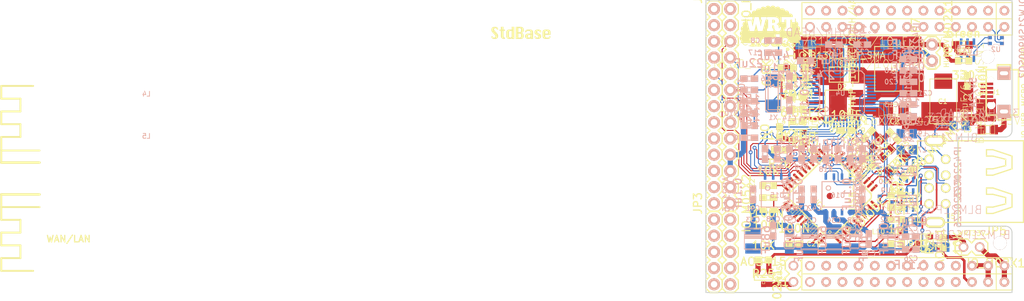
<source format=kicad_pcb>
(kicad_pcb (version 3) (host pcbnew "(2013-03-19 BZR 4004)-stable")
  (layers (15 F.Cu signal) (0 B.Cu signal) (18 B.Paste user) (19 F.Paste user) (20 B.SilkS user hide) (21 F.SilkS user) (22 B.Mask user) (23 F.Mask user hide) (28 Edge.Cuts user))
  (net 0 "")
  (net 1 +3.3V)
  (net 2 +5V)
  (net 3 /ATMEGA32U4/A0)
  (net 4 /ATMEGA32U4/A1)
  (net 5 /ATMEGA32U4/A2)
  (net 6 /ATMEGA32U4/A3)
  (net 7 /ATMEGA32U4/A4)
  (net 8 /ATMEGA32U4/A5)
  (net 9 /ATMEGA32U4/AREF)
  (net 10 /ATMEGA32U4/AVCC)
  (net 11 /ATMEGA32U4/D0/RX)
  (net 12 /ATMEGA32U4/D1/TX)
  (net 13 /ATMEGA32U4/D2/SDA)
  (net 14 /ATMEGA32U4/D3/SCL)
  (net 15 /ATMEGA32U4/D4)
  (net 16 /ATMEGA32U4/D5*)
  (net 17 /ATMEGA32U4/D6*)
  (net 18 /ATMEGA32U4/D7)
  (net 19 /ATMEGA32U4/HWB)
  (net 20 /ATMEGA32U4/IO10*)
  (net 21 /ATMEGA32U4/IO11*)
  (net 22 /ATMEGA32U4/IO12)
  (net 23 /ATMEGA32U4/IO13*)
  (net 24 /ATMEGA32U4/IO8)
  (net 25 /ATMEGA32U4/IO9*)
  (net 26 /ATMEGA32U4/MCU5V)
  (net 27 /ATMEGA32U4/MISO)
  (net 28 /ATMEGA32U4/MOSI)
  (net 29 /ATMEGA32U4/RESET)
  (net 30 /ATMEGA32U4/SCK)
  (net 31 /ATMEGA32U4/UGND)
  (net 32 /ATMEGA32U4/VBUS4)
  (net 33 /I2C_SCLK)
  (net 34 /I2C_SD)
  (net 35 /MCU5V)
  (net 36 /SPI_CLK)
  (net 37 /SPI_CS1)
  (net 38 /SPI_HOLD)
  (net 39 /SPI_MISO)
  (net 40 /SPI_MOSI)
  (net 41 /SPI_WP)
  (net 42 /WLED_N)
  (net 43 /WRT33V)
  (net 44 /uPD720114/D+)
  (net 45 /uPD720114/D-)
  (net 46 /uPD720114/DP+)
  (net 47 /uPD720114/DP-)
  (net 48 /uPD720114/HUB33V)
  (net 49 /uPD720114/VBUS1)
  (net 50 /uPD720114/VBUS2)
  (net 51 /uPD720114/VBUS3)
  (net 52 AGND)
  (net 53 GND)
  (net 54 N-000001)
  (net 55 N-00000102)
  (net 56 N-00000103)
  (net 57 N-00000104)
  (net 58 N-00000107)
  (net 59 N-00000108)
  (net 60 N-00000111)
  (net 61 N-00000112)
  (net 62 N-00000113)
  (net 63 N-00000114)
  (net 64 N-00000117)
  (net 65 N-0000012)
  (net 66 N-0000013)
  (net 67 N-00000140)
  (net 68 N-00000141)
  (net 69 N-0000018)
  (net 70 N-0000019)
  (net 71 N-0000020)
  (net 72 N-0000021)
  (net 73 N-0000022)
  (net 74 N-0000023)
  (net 75 N-0000024)
  (net 76 N-0000028)
  (net 77 N-0000053)
  (net 78 N-0000071)
  (net 79 N-0000072)
  (net 80 N-0000073)
  (net 81 N-0000074)
  (net 82 N-0000075)
  (net 83 N-0000076)
  (net 84 N-0000077)
  (net 85 N-0000078)
  (net 86 N-0000079)
  (net 87 N-0000080)
  (net 88 N-0000081)
  (net 89 N-0000082)
  (net 90 N-0000083)
  (net 91 N-0000084)
  (net 92 N-0000085)
  (net 93 N-0000087)
  (net 94 N-0000088)
  (net 95 N-0000093)
  (net 96 N-0000094)
  (net 97 N-0000095)
  (net 98 N-0000096)
  (net 99 N-0000097)
  (net 100 N-0000098)
  (net 101 N-0000099)
  (module rcl-L7070 (layer F.Cu) (at 187.96 60.325 90)
    (fp_text reference L1 (at 0 0.635 360) (layer F.SilkS) (effects (font (size 0.762 0.762) (thickness 0.127))))
    (fp_text value CDRH74NP-100MC/10uH/4A (at 0 -6 90) (layer F.SilkS))
    (pad 1 smd rect (at -2.5 1 90) (size 3 7) (layers F.Cu F.Paste F.Mask) (net 73 N-0000022))
    (pad 2 smd rect (at 2.5 1 90) (size 3 7) (layers F.Cu F.Paste F.Mask) (net 1 +3.3V))
  )
  (module rcl-C1206 (layer F.Cu) (at 180.975 57.785 180)
    (fp_text reference C10 (at 0 -1.651 180) (layer F.SilkS) (effects (font (size 0.762 0.762) (thickness 0.127))))
    (fp_text value MLCC_C3216X7R1E106KT/10uF/4.5V (at 2.54 1.778 180) (layer F.SilkS) (effects (font (size 1.27 1.27) (thickness 0.0889))))
    (pad 1 smd rect (at -1.39954 0 180) (size 1.59766 1.79832) (layers F.Cu F.Paste F.Mask) (net 1 +3.3V))
    (pad 2 smd rect (at 1.39954 0 180) (size 1.59766 1.79832) (layers F.Cu F.Paste F.Mask) (net 53 GND))
  )
  (module rcl-C1206 (layer F.Cu) (at 188.595 66.675)
    (fp_text reference C2 (at 0 1.905) (layer F.SilkS) (effects (font (size 0.762 0.762) (thickness 0.127))))
    (fp_text value MLCC_C3216X7R1E475K/4.7uF/25V (at 2.54 1.778) (layer F.SilkS) (effects (font (size 1.27 1.27) (thickness 0.0889))))
    (pad 1 smd rect (at -1.39954 0) (size 1.59766 1.79832) (layers F.Cu F.Paste F.Mask) (net 2 +5V))
    (pad 2 smd rect (at 1.39954 0) (size 1.59766 1.79832) (layers F.Cu F.Paste F.Mask) (net 53 GND))
  )
  (module IC_MP1484EN_SOIC08 (layer F.Cu) (at 179.705 66.167 90)
    (fp_text reference U1 (at -3.683 -0.635 360) (layer F.SilkS) (effects (font (size 0.762 0.762) (thickness 0.127))))
    (fp_text value IC_MP1484EN_SOIC08 (at -0.4 -5.3 90) (layer F.SilkS))
    (pad 1 smd rect (at -1.905 2.921 90) (size 0.6 1.6) (layers F.Cu F.Paste F.Mask) (net 74 N-0000023))
    (pad 2 smd rect (at -0.635 2.921 90) (size 0.6 1.6) (layers F.Cu F.Paste F.Mask) (net 2 +5V))
    (pad 3 smd rect (at 0.635 2.921 90) (size 0.6 1.6) (layers F.Cu F.Paste F.Mask) (net 73 N-0000022))
    (pad 4 smd rect (at 1.905 2.921 90) (size 0.6 1.6) (layers F.Cu F.Paste F.Mask) (net 53 GND))
    (pad 5 smd rect (at 1.905 -2.921 90) (size 0.6 1.6) (layers F.Cu F.Paste F.Mask) (net 69 N-0000018))
    (pad 6 smd rect (at 0.635 -2.921 90) (size 0.6 1.6) (layers F.Cu F.Paste F.Mask) (net 71 N-0000020))
    (pad 7 smd rect (at -0.635 -2.921 90) (size 0.6 1.6) (layers F.Cu F.Paste F.Mask) (net 66 N-0000013))
    (pad 8 smd rect (at -1.905 -2.921 90) (size 0.6 1.6) (layers F.Cu F.Paste F.Mask) (net 72 N-0000021))
    (pad 9 smd rect (at 0 0 90) (size 3.3 2.3) (layers F.Cu F.Paste F.Mask) (net 53 GND))
  )
  (module C_R_0603 (layer F.Cu) (at 172.72 60.96 90)
    (fp_text reference R6 (at -2.032 0 360) (layer F.SilkS) (effects (font (size 0.762 0.762) (thickness 0.127))))
    (fp_text value 10K/1% (at 0 2.286 90) (layer F.SilkS) (effects (font (size 1.27 1.27) (thickness 0.2032))))
    (pad 1 smd rect (at -0.84836 0 90) (size 0.99822 1.09982) (layers F.Cu F.Adhes F.Paste F.SilkS F.Mask) (net 69 N-0000018))
    (pad 2 smd rect (at 0.84836 0 90) (size 0.99822 1.09982) (layers F.Cu F.Adhes F.Paste F.SilkS F.Mask) (net 53 GND))
  )
  (module C_R_0603 (layer F.Cu) (at 173.355 66.675 180)
    (fp_text reference R2 (at 2.54 0 180) (layer F.SilkS) (effects (font (size 0.762 0.762) (thickness 0.127))))
    (fp_text value 100K (at 0 2.286 180) (layer F.SilkS) (effects (font (size 1.27 1.27) (thickness 0.2032))))
    (pad 1 smd rect (at -0.84836 0 180) (size 0.99822 1.09982) (layers F.Cu F.Adhes F.Paste F.SilkS F.Mask) (net 66 N-0000013))
    (pad 2 smd rect (at 0.84836 0 180) (size 0.99822 1.09982) (layers F.Cu F.Adhes F.Paste F.SilkS F.Mask) (net 2 +5V))
  )
  (module C_R_0603 (layer F.Cu) (at 170.815 60.96 270)
    (fp_text reference R5 (at 2.032 0 540) (layer F.SilkS) (effects (font (size 0.762 0.762) (thickness 0.127))))
    (fp_text value 6.8K (at 0 2.286 270) (layer F.SilkS) (effects (font (size 1.27 1.27) (thickness 0.2032))))
    (pad 1 smd rect (at -0.84836 0 270) (size 0.99822 1.09982) (layers F.Cu F.Adhes F.Paste F.SilkS F.Mask) (net 53 GND))
    (pad 2 smd rect (at 0.84836 0 270) (size 0.99822 1.09982) (layers F.Cu F.Adhes F.Paste F.SilkS F.Mask) (net 70 N-0000019))
  )
  (module C_R_0603 (layer F.Cu) (at 174.625 60.96 270)
    (fp_text reference R7 (at 2.032 0 540) (layer F.SilkS) (effects (font (size 0.762 0.762) (thickness 0.127))))
    (fp_text value 26.1K/1% (at 0 2.286 270) (layer F.SilkS) (effects (font (size 1.27 1.27) (thickness 0.2032))))
    (pad 1 smd rect (at -0.84836 0 270) (size 0.99822 1.09982) (layers F.Cu F.Adhes F.Paste F.SilkS F.Mask) (net 1 +3.3V))
    (pad 2 smd rect (at 0.84836 0 270) (size 0.99822 1.09982) (layers F.Cu F.Adhes F.Paste F.SilkS F.Mask) (net 69 N-0000018))
  )
  (module C_C_0603 (layer F.Cu) (at 180.975 69.977 180)
    (fp_text reference C9 (at -2.286 0 180) (layer F.SilkS) (effects (font (size 0.762 0.762) (thickness 0.127))))
    (fp_text value 10NF (at 0 2.413 180) (layer F.SilkS) (effects (font (size 1.27 1.27) (thickness 0.2032))))
    (pad 1 smd rect (at -0.84836 0 180) (size 1.09982 0.99822) (layers F.Cu F.Adhes F.Paste F.SilkS F.Mask) (net 74 N-0000023))
    (pad 2 smd rect (at 0.84836 0 180) (size 1.09982 0.99822) (layers F.Cu F.Adhes F.Paste F.SilkS F.Mask) (net 73 N-0000022))
  )
  (module C_C_0603 (layer F.Cu) (at 173.355 64.77)
    (fp_text reference C7 (at -2.54 0) (layer F.SilkS) (effects (font (size 0.762 0.762) (thickness 0.127))))
    (fp_text value 6.8NF (at 0 2.413) (layer F.SilkS) (effects (font (size 1.27 1.27) (thickness 0.2032))))
    (pad 1 smd rect (at -0.84836 0) (size 1.09982 0.99822) (layers F.Cu F.Adhes F.Paste F.SilkS F.Mask) (net 70 N-0000019))
    (pad 2 smd rect (at 0.84836 0) (size 1.09982 0.99822) (layers F.Cu F.Adhes F.Paste F.SilkS F.Mask) (net 71 N-0000020))
  )
  (module C_C_0603 (layer F.Cu) (at 173.355 68.58)
    (fp_text reference C4 (at -2.54 0) (layer F.SilkS) (effects (font (size 0.762 0.762) (thickness 0.127))))
    (fp_text value 0.1UF (at 0 2.413) (layer F.SilkS) (effects (font (size 1.27 1.27) (thickness 0.2032))))
    (pad 1 smd rect (at -0.84836 0) (size 1.09982 0.99822) (layers F.Cu F.Adhes F.Paste F.SilkS F.Mask) (net 53 GND))
    (pad 2 smd rect (at 0.84836 0) (size 1.09982 0.99822) (layers F.Cu F.Adhes F.Paste F.SilkS F.Mask) (net 72 N-0000021))
  )
  (module C_CPOL_SMCE (layer F.Cu) (at 196.215 65.405 90)
    (fp_text reference C1 (at -0.0254 -0.0762 180) (layer F.SilkS) (effects (font (size 0.762 0.762) (thickness 0.127))))
    (fp_text value 470uF/6.3V (at 0.508 3.302 90) (layer F.SilkS) (effects (font (size 1.016 1.016) (thickness 0.0889))))
    (pad 1 smd rect (at -3.1496 0 90) (size 2.39776 2.79908) (layers F.Cu F.Paste F.Mask) (net 2 +5V))
    (pad 2 smd rect (at 3.1496 0 90) (size 2.39776 2.79908) (layers F.Cu F.Paste F.Mask) (net 53 GND))
  )
  (module UPD720114-QFP48 (layer B.Cu) (at 180.34 64.135 90)
    (fp_text reference U4 (at 0 -0.254 180) (layer B.SilkS) (effects (font (size 0.762 0.762) (thickness 0.127)) (justify mirror)))
    (fp_text value UPD720114-QFP48 (at -0.2 10.4 90) (layer B.SilkS) (effects (justify mirror)))
    (pad 1 smd rect (at -2.75 -4.5 90) (size 0.25 1.65) (layers B.Cu B.Paste B.Mask) (net 61 N-00000112))
    (pad 2 smd rect (at -2.25 -4.5 90) (size 0.25 1.65) (layers B.Cu B.Paste B.Mask) (net 53 GND))
    (pad 3 smd rect (at -1.75 -4.5 90) (size 0.25 1.65) (layers B.Cu B.Paste B.Mask) (net 53 GND))
    (pad 4 smd rect (at -1.25 -4.5 90) (size 0.25 1.65) (layers B.Cu B.Paste B.Mask) (net 53 GND))
    (pad 5 smd rect (at -0.75 -4.5 90) (size 0.25 1.65) (layers B.Cu B.Paste B.Mask) (net 53 GND))
    (pad 6 smd rect (at -0.25 -4.5 90) (size 0.25 1.65) (layers B.Cu B.Paste B.Mask) (net 53 GND))
    (pad 7 smd rect (at 0.25 -4.5 90) (size 0.25 1.65) (layers B.Cu B.Paste B.Mask) (net 85 N-0000078))
    (pad 8 smd rect (at 0.75 -4.5 90) (size 0.25 1.65) (layers B.Cu B.Paste B.Mask) (net 85 N-0000078))
    (pad 9 smd rect (at 1.25 -4.5 90) (size 0.25 1.65) (layers B.Cu B.Paste B.Mask) (net 48 /uPD720114/HUB33V))
    (pad 10 smd rect (at 1.75 -4.5 90) (size 0.25 1.65) (layers B.Cu B.Paste B.Mask) (net 56 N-00000103))
    (pad 11 smd rect (at 2.25 -4.5 90) (size 0.25 1.65) (layers B.Cu B.Paste B.Mask) (net 79 N-0000072))
    (pad 12 smd rect (at 2.75 -4.5 90) (size 0.25 1.65) (layers B.Cu B.Paste B.Mask) (net 61 N-00000112))
    (pad 13 smd rect (at 4.5 -2.75 90) (size 1.65 0.25) (layers B.Cu B.Paste B.Mask) (net 48 /uPD720114/HUB33V))
    (pad 14 smd rect (at 4.5 -2.25 90) (size 1.65 0.25) (layers B.Cu B.Paste B.Mask) (net 53 GND))
    (pad 15 smd rect (at 4.5 -1.75 90) (size 1.65 0.25) (layers B.Cu B.Paste B.Mask) (net 82 N-0000075))
    (pad 16 smd rect (at 4.5 -1.25 90) (size 1.65 0.25) (layers B.Cu B.Paste B.Mask) (net 62 N-00000113))
    (pad 17 smd rect (at 4.5 -0.75 90) (size 1.65 0.25) (layers B.Cu B.Paste B.Mask) (net 63 N-00000114))
    (pad 18 smd rect (at 4.5 -0.25 90) (size 1.65 0.25) (layers B.Cu B.Paste B.Mask) (net 62 N-00000113))
    (pad 19 smd rect (at 4.5 0.25 90) (size 1.65 0.25) (layers B.Cu B.Paste B.Mask) (net 63 N-00000114))
    (pad 20 smd rect (at 4.5 0.75 90) (size 1.65 0.25) (layers B.Cu B.Paste B.Mask) (net 48 /uPD720114/HUB33V))
    (pad 21 smd rect (at 4.5 1.25 90) (size 1.65 0.25) (layers B.Cu B.Paste B.Mask) (net 81 N-0000074))
    (pad 22 smd rect (at 4.5 1.75 90) (size 1.65 0.25) (layers B.Cu B.Paste B.Mask) (net 80 N-0000073))
    (pad 23 smd rect (at 4.5 2.25 90) (size 1.65 0.25) (layers B.Cu B.Paste B.Mask) (net 53 GND))
    (pad 24 smd rect (at 4.5 2.75 90) (size 1.65 0.25) (layers B.Cu B.Paste B.Mask) (net 61 N-00000112))
    (pad 25 smd rect (at 2.75 4.5 90) (size 0.25 1.65) (layers B.Cu B.Paste B.Mask) (net 47 /uPD720114/DP-))
    (pad 26 smd rect (at 2.25 4.5 90) (size 0.25 1.65) (layers B.Cu B.Paste B.Mask) (net 46 /uPD720114/DP+))
    (pad 27 smd rect (at 1.75 4.5 90) (size 0.25 1.65) (layers B.Cu B.Paste B.Mask) (net 53 GND))
    (pad 28 smd rect (at 1.25 4.5 90) (size 0.25 1.65) (layers B.Cu B.Paste B.Mask))
    (pad 29 smd rect (at 0.75 4.5 90) (size 0.25 1.65) (layers B.Cu B.Paste B.Mask))
    (pad 30 smd rect (at 0.25 4.5 90) (size 0.25 1.65) (layers B.Cu B.Paste B.Mask) (net 48 /uPD720114/HUB33V))
    (pad 31 smd rect (at -0.25 4.5 90) (size 0.25 1.65) (layers B.Cu B.Paste B.Mask) (net 96 N-0000094))
    (pad 32 smd rect (at -0.75 4.5 90) (size 0.25 1.65) (layers B.Cu B.Paste B.Mask) (net 97 N-0000095))
    (pad 33 smd rect (at -1.25 4.5 90) (size 0.25 1.65) (layers B.Cu B.Paste B.Mask) (net 61 N-00000112))
    (pad 34 smd rect (at -1.75 4.5 90) (size 0.25 1.65) (layers B.Cu B.Paste B.Mask) (net 58 N-00000107))
    (pad 35 smd rect (at -2.25 4.5 90) (size 0.25 1.65) (layers B.Cu B.Paste B.Mask) (net 95 N-0000093))
    (pad 36 smd rect (at -2.75 4.5 90) (size 0.25 1.65) (layers B.Cu B.Paste B.Mask) (net 53 GND))
    (pad 37 smd rect (at -4.5 2.75 90) (size 1.65 0.25) (layers B.Cu B.Paste B.Mask) (net 83 N-0000076))
    (pad 38 smd rect (at -4.5 2.25 90) (size 1.65 0.25) (layers B.Cu B.Paste B.Mask) (net 86 N-0000079))
    (pad 39 smd rect (at -4.5 1.75 90) (size 1.65 0.25) (layers B.Cu B.Paste B.Mask) (net 91 N-0000084))
    (pad 40 smd rect (at -4.5 1.25 90) (size 1.65 0.25) (layers B.Cu B.Paste B.Mask) (net 92 N-0000085))
    (pad 41 smd rect (at -4.5 0.75 90) (size 1.65 0.25) (layers B.Cu B.Paste B.Mask) (net 84 N-0000077))
    (pad 42 smd rect (at -4.5 0.25 90) (size 1.65 0.25) (layers B.Cu B.Paste B.Mask) (net 53 GND))
    (pad 43 smd rect (at -4.5 -0.25 90) (size 1.65 0.25) (layers B.Cu B.Paste B.Mask) (net 89 N-0000082))
    (pad 44 smd rect (at -4.5 -0.75 90) (size 1.65 0.25) (layers B.Cu B.Paste B.Mask) (net 88 N-0000081))
    (pad 45 smd rect (at -4.5 -1.25 90) (size 1.65 0.25) (layers B.Cu B.Paste B.Mask) (net 90 N-0000083))
    (pad 46 smd rect (at -4.5 -1.75 90) (size 1.65 0.25) (layers B.Cu B.Paste B.Mask) (net 87 N-0000080))
    (pad 47 smd rect (at -4.5 -2.25 90) (size 1.65 0.25) (layers B.Cu B.Paste B.Mask) (net 78 N-0000071))
    (pad 48 smd rect (at -4.5 -2.75 90) (size 1.65 0.25) (layers B.Cu B.Paste B.Mask) (net 48 /uPD720114/HUB33V))
  )
  (module rcl-L0805 (layer B.Cu) (at 174.625 56.515)
    (fp_text reference L5 hide)
    (fp_text value 32OHM/BEAD (at 3.175 -1.905) (layer B.SilkS) (effects (font (size 1.27 1.27) (thickness 0.0889)) (justify mirror)))
    (pad 1 smd rect (at -0.94996 0) (size 1.29794 1.4986) (layers B.Cu B.Paste B.Mask) (net 53 GND))
    (pad 2 smd rect (at 0.94996 0) (size 1.29794 1.4986) (layers B.Cu B.Paste B.Mask) (net 62 N-00000113))
  )
  (module rcl-L0805 (layer B.Cu) (at 191.135 84.328)
    (fp_text reference L6 (at 2.4765 0) (layer B.SilkS) (effects (font (size 0.762 0.762) (thickness 0.127)) (justify mirror)))
    (fp_text value BLM21PG221SN1 (at 3.175 -1.905) (layer B.SilkS) (effects (font (size 1.27 1.27) (thickness 0.0889)) (justify mirror)))
    (pad 1 smd rect (at -0.94996 0) (size 1.29794 1.4986) (layers B.Cu B.Paste B.Mask) (net 50 /uPD720114/VBUS2))
    (pad 2 smd rect (at 0.94996 0) (size 1.29794 1.4986) (layers B.Cu B.Paste B.Mask) (net 100 N-0000098))
  )
  (module rcl-L0805 (layer B.Cu) (at 190.5 73.025)
    (fp_text reference L7 (at 2.413 0) (layer B.SilkS) (effects (font (size 0.762 0.762) (thickness 0.127)) (justify mirror)))
    (fp_text value BLM21PG221SN1 (at 3.175 -1.905) (layer B.SilkS) (effects (font (size 1.27 1.27) (thickness 0.0889)) (justify mirror)))
    (pad 1 smd rect (at -0.94996 0) (size 1.29794 1.4986) (layers B.Cu B.Paste B.Mask) (net 53 GND))
    (pad 2 smd rect (at 0.94996 0) (size 1.29794 1.4986) (layers B.Cu B.Paste B.Mask) (net 101 N-0000099))
  )
  (module rcl-L0805 (layer B.Cu) (at 195.58 88.265)
    (fp_text reference L8 (at 0 -1.524) (layer B.SilkS) (effects (font (size 0.762 0.762) (thickness 0.127)) (justify mirror)))
    (fp_text value BLM21PG221SN1 (at 3.175 -1.905) (layer B.SilkS) (effects (font (size 1.27 1.27) (thickness 0.0889)) (justify mirror)))
    (pad 1 smd rect (at -0.94996 0) (size 1.29794 1.4986) (layers B.Cu B.Paste B.Mask) (net 49 /uPD720114/VBUS1))
    (pad 2 smd rect (at 0.94996 0) (size 1.29794 1.4986) (layers B.Cu B.Paste B.Mask) (net 99 N-0000097))
  )
  (module rcl-L0805 (layer B.Cu) (at 187.96 56.515 180)
    (fp_text reference L4 hide)
    (fp_text value 32OHM/BEAD (at 3.175 -1.905 180) (layer B.SilkS) (effects (font (size 1.27 1.27) (thickness 0.0889)) (justify mirror)))
    (pad 1 smd rect (at -0.94996 0 180) (size 1.29794 1.4986) (layers B.Cu B.Paste B.Mask) (net 61 N-00000112))
    (pad 2 smd rect (at 0.94996 0 180) (size 1.29794 1.4986) (layers B.Cu B.Paste B.Mask) (net 63 N-00000114))
  )
  (module rcl-L0805 (layer B.Cu) (at 190.5 70.485)
    (fp_text reference L9 (at 2.413 0) (layer B.SilkS) (effects (font (size 0.762 0.762) (thickness 0.127)) (justify mirror)))
    (fp_text value BLM21PG221SN1 (at 3.175 -1.905) (layer B.SilkS) (effects (font (size 1.27 1.27) (thickness 0.0889)) (justify mirror)))
    (pad 1 smd rect (at -0.94996 0) (size 1.29794 1.4986) (layers B.Cu B.Paste B.Mask) (net 53 GND))
    (pad 2 smd rect (at 0.94996 0) (size 1.29794 1.4986) (layers B.Cu B.Paste B.Mask) (net 98 N-0000096))
  )
  (module rcl-L0805 (layer F.Cu) (at 203.2 69.85 180)
    (fp_text reference L2 hide)
    (fp_text value 32OHM/BEAD (at 3.175 1.905 180) (layer B.SilkS) (effects (font (size 1.27 1.27) (thickness 0.0889))))
    (pad 1 smd rect (at -0.94996 0 180) (size 1.29794 1.4986) (layers F.Cu F.Paste F.Mask) (net 76 N-0000028))
    (pad 2 smd rect (at 0.94996 0 180) (size 1.29794 1.4986) (layers F.Cu F.Paste F.Mask) (net 53 GND))
  )
  (module rcl-L0805 (layer F.Cu) (at 200.025 67.31 90)
    (fp_text reference L3 (at -2.54 0 360) (layer F.SilkS) (effects (font (size 0.762 0.762) (thickness 0.127))))
    (fp_text value BLM21PG221SN1 (at 3.175 1.905 90) (layer F.SilkS) (effects (font (size 1.27 1.27) (thickness 0.0889))))
    (pad 1 smd rect (at -0.94996 0 90) (size 1.29794 1.4986) (layers F.Cu F.Paste F.Mask) (net 54 N-000001))
    (pad 2 smd rect (at 0.94996 0 90) (size 1.29794 1.4986) (layers F.Cu F.Paste F.Mask) (net 2 +5V))
  )
  (module rcl-L0805 (layer B.Cu) (at 198.755 69.215)
    (fp_text reference L15 (at -2.794 0) (layer B.SilkS) (effects (font (size 0.762 0.762) (thickness 0.127)) (justify mirror)))
    (fp_text value 32OHM/BEAD (at 3.175 -1.905) (layer B.SilkS) (effects (font (size 1.27 1.27) (thickness 0.0889)) (justify mirror)))
    (pad 1 smd rect (at -0.94996 0) (size 1.29794 1.4986) (layers B.Cu B.Paste B.Mask) (net 93 N-0000087))
    (pad 2 smd rect (at 0.94996 0) (size 1.29794 1.4986) (layers B.Cu B.Paste B.Mask) (net 53 GND))
  )
  (module IO_FM13X2 (layer F.Cu) (at 205.8 91.2)
    (fp_text reference JP1 hide)
    (fp_text value IO_FM13X2 hide)
    (pad 1 thru_hole circle (at 0 0 180) (size 1.524 1.524) (drill 0.812799) (layers *.Cu *.Paste *.SilkS *.Mask) (net 77 N-0000053))
    (pad 2 thru_hole circle (at 0 2.54 180) (size 1.524 1.524) (drill 0.812799) (layers *.Cu *.Paste *.SilkS *.Mask) (net 77 N-0000053))
    (pad 3 thru_hole circle (at -2.54 0 180) (size 1.524 1.524) (drill 0.812799) (layers *.Cu *.Paste *.SilkS *.Mask) (net 53 GND))
    (pad 4 thru_hole circle (at -2.54 2.54 180) (size 1.524 1.524) (drill 0.812799) (layers *.Cu *.Paste *.SilkS *.Mask) (net 53 GND))
    (pad 5 thru_hole circle (at -5.08 0 180) (size 1.524 1.524) (drill 0.812799) (layers *.Cu *.Paste *.SilkS *.Mask) (net 53 GND))
    (pad 6 thru_hole circle (at -5.08 2.54 180) (size 1.524 1.524) (drill 0.812799) (layers *.Cu *.Paste *.SilkS *.Mask) (net 42 /WLED_N))
    (pad 7 thru_hole circle (at -7.62 0 180) (size 1.524 1.524) (drill 0.812799) (layers *.Cu *.Paste *.SilkS *.Mask))
    (pad 8 thru_hole circle (at -7.62 2.54 180) (size 1.524 1.524) (drill 0.812799) (layers *.Cu *.Paste *.SilkS *.Mask))
    (pad 9 thru_hole circle (at -10.16 0 180) (size 1.524 1.524) (drill 0.812799) (layers *.Cu *.Paste *.SilkS *.Mask) (net 39 /SPI_MISO))
    (pad 10 thru_hole circle (at -10.16 2.54 180) (size 1.524 1.524) (drill 0.812799) (layers *.Cu *.Paste *.SilkS *.Mask) (net 40 /SPI_MOSI))
    (pad 11 thru_hole circle (at -12.7 0 180) (size 1.524 1.524) (drill 0.812799) (layers *.Cu *.Paste *.SilkS *.Mask) (net 41 /SPI_WP))
    (pad 12 thru_hole circle (at -12.7 2.54 180) (size 1.524 1.524) (drill 0.812799) (layers *.Cu *.Paste *.SilkS *.Mask) (net 38 /SPI_HOLD))
    (pad 13 thru_hole circle (at -15.24 0 180) (size 1.524 1.524) (drill 0.812799) (layers *.Cu *.Paste *.SilkS *.Mask) (net 36 /SPI_CLK))
    (pad 14 thru_hole circle (at -15.24 2.54 180) (size 1.524 1.524) (drill 0.812799) (layers *.Cu *.Paste *.SilkS *.Mask) (net 37 /SPI_CS1))
    (pad 15 thru_hole circle (at -17.78 0 180) (size 1.524 1.524) (drill 0.812799) (layers *.Cu *.Paste *.SilkS *.Mask) (net 33 /I2C_SCLK))
    (pad 16 thru_hole circle (at -17.78 2.54 180) (size 1.524 1.524) (drill 0.812799) (layers *.Cu *.Paste *.SilkS *.Mask) (net 34 /I2C_SD))
    (pad 17 thru_hole circle (at -20.32 0 180) (size 1.524 1.524) (drill 0.812799) (layers *.Cu *.Paste *.SilkS *.Mask))
    (pad 18 thru_hole circle (at -20.32 2.54 180) (size 1.524 1.524) (drill 0.812799) (layers *.Cu *.Paste *.SilkS *.Mask))
    (pad 19 thru_hole circle (at -22.86 0) (size 1.524 1.524) (drill 0.812799) (layers *.Cu *.Paste *.SilkS *.Mask))
    (pad 20 thru_hole circle (at -22.86 2.54) (size 1.524 1.524) (drill 0.812799) (layers *.Cu *.Paste *.SilkS *.Mask))
    (pad 21 thru_hole circle (at -25.4 0) (size 1.524 1.524) (drill 0.812799) (layers *.Cu *.Paste *.SilkS *.Mask) (net 53 GND))
    (pad 22 thru_hole circle (at -25.4 2.54) (size 1.524 1.524) (drill 0.812799) (layers *.Cu *.Paste *.SilkS *.Mask))
    (pad 23 thru_hole circle (at -27.94 0) (size 1.524 1.524) (drill 0.812799) (layers *.Cu *.Paste *.SilkS *.Mask))
    (pad 24 thru_hole circle (at -27.94 2.54) (size 1.524 1.524) (drill 0.812799) (layers *.Cu *.Paste *.SilkS *.Mask))
    (pad 25 thru_hole circle (at -30.48 0) (size 1.50622 1.50622) (drill 0.998218) (layers *.Cu *.Paste *.SilkS *.Mask))
    (pad 26 thru_hole circle (at -30.48 2.54) (size 1.50622 1.50622) (drill 0.998218) (layers *.Cu *.Paste *.SilkS *.Mask))
  )
  (module IO_FM13X2 (layer F.Cu) (at 205.8 51.2)
    (fp_text reference JP2 hide)
    (fp_text value IO_FM13X2 hide)
    (pad 1 thru_hole circle (at 0 0 180) (size 1.524 1.524) (drill 0.812799) (layers *.Cu *.Paste *.SilkS *.Mask) (net 53 GND))
    (pad 2 thru_hole circle (at 0 2.54 180) (size 1.524 1.524) (drill 0.812799) (layers *.Cu *.Paste *.SilkS *.Mask) (net 45 /uPD720114/D-))
    (pad 3 thru_hole circle (at -2.54 0 180) (size 1.524 1.524) (drill 0.812799) (layers *.Cu *.Paste *.SilkS *.Mask))
    (pad 4 thru_hole circle (at -2.54 2.54 180) (size 1.524 1.524) (drill 0.812799) (layers *.Cu *.Paste *.SilkS *.Mask) (net 44 /uPD720114/D+))
    (pad 5 thru_hole circle (at -5.08 0 180) (size 1.524 1.524) (drill 0.812799) (layers *.Cu *.Paste *.SilkS *.Mask))
    (pad 6 thru_hole circle (at -5.08 2.54 180) (size 1.524 1.524) (drill 0.812799) (layers *.Cu *.Paste *.SilkS *.Mask) (net 53 GND))
    (pad 7 thru_hole circle (at -7.62 0 180) (size 1.524 1.524) (drill 0.812799) (layers *.Cu *.Paste *.SilkS *.Mask))
    (pad 8 thru_hole circle (at -7.62 2.54 180) (size 1.524 1.524) (drill 0.812799) (layers *.Cu *.Paste *.SilkS *.Mask))
    (pad 9 thru_hole circle (at -10.16 0 180) (size 1.524 1.524) (drill 0.812799) (layers *.Cu *.Paste *.SilkS *.Mask))
    (pad 10 thru_hole circle (at -10.16 2.54 180) (size 1.524 1.524) (drill 0.812799) (layers *.Cu *.Paste *.SilkS *.Mask))
    (pad 11 thru_hole circle (at -12.7 0 180) (size 1.524 1.524) (drill 0.812799) (layers *.Cu *.Paste *.SilkS *.Mask))
    (pad 12 thru_hole circle (at -12.7 2.54 180) (size 1.524 1.524) (drill 0.812799) (layers *.Cu *.Paste *.SilkS *.Mask))
    (pad 13 thru_hole circle (at -15.24 0 180) (size 1.524 1.524) (drill 0.812799) (layers *.Cu *.Paste *.SilkS *.Mask))
    (pad 14 thru_hole circle (at -15.24 2.54 180) (size 1.524 1.524) (drill 0.812799) (layers *.Cu *.Paste *.SilkS *.Mask))
    (pad 15 thru_hole circle (at -17.78 0 180) (size 1.524 1.524) (drill 0.812799) (layers *.Cu *.Paste *.SilkS *.Mask))
    (pad 16 thru_hole circle (at -17.78 2.54 180) (size 1.524 1.524) (drill 0.812799) (layers *.Cu *.Paste *.SilkS *.Mask))
    (pad 17 thru_hole circle (at -20.32 0 180) (size 1.524 1.524) (drill 0.812799) (layers *.Cu *.Paste *.SilkS *.Mask))
    (pad 18 thru_hole circle (at -20.32 2.54 180) (size 1.524 1.524) (drill 0.812799) (layers *.Cu *.Paste *.SilkS *.Mask))
    (pad 19 thru_hole circle (at -22.86 0) (size 1.524 1.524) (drill 0.812799) (layers *.Cu *.Paste *.SilkS *.Mask))
    (pad 20 thru_hole circle (at -22.86 2.54) (size 1.524 1.524) (drill 0.812799) (layers *.Cu *.Paste *.SilkS *.Mask))
    (pad 21 thru_hole circle (at -25.4 0) (size 1.524 1.524) (drill 0.812799) (layers *.Cu *.Paste *.SilkS *.Mask))
    (pad 22 thru_hole circle (at -25.4 2.54) (size 1.524 1.524) (drill 0.812799) (layers *.Cu *.Paste *.SilkS *.Mask))
    (pad 23 thru_hole circle (at -27.94 0) (size 1.524 1.524) (drill 0.812799) (layers *.Cu *.Paste *.SilkS *.Mask))
    (pad 24 thru_hole circle (at -27.94 2.54) (size 1.524 1.524) (drill 0.812799) (layers *.Cu *.Paste *.SilkS *.Mask))
    (pad 25 thru_hole circle (at -30.48 0) (size 1.50622 1.50622) (drill 0.998218) (layers *.Cu *.Paste *.SilkS *.Mask))
    (pad 26 thru_hole circle (at -30.48 2.54) (size 1.50622 1.50622) (drill 0.998218) (layers *.Cu *.Paste *.SilkS *.Mask))
  )
  (module C_R_0603 (layer B.Cu) (at 165.7858 67.31)
    (fp_text reference R10 (at -2.794 0) (layer B.SilkS) (effects (font (size 0.762 0.762) (thickness 0.127)) (justify mirror)))
    (fp_text value 15k (at 0 -2.286) (layer B.SilkS) (effects (font (size 1.27 1.27) (thickness 0.2032)) (justify mirror)))
    (pad 1 smd rect (at -0.84836 0) (size 0.99822 1.09982) (layers B.Cu B.Adhes B.Paste B.SilkS B.Mask) (net 53 GND))
    (pad 2 smd rect (at 0.84836 0) (size 0.99822 1.09982) (layers B.Cu B.Adhes B.Paste B.SilkS B.Mask) (net 78 N-0000071))
  )
  (module C_R_0603 (layer B.Cu) (at 174.625 59.055 180)
    (fp_text reference R11 (at 0 -1.27 180) (layer B.SilkS) (effects (font (size 0.762 0.762) (thickness 0.127)) (justify mirror)))
    (fp_text value 2.43k/1% (at 0 -2.286 180) (layer B.SilkS) (effects (font (size 1.27 1.27) (thickness 0.2032)) (justify mirror)))
    (pad 1 smd rect (at -0.84836 0 180) (size 0.99822 1.09982) (layers B.Cu B.Adhes B.Paste B.SilkS B.Mask) (net 62 N-00000113))
    (pad 2 smd rect (at 0.84836 0 180) (size 0.99822 1.09982) (layers B.Cu B.Adhes B.Paste B.SilkS B.Mask) (net 82 N-0000075))
  )
  (module C_R_0603 (layer B.Cu) (at 190.754 67.818)
    (fp_text reference R8 (at -2.667 0) (layer B.SilkS) (effects (font (size 0.762 0.762) (thickness 0.127)) (justify mirror)))
    (fp_text value 10K (at 0 -2.286) (layer B.SilkS) (effects (font (size 1.27 1.27) (thickness 0.2032)) (justify mirror)))
    (pad 1 smd rect (at -0.84836 0) (size 0.99822 1.09982) (layers B.Cu B.Adhes B.Paste B.SilkS B.Mask) (net 83 N-0000076))
    (pad 2 smd rect (at 0.84836 0) (size 0.99822 1.09982) (layers B.Cu B.Adhes B.Paste B.SilkS B.Mask) (net 1 +3.3V))
  )
  (module C_R_0603 (layer B.Cu) (at 165.7858 69.215)
    (fp_text reference R9 (at -2.794 0) (layer B.SilkS) (effects (font (size 0.762 0.762) (thickness 0.127)) (justify mirror)))
    (fp_text value 10k (at 0 -2.286) (layer B.SilkS) (effects (font (size 1.27 1.27) (thickness 0.2032)) (justify mirror)))
    (pad 1 smd rect (at -0.84836 0) (size 0.99822 1.09982) (layers B.Cu B.Adhes B.Paste B.SilkS B.Mask) (net 2 +5V))
    (pad 2 smd rect (at 0.84836 0) (size 0.99822 1.09982) (layers B.Cu B.Adhes B.Paste B.SilkS B.Mask) (net 78 N-0000071))
  )
  (module C_R_0603 (layer B.Cu) (at 181.61 73.66 270)
    (fp_text reference R20 (at 2.032 0 360) (layer B.SilkS) (effects (font (size 0.762 0.762) (thickness 0.127)) (justify mirror)))
    (fp_text value 10K (at 0 -2.286 270) (layer B.SilkS) (effects (font (size 1.27 1.27) (thickness 0.2032)) (justify mirror)))
    (pad 1 smd rect (at -0.84836 0 270) (size 0.99822 1.09982) (layers B.Cu B.Adhes B.Paste B.SilkS B.Mask) (net 91 N-0000084))
    (pad 2 smd rect (at 0.84836 0 270) (size 0.99822 1.09982) (layers B.Cu B.Adhes B.Paste B.SilkS B.Mask) (net 48 /uPD720114/HUB33V))
  )
  (module C_R_0603 (layer B.Cu) (at 183.515 73.66 270)
    (fp_text reference R16 (at -2.159 0 360) (layer B.SilkS) (effects (font (size 0.762 0.762) (thickness 0.127)) (justify mirror)))
    (fp_text value 510K (at 0 -2.286 270) (layer B.SilkS) (effects (font (size 1.27 1.27) (thickness 0.2032)) (justify mirror)))
    (pad 1 smd rect (at -0.84836 0 270) (size 0.99822 1.09982) (layers B.Cu B.Adhes B.Paste B.SilkS B.Mask) (net 86 N-0000079))
    (pad 2 smd rect (at 0.84836 0 270) (size 0.99822 1.09982) (layers B.Cu B.Adhes B.Paste B.SilkS B.Mask) (net 48 /uPD720114/HUB33V))
  )
  (module C_R_0603 (layer B.Cu) (at 179.705 73.66 270)
    (fp_text reference R14 (at -2.159 0 360) (layer B.SilkS) (effects (font (size 0.762 0.762) (thickness 0.127)) (justify mirror)))
    (fp_text value 510K (at 0 -2.286 270) (layer B.SilkS) (effects (font (size 1.27 1.27) (thickness 0.2032)) (justify mirror)))
    (pad 1 smd rect (at -0.84836 0 270) (size 0.99822 1.09982) (layers B.Cu B.Adhes B.Paste B.SilkS B.Mask) (net 92 N-0000085))
    (pad 2 smd rect (at 0.84836 0 270) (size 0.99822 1.09982) (layers B.Cu B.Adhes B.Paste B.SilkS B.Mask) (net 48 /uPD720114/HUB33V))
  )
  (module C_R_0603 (layer B.Cu) (at 173.99 73.66 270)
    (fp_text reference R19 (at 2.159 0 360) (layer B.SilkS) (effects (font (size 0.762 0.762) (thickness 0.127)) (justify mirror)))
    (fp_text value 10K (at 0 -2.286 270) (layer B.SilkS) (effects (font (size 1.27 1.27) (thickness 0.2032)) (justify mirror)))
    (pad 1 smd rect (at -0.84836 0 270) (size 0.99822 1.09982) (layers B.Cu B.Adhes B.Paste B.SilkS B.Mask) (net 88 N-0000081))
    (pad 2 smd rect (at 0.84836 0 270) (size 0.99822 1.09982) (layers B.Cu B.Adhes B.Paste B.SilkS B.Mask) (net 48 /uPD720114/HUB33V))
  )
  (module C_R_0603 (layer B.Cu) (at 170.18 73.66 270)
    (fp_text reference R17 (at 2.032 0 360) (layer B.SilkS) (effects (font (size 0.762 0.762) (thickness 0.127)) (justify mirror)))
    (fp_text value 10K (at 0 -2.286 270) (layer B.SilkS) (effects (font (size 1.27 1.27) (thickness 0.2032)) (justify mirror)))
    (pad 1 smd rect (at -0.84836 0 270) (size 0.99822 1.09982) (layers B.Cu B.Adhes B.Paste B.SilkS B.Mask) (net 87 N-0000080))
    (pad 2 smd rect (at 0.84836 0 270) (size 0.99822 1.09982) (layers B.Cu B.Adhes B.Paste B.SilkS B.Mask) (net 48 /uPD720114/HUB33V))
  )
  (module C_R_0603 (layer B.Cu) (at 175.895 73.66 270)
    (fp_text reference R15 (at -2.286 0.254 360) (layer B.SilkS) (effects (font (size 0.762 0.762) (thickness 0.127)) (justify mirror)))
    (fp_text value 510K (at 0 -2.286 270) (layer B.SilkS) (effects (font (size 1.27 1.27) (thickness 0.2032)) (justify mirror)))
    (pad 1 smd rect (at -0.84836 0 270) (size 0.99822 1.09982) (layers B.Cu B.Adhes B.Paste B.SilkS B.Mask) (net 89 N-0000082))
    (pad 2 smd rect (at 0.84836 0 270) (size 0.99822 1.09982) (layers B.Cu B.Adhes B.Paste B.SilkS B.Mask) (net 48 /uPD720114/HUB33V))
  )
  (module C_R_0603 (layer B.Cu) (at 177.8 73.66 270)
    (fp_text reference R18 (at 2.413 0 360) (layer B.SilkS) (effects (font (size 0.762 0.762) (thickness 0.127)) (justify mirror)))
    (fp_text value 10K (at 0 -2.286 270) (layer B.SilkS) (effects (font (size 1.27 1.27) (thickness 0.2032)) (justify mirror)))
    (pad 1 smd rect (at -0.84836 0 270) (size 0.99822 1.09982) (layers B.Cu B.Adhes B.Paste B.SilkS B.Mask) (net 84 N-0000077))
    (pad 2 smd rect (at 0.84836 0 270) (size 0.99822 1.09982) (layers B.Cu B.Adhes B.Paste B.SilkS B.Mask) (net 48 /uPD720114/HUB33V))
  )
  (module C_R_0603 (layer F.Cu) (at 188.849 87.757 180)
    (fp_text reference R1 (at -2.667 0 180) (layer F.SilkS) (effects (font (size 0.762 0.762) (thickness 0.127))))
    (fp_text value 1M (at 0 2.286 180) (layer F.SilkS) (effects (font (size 1.27 1.27) (thickness 0.2032))))
    (pad 1 smd rect (at -0.84836 0 180) (size 0.99822 1.09982) (layers F.Cu F.Adhes F.Paste F.SilkS F.Mask) (net 53 GND))
    (pad 2 smd rect (at 0.84836 0 180) (size 0.99822 1.09982) (layers F.Cu F.Adhes F.Paste F.SilkS F.Mask) (net 52 AGND))
  )
  (module C_R_0603 (layer B.Cu) (at 172.085 62.23 90)
    (fp_text reference R12 (at -0.508 1.778 180) (layer B.SilkS) (effects (font (size 0.762 0.762) (thickness 0.127)) (justify mirror)))
    (fp_text value 33 (at 0 -2.286 90) (layer B.SilkS) (effects (font (size 1.27 1.27) (thickness 0.2032)) (justify mirror)))
    (pad 1 smd rect (at -0.84836 0 90) (size 0.99822 1.09982) (layers B.Cu B.Adhes B.Paste B.SilkS B.Mask) (net 79 N-0000072))
    (pad 2 smd rect (at 0.84836 0 90) (size 0.99822 1.09982) (layers B.Cu B.Adhes B.Paste B.SilkS B.Mask) (net 57 N-00000104))
  )
  (module C_R_0603 (layer B.Cu) (at 172.085 73.66 270)
    (fp_text reference R13 (at -2.286 -0.381 360) (layer B.SilkS) (effects (font (size 0.762 0.762) (thickness 0.127)) (justify mirror)))
    (fp_text value 510K (at 0 -2.286 270) (layer B.SilkS) (effects (font (size 1.27 1.27) (thickness 0.2032)) (justify mirror)))
    (pad 1 smd rect (at -0.84836 0 270) (size 0.99822 1.09982) (layers B.Cu B.Adhes B.Paste B.SilkS B.Mask) (net 90 N-0000083))
    (pad 2 smd rect (at 0.84836 0 270) (size 0.99822 1.09982) (layers B.Cu B.Adhes B.Paste B.SilkS B.Mask) (net 48 /uPD720114/HUB33V))
  )
  (module C_CRY_5.0-3.2 (layer B.Cu) (at 169.545 64.135 270)
    (fp_text reference X1 (at 3.81 0 360) (layer B.SilkS) (effects (font (size 0.762 0.762) (thickness 0.127)) (justify mirror)))
    (fp_text value 30MHz (at -0.09 4.95 270) (layer B.SilkS) (effects (justify mirror)))
    (pad 1 smd rect (at -2 0 270) (size 2 2.4) (layers B.Cu B.Paste B.Mask) (net 57 N-00000104))
    (pad 2 smd rect (at 2 0 270) (size 2 2.4) (layers B.Cu B.Paste B.Mask) (net 56 N-00000103))
  )
  (module C_C_0603 (layer B.Cu) (at 169.545 85.725 270)
    (fp_text reference C28 (at -1.8415 0 360) (layer B.SilkS) (effects (font (size 0.762 0.762) (thickness 0.127)) (justify mirror)))
    (fp_text value 0.1uF (at 0 -2.413 270) (layer B.SilkS) (effects (font (size 1.27 1.27) (thickness 0.2032)) (justify mirror)))
    (pad 1 smd rect (at -0.84836 0 270) (size 1.09982 0.99822) (layers B.Cu B.Adhes B.Paste B.SilkS B.Mask) (net 2 +5V))
    (pad 2 smd rect (at 0.84836 0 270) (size 1.09982 0.99822) (layers B.Cu B.Adhes B.Paste B.SilkS B.Mask) (net 53 GND))
  )
  (module C_C_0603 (layer F.Cu) (at 200.025 62.23 90)
    (fp_text reference C3 (at -2.54 0 360) (layer F.SilkS) (effects (font (size 0.762 0.762) (thickness 0.127))))
    (fp_text value 100N (at 0 2.413 90) (layer F.SilkS) (effects (font (size 1.27 1.27) (thickness 0.2032))))
    (pad 1 smd rect (at -0.84836 0 90) (size 1.09982 0.99822) (layers F.Cu F.Adhes F.Paste F.SilkS F.Mask) (net 2 +5V))
    (pad 2 smd rect (at 0.84836 0 90) (size 1.09982 0.99822) (layers F.Cu F.Adhes F.Paste F.SilkS F.Mask) (net 53 GND))
  )
  (module C_C_0603 (layer F.Cu) (at 168.783 82.423)
    (fp_text reference C5 (at -2.54 0 90) (layer F.SilkS) (effects (font (size 0.762 0.762) (thickness 0.127))))
    (fp_text value 100N (at 0 2.413) (layer F.SilkS) (effects (font (size 1.27 1.27) (thickness 0.2032))))
    (pad 1 smd rect (at -0.84836 0) (size 1.09982 0.99822) (layers F.Cu F.Adhes F.Paste F.SilkS F.Mask) (net 53 GND))
    (pad 2 smd rect (at 0.84836 0) (size 1.09982 0.99822) (layers F.Cu F.Adhes F.Paste F.SilkS F.Mask) (net 26 /ATMEGA32U4/MCU5V))
  )
  (module C_C_0603 (layer B.Cu) (at 184.531 86.995 270)
    (fp_text reference C30 (at 2.286 0 360) (layer B.SilkS) (effects (font (size 0.762 0.762) (thickness 0.127)) (justify mirror)))
    (fp_text value 0.1uF (at 0 -2.413 270) (layer B.SilkS) (effects (font (size 1.27 1.27) (thickness 0.2032)) (justify mirror)))
    (pad 1 smd rect (at -0.84836 0 270) (size 1.09982 0.99822) (layers B.Cu B.Adhes B.Paste B.SilkS B.Mask) (net 2 +5V))
    (pad 2 smd rect (at 0.84836 0 270) (size 1.09982 0.99822) (layers B.Cu B.Adhes B.Paste B.SilkS B.Mask) (net 53 GND))
  )
  (module C_C_0603 (layer B.Cu) (at 190.754 65.913 180)
    (fp_text reference C13 (at 2.667 0 180) (layer B.SilkS) (effects (font (size 0.762 0.762) (thickness 0.127)) (justify mirror)))
    (fp_text value 1uF (at 0 -2.413 180) (layer B.SilkS) (effects (font (size 1.27 1.27) (thickness 0.2032)) (justify mirror)))
    (pad 1 smd rect (at -0.84836 0 180) (size 1.09982 0.99822) (layers B.Cu B.Adhes B.Paste B.SilkS B.Mask) (net 53 GND))
    (pad 2 smd rect (at 0.84836 0 180) (size 1.09982 0.99822) (layers B.Cu B.Adhes B.Paste B.SilkS B.Mask) (net 83 N-0000076))
  )
  (module C_C_0603 (layer B.Cu) (at 190.754 64.135)
    (fp_text reference C21 (at 2.667 0) (layer B.SilkS) (effects (font (size 0.762 0.762) (thickness 0.127)) (justify mirror)))
    (fp_text value 0.1uF (at 0 -2.413) (layer B.SilkS) (effects (font (size 1.27 1.27) (thickness 0.2032)) (justify mirror)))
    (pad 1 smd rect (at -0.84836 0) (size 1.09982 0.99822) (layers B.Cu B.Adhes B.Paste B.SilkS B.Mask) (net 61 N-00000112))
    (pad 2 smd rect (at 0.84836 0) (size 1.09982 0.99822) (layers B.Cu B.Adhes B.Paste B.SilkS B.Mask) (net 53 GND))
  )
  (module C_C_0603 (layer B.Cu) (at 190.754 62.357)
    (fp_text reference C20 (at -2.667 0) (layer B.SilkS) (effects (font (size 0.762 0.762) (thickness 0.127)) (justify mirror)))
    (fp_text value 0.1uF (at 0 -2.413) (layer B.SilkS) (effects (font (size 1.27 1.27) (thickness 0.2032)) (justify mirror)))
    (pad 1 smd rect (at -0.84836 0) (size 1.09982 0.99822) (layers B.Cu B.Adhes B.Paste B.SilkS B.Mask) (net 61 N-00000112))
    (pad 2 smd rect (at 0.84836 0) (size 1.09982 0.99822) (layers B.Cu B.Adhes B.Paste B.SilkS B.Mask) (net 53 GND))
  )
  (module C_C_0603 (layer B.Cu) (at 169.545 57.785 180)
    (fp_text reference C17 (at 2.794 0 180) (layer B.SilkS) (effects (font (size 0.762 0.762) (thickness 0.127)) (justify mirror)))
    (fp_text value 0.1uF (at 0 -2.413 180) (layer B.SilkS) (effects (font (size 1.27 1.27) (thickness 0.2032)) (justify mirror)))
    (pad 1 smd rect (at -0.84836 0 180) (size 1.09982 0.99822) (layers B.Cu B.Adhes B.Paste B.SilkS B.Mask) (net 61 N-00000112))
    (pad 2 smd rect (at 0.84836 0 180) (size 1.09982 0.99822) (layers B.Cu B.Adhes B.Paste B.SilkS B.Mask) (net 53 GND))
  )
  (module C_C_0603 (layer B.Cu) (at 165.7858 63.627 180)
    (fp_text reference C23 (at 2.794 0 180) (layer B.SilkS) (effects (font (size 0.762 0.762) (thickness 0.127)) (justify mirror)))
    (fp_text value 12p (at 0 -2.413 180) (layer B.SilkS) (effects (font (size 1.27 1.27) (thickness 0.2032)) (justify mirror)))
    (pad 1 smd rect (at -0.84836 0 180) (size 1.09982 0.99822) (layers B.Cu B.Adhes B.Paste B.SilkS B.Mask) (net 57 N-00000104))
    (pad 2 smd rect (at 0.84836 0 180) (size 1.09982 0.99822) (layers B.Cu B.Adhes B.Paste B.SilkS B.Mask) (net 53 GND))
  )
  (module C_C_0603 (layer B.Cu) (at 165.7858 65.405 180)
    (fp_text reference C24 (at 2.794 0 180) (layer B.SilkS) (effects (font (size 0.762 0.762) (thickness 0.127)) (justify mirror)))
    (fp_text value 12p (at 0 -2.413 180) (layer B.SilkS) (effects (font (size 1.27 1.27) (thickness 0.2032)) (justify mirror)))
    (pad 1 smd rect (at -0.84836 0 180) (size 1.09982 0.99822) (layers B.Cu B.Adhes B.Paste B.SilkS B.Mask) (net 56 N-00000103))
    (pad 2 smd rect (at 0.84836 0 180) (size 1.09982 0.99822) (layers B.Cu B.Adhes B.Paste B.SilkS B.Mask) (net 53 GND))
  )
  (module C_C_0603 (layer B.Cu) (at 169.545 55.88 180)
    (fp_text reference C8 (at 2.794 0 180) (layer B.SilkS) (effects (font (size 0.762 0.762) (thickness 0.127)) (justify mirror)))
    (fp_text value 4.7uF (at 0 -2.413 180) (layer B.SilkS) (effects (font (size 1.27 1.27) (thickness 0.2032)) (justify mirror)))
    (pad 1 smd rect (at -0.84836 0 180) (size 1.09982 0.99822) (layers B.Cu B.Adhes B.Paste B.SilkS B.Mask) (net 61 N-00000112))
    (pad 2 smd rect (at 0.84836 0 180) (size 1.09982 0.99822) (layers B.Cu B.Adhes B.Paste B.SilkS B.Mask) (net 53 GND))
  )
  (module C_C_0603 (layer B.Cu) (at 179.07 56.515 180)
    (fp_text reference C16 (at 0 -1.143 180) (layer B.SilkS) (effects (font (size 0.762 0.762) (thickness 0.127)) (justify mirror)))
    (fp_text value 4.7uF (at 0 -2.413 180) (layer B.SilkS) (effects (font (size 1.27 1.27) (thickness 0.2032)) (justify mirror)))
    (pad 1 smd rect (at -0.84836 0 180) (size 1.09982 0.99822) (layers B.Cu B.Adhes B.Paste B.SilkS B.Mask) (net 63 N-00000114))
    (pad 2 smd rect (at 0.84836 0 180) (size 1.09982 0.99822) (layers B.Cu B.Adhes B.Paste B.SilkS B.Mask) (net 62 N-00000113))
  )
  (module C_C_0603 (layer B.Cu) (at 183.515 56.515)
    (fp_text reference C22 (at 0 1.143) (layer B.SilkS) (effects (font (size 0.762 0.762) (thickness 0.127)) (justify mirror)))
    (fp_text value 0.1uF (at 0 -2.413) (layer B.SilkS) (effects (font (size 1.27 1.27) (thickness 0.2032)) (justify mirror)))
    (pad 1 smd rect (at -0.84836 0) (size 1.09982 0.99822) (layers B.Cu B.Adhes B.Paste B.SilkS B.Mask) (net 63 N-00000114))
    (pad 2 smd rect (at 0.84836 0) (size 1.09982 0.99822) (layers B.Cu B.Adhes B.Paste B.SilkS B.Mask) (net 62 N-00000113))
  )
  (module C_C_0603 (layer B.Cu) (at 165.7858 61.849)
    (fp_text reference C6 (at 2.54 0) (layer B.SilkS) (effects (font (size 0.762 0.762) (thickness 0.127)) (justify mirror)))
    (fp_text value 22uF (at 0 -2.413) (layer B.SilkS) (effects (font (size 1.27 1.27) (thickness 0.2032)) (justify mirror)))
    (pad 1 smd rect (at -0.84836 0) (size 1.09982 0.99822) (layers B.Cu B.Adhes B.Paste B.SilkS B.Mask) (net 53 GND))
    (pad 2 smd rect (at 0.84836 0) (size 1.09982 0.99822) (layers B.Cu B.Adhes B.Paste B.SilkS B.Mask) (net 61 N-00000112))
  )
  (module C_C_0603 (layer B.Cu) (at 168.275 73.66 270)
    (fp_text reference C19 (at 2.286 0 360) (layer B.SilkS) (effects (font (size 0.762 0.762) (thickness 0.127)) (justify mirror)))
    (fp_text value 4.7uF (at 0 -2.413 270) (layer B.SilkS) (effects (font (size 1.27 1.27) (thickness 0.2032)) (justify mirror)))
    (pad 1 smd rect (at -0.84836 0 270) (size 1.09982 0.99822) (layers B.Cu B.Adhes B.Paste B.SilkS B.Mask) (net 48 /uPD720114/HUB33V))
    (pad 2 smd rect (at 0.84836 0 270) (size 1.09982 0.99822) (layers B.Cu B.Adhes B.Paste B.SilkS B.Mask) (net 53 GND))
  )
  (module C_C_0603 (layer B.Cu) (at 190.754 60.579)
    (fp_text reference C18 (at -2.667 0) (layer B.SilkS) (effects (font (size 0.762 0.762) (thickness 0.127)) (justify mirror)))
    (fp_text value 0.1uF (at 0 -2.413) (layer B.SilkS) (effects (font (size 1.27 1.27) (thickness 0.2032)) (justify mirror)))
    (pad 1 smd rect (at -0.84836 0) (size 1.09982 0.99822) (layers B.Cu B.Adhes B.Paste B.SilkS B.Mask) (net 48 /uPD720114/HUB33V))
    (pad 2 smd rect (at 0.84836 0) (size 1.09982 0.99822) (layers B.Cu B.Adhes B.Paste B.SilkS B.Mask) (net 53 GND))
  )
  (module C_C_0603 (layer B.Cu) (at 190.754 58.801)
    (fp_text reference C15 (at 0 -1.27) (layer B.SilkS) (effects (font (size 0.762 0.762) (thickness 0.127)) (justify mirror)))
    (fp_text value 0.1uF (at 0 -2.413) (layer B.SilkS) (effects (font (size 1.27 1.27) (thickness 0.2032)) (justify mirror)))
    (pad 1 smd rect (at -0.84836 0) (size 1.09982 0.99822) (layers B.Cu B.Adhes B.Paste B.SilkS B.Mask) (net 48 /uPD720114/HUB33V))
    (pad 2 smd rect (at 0.84836 0) (size 1.09982 0.99822) (layers B.Cu B.Adhes B.Paste B.SilkS B.Mask) (net 53 GND))
  )
  (module C_C_0603 (layer B.Cu) (at 172.085 66.04 270)
    (fp_text reference C14 (at 2.032 0 360) (layer B.SilkS) (effects (font (size 0.762 0.762) (thickness 0.127)) (justify mirror)))
    (fp_text value 0.1uF (at 0 -2.413 270) (layer B.SilkS) (effects (font (size 1.27 1.27) (thickness 0.2032)) (justify mirror)))
    (pad 1 smd rect (at -0.84836 0 270) (size 1.09982 0.99822) (layers B.Cu B.Adhes B.Paste B.SilkS B.Mask) (net 48 /uPD720114/HUB33V))
    (pad 2 smd rect (at 0.84836 0 270) (size 1.09982 0.99822) (layers B.Cu B.Adhes B.Paste B.SilkS B.Mask) (net 53 GND))
  )
  (module C_C_0603 (layer B.Cu) (at 165.7858 71.12)
    (fp_text reference C12 (at -2.794 0) (layer B.SilkS) (effects (font (size 0.762 0.762) (thickness 0.127)) (justify mirror)))
    (fp_text value 1uF (at 0 -2.413) (layer B.SilkS) (effects (font (size 1.27 1.27) (thickness 0.2032)) (justify mirror)))
    (pad 1 smd rect (at -0.84836 0) (size 1.09982 0.99822) (layers B.Cu B.Adhes B.Paste B.SilkS B.Mask) (net 2 +5V))
    (pad 2 smd rect (at 0.84836 0) (size 1.09982 0.99822) (layers B.Cu B.Adhes B.Paste B.SilkS B.Mask) (net 53 GND))
  )
  (module C_C_0603 (layer B.Cu) (at 191.135 88.646 180)
    (fp_text reference C26 (at 0 -1.397 180) (layer B.SilkS) (effects (font (size 0.762 0.762) (thickness 0.127)) (justify mirror)))
    (fp_text value 0.1uF (at 0 -2.413 180) (layer B.SilkS) (effects (font (size 1.27 1.27) (thickness 0.2032)) (justify mirror)))
    (pad 1 smd rect (at -0.84836 0 180) (size 1.09982 0.99822) (layers B.Cu B.Adhes B.Paste B.SilkS B.Mask) (net 49 /uPD720114/VBUS1))
    (pad 2 smd rect (at 0.84836 0 180) (size 1.09982 0.99822) (layers B.Cu B.Adhes B.Paste B.SilkS B.Mask) (net 53 GND))
  )
  (module C_C_0603 (layer B.Cu) (at 191.135 86.614)
    (fp_text reference C25 (at 0 -1.27) (layer B.SilkS) (effects (font (size 0.762 0.762) (thickness 0.127)) (justify mirror)))
    (fp_text value 0.1uF (at 0 -2.413) (layer B.SilkS) (effects (font (size 1.27 1.27) (thickness 0.2032)) (justify mirror)))
    (pad 1 smd rect (at -0.84836 0) (size 1.09982 0.99822) (layers B.Cu B.Adhes B.Paste B.SilkS B.Mask) (net 50 /uPD720114/VBUS2))
    (pad 2 smd rect (at 0.84836 0) (size 1.09982 0.99822) (layers B.Cu B.Adhes B.Paste B.SilkS B.Mask) (net 53 GND))
  )
  (module C_C_0603 (layer F.Cu) (at 168.783 80.518)
    (fp_text reference C27 (at -2.54 0 270) (layer F.SilkS) (effects (font (size 0.762 0.762) (thickness 0.127))))
    (fp_text value 100N (at 0 2.413) (layer F.SilkS) (effects (font (size 1.27 1.27) (thickness 0.2032))))
    (pad 1 smd rect (at -0.84836 0) (size 1.09982 0.99822) (layers F.Cu F.Adhes F.Paste F.SilkS F.Mask) (net 53 GND))
    (pad 2 smd rect (at 0.84836 0) (size 1.09982 0.99822) (layers F.Cu F.Adhes F.Paste F.SilkS F.Mask) (net 26 /ATMEGA32U4/MCU5V))
  )
  (module C_C_0603 (layer F.Cu) (at 172.847 87.757 180)
    (fp_text reference C29 (at -3.048 0 180) (layer F.SilkS) (effects (font (size 0.762 0.762) (thickness 0.127))))
    (fp_text value 100N (at 0 2.413 180) (layer F.SilkS) (effects (font (size 1.27 1.27) (thickness 0.2032))))
    (pad 1 smd rect (at -0.84836 0 180) (size 1.09982 0.99822) (layers F.Cu F.Adhes F.Paste F.SilkS F.Mask) (net 52 AGND))
    (pad 2 smd rect (at 0.84836 0 180) (size 1.09982 0.99822) (layers F.Cu F.Adhes F.Paste F.SilkS F.Mask) (net 9 /ATMEGA32U4/AREF))
  )
  (module C_R_0603 (layer F.Cu) (at 168.783 78.613 180)
    (fp_text reference R22 (at 2.54 0 270) (layer F.SilkS) (effects (font (size 0.762 0.762) (thickness 0.127))))
    (fp_text value 10K (at 0 2.286 180) (layer F.SilkS) (effects (font (size 1.27 1.27) (thickness 0.2032))))
    (pad 1 smd rect (at -0.84836 0 180) (size 0.99822 1.09982) (layers F.Cu F.Adhes F.Paste F.SilkS F.Mask) (net 19 /ATMEGA32U4/HWB))
    (pad 2 smd rect (at 0.84836 0 180) (size 0.99822 1.09982) (layers F.Cu F.Adhes F.Paste F.SilkS F.Mask) (net 53 GND))
  )
  (module C_R_0603 (layer F.Cu) (at 188.849 82.042 180)
    (fp_text reference R4 (at -2.667 0 180) (layer F.SilkS) (effects (font (size 0.762 0.762) (thickness 0.127))))
    (fp_text value 1M (at 0 2.286 180) (layer F.SilkS) (effects (font (size 1.27 1.27) (thickness 0.2032))))
    (pad 1 smd rect (at -0.84836 0 180) (size 0.99822 1.09982) (layers F.Cu F.Adhes F.Paste F.SilkS F.Mask) (net 31 /ATMEGA32U4/UGND))
    (pad 2 smd rect (at 0.84836 0 180) (size 0.99822 1.09982) (layers F.Cu F.Adhes F.Paste F.SilkS F.Mask) (net 53 GND))
  )
  (module C_R_0603 (layer F.Cu) (at 184.531 74.93 315)
    (fp_text reference R21 (at 0.127 1.143 315) (layer F.SilkS) (effects (font (size 0.762 0.762) (thickness 0.127))))
    (fp_text value 1M (at 0 2.286 315) (layer F.SilkS) (effects (font (size 1.27 1.27) (thickness 0.2032))))
    (pad 1 smd rect (at -0.84836 0 315) (size 0.99822 1.09982) (layers F.Cu F.Adhes F.Paste F.SilkS F.Mask) (net 68 N-00000141))
    (pad 2 smd rect (at 0.84836 0 315) (size 0.99822 1.09982) (layers F.Cu F.Adhes F.Paste F.SilkS F.Mask) (net 67 N-00000140))
  )
  (module C_R_0603 (layer F.Cu) (at 190.627 76.708 225)
    (fp_text reference R3 (at -2.032 0.127 315) (layer F.SilkS) (effects (font (size 0.762 0.762) (thickness 0.127))))
    (fp_text value 10K (at 0 2.286 225) (layer F.SilkS) (effects (font (size 1.27 1.27) (thickness 0.2032))))
    (pad 1 smd rect (at -0.84836 0 225) (size 0.99822 1.09982) (layers F.Cu F.Adhes F.Paste F.SilkS F.Mask) (net 29 /ATMEGA32U4/RESET))
    (pad 2 smd rect (at 0.84836 0 225) (size 0.99822 1.09982) (layers F.Cu F.Adhes F.Paste F.SilkS F.Mask) (net 26 /ATMEGA32U4/MCU5V))
  )
  (module C_C_0603 (layer F.Cu) (at 188.468 70.866 315)
    (fp_text reference C35 (at 2.159 0.127 405) (layer F.SilkS) (effects (font (size 0.762 0.762) (thickness 0.127))))
    (fp_text value 22p (at 0 2.413 315) (layer F.SilkS) (effects (font (size 1.27 1.27) (thickness 0.2032))))
    (pad 1 smd rect (at -0.84836 0 315) (size 1.09982 0.99822) (layers F.Cu F.Adhes F.Paste F.SilkS F.Mask) (net 53 GND))
    (pad 2 smd rect (at 0.84836 0 315) (size 1.09982 0.99822) (layers F.Cu F.Adhes F.Paste F.SilkS F.Mask) (net 67 N-00000140))
  )
  (module C_C_0603 (layer F.Cu) (at 188.849 83.947 180)
    (fp_text reference C11 (at -2.921 0 180) (layer F.SilkS) (effects (font (size 0.762 0.762) (thickness 0.127))))
    (fp_text value 1Uf (at 0 2.413 180) (layer F.SilkS) (effects (font (size 1.27 1.27) (thickness 0.2032))))
    (pad 1 smd rect (at -0.84836 0 180) (size 1.09982 0.99822) (layers F.Cu F.Adhes F.Paste F.SilkS F.Mask) (net 10 /ATMEGA32U4/AVCC))
    (pad 2 smd rect (at 0.84836 0 180) (size 1.09982 0.99822) (layers F.Cu F.Adhes F.Paste F.SilkS F.Mask) (net 53 GND))
  )
  (module IO_HOLE-3.2 (layer F.Cu) (at 205.105 87.63)
    (fp_text reference P2 hide)
    (fp_text value IO_HOLE-3.2 hide)
    (pad "" thru_hole circle (at 0 0) (size 2.1 2.1) (drill 2.1) (layers *.Cu *.Paste *.SilkS *.Mask))
  )
  (module IO_HOLE-3.2 (layer F.Cu) (at 203.2 58.42)
    (fp_text reference P3 hide)
    (fp_text value IO_HOLE-3.2 hide)
    (pad "" thru_hole circle (at 0 0) (size 2.1 2.1) (drill 2.1) (layers *.Cu *.Paste *.SilkS *.Mask))
  )
  (module WRTNode (layer F.Cu) (at 169.164 53.467)
    (fp_text reference VAL hide)
    (fp_text value WRTNode hide)
  )
  (module AP1212_SOP8 (layer B.Cu) (at 170.18 80.01 270)
    (fp_text reference U15 (at 0.127 0 540) (layer B.SilkS) (effects (font (size 0.762 0.762) (thickness 0.127)) (justify mirror)))
    (fp_text value AP2146 (at 0 8 270) (layer B.SilkS) (effects (justify mirror)))
    (pad 1 smd rect (at -2.794 1.905 270) (size 1 0.4) (layers B.Cu B.Paste B.Mask) (net 89 N-0000082))
    (pad 2 smd rect (at -2.794 0.635 270) (size 1 0.4) (layers B.Cu B.Paste B.Mask) (net 88 N-0000081))
    (pad 3 smd rect (at -2.794 -0.635 270) (size 1 0.4) (layers B.Cu B.Paste B.Mask) (net 87 N-0000080))
    (pad 4 smd rect (at -2.794 -1.905 270) (size 1 0.4) (layers B.Cu B.Paste B.Mask) (net 90 N-0000083))
    (pad 8 smd rect (at 2.794 1.905 270) (size 1 0.4) (layers B.Cu B.Paste B.Mask) (net 50 /uPD720114/VBUS2))
    (pad 7 smd rect (at 2.794 0.635 270) (size 1 0.4) (layers B.Cu B.Paste B.Mask) (net 2 +5V))
    (pad 6 smd rect (at 2.794 -0.635 270) (size 1 0.4) (layers B.Cu B.Paste B.Mask) (net 53 GND))
    (pad 5 smd rect (at 2.794 -1.905 270) (size 1 0.4) (layers B.Cu B.Paste B.Mask) (net 49 /uPD720114/VBUS1))
  )
  (module AP1212_SOP8 (layer B.Cu) (at 179.705 80.01 270)
    (fp_text reference U16 (at 0.127 0 360) (layer B.SilkS) (effects (font (size 0.762 0.762) (thickness 0.127)) (justify mirror)))
    (fp_text value AP2146 (at 0 8 270) (layer B.SilkS) (effects (justify mirror)))
    (pad 1 smd rect (at -2.794 1.905 270) (size 1 0.4) (layers B.Cu B.Paste B.Mask) (net 86 N-0000079))
    (pad 2 smd rect (at -2.794 0.635 270) (size 1 0.4) (layers B.Cu B.Paste B.Mask) (net 91 N-0000084))
    (pad 3 smd rect (at -2.794 -0.635 270) (size 1 0.4) (layers B.Cu B.Paste B.Mask) (net 84 N-0000077))
    (pad 4 smd rect (at -2.794 -1.905 270) (size 1 0.4) (layers B.Cu B.Paste B.Mask) (net 92 N-0000085))
    (pad 8 smd rect (at 2.794 1.905 270) (size 1 0.4) (layers B.Cu B.Paste B.Mask) (net 32 /ATMEGA32U4/VBUS4))
    (pad 7 smd rect (at 2.794 0.635 270) (size 1 0.4) (layers B.Cu B.Paste B.Mask) (net 2 +5V))
    (pad 6 smd rect (at 2.794 -0.635 270) (size 1 0.4) (layers B.Cu B.Paste B.Mask) (net 53 GND))
    (pad 5 smd rect (at 2.794 -1.905 270) (size 1 0.4) (layers B.Cu B.Paste B.Mask) (net 51 /uPD720114/VBUS3))
  )
  (module IP4220CZ6_SOT23_6 (layer B.Cu) (at 190.5 81.153 90)
    (fp_text reference U13 (at 0.254 0 180) (layer B.SilkS) (effects (font (size 0.762 0.762) (thickness 0.127)) (justify mirror)))
    (fp_text value IP4220CZ6 (at 0 8 90) (layer B.SilkS) (effects (justify mirror)))
    (pad 2 smd rect (at -1.1 0 90) (size 1 0.4) (layers B.Cu B.Paste B.Mask) (net 53 GND))
    (pad 3 smd rect (at -1.1 -1 90) (size 1 0.4) (layers B.Cu B.Paste B.Mask) (net 60 N-00000111))
    (pad 4 smd rect (at 1.6 -1 90) (size 1 0.4) (layers B.Cu B.Paste B.Mask) (net 59 N-00000108))
    (pad 5 smd rect (at 1.6 0 90) (size 1 0.4) (layers B.Cu B.Paste B.Mask) (net 50 /uPD720114/VBUS2))
    (pad 6 smd rect (at 1.6 1 90) (size 1 0.4) (layers B.Cu B.Paste B.Mask))
    (pad 1 smd rect (at -1.1 1 90) (size 1 0.4) (layers B.Cu B.Paste B.Mask))
  )
  (module IP4220CZ6_SOT23_6 (layer B.Cu) (at 200.025 57.15 270)
    (fp_text reference U3 (at 0.381 0 360) (layer B.SilkS) (effects (font (size 0.762 0.762) (thickness 0.127)) (justify mirror)))
    (fp_text value IP4220CZ6 (at 0 8 270) (layer B.SilkS) (effects (justify mirror)))
    (pad 2 smd rect (at -1.1 0 270) (size 1 0.4) (layers B.Cu B.Paste B.Mask) (net 53 GND))
    (pad 3 smd rect (at -1.1 -1 270) (size 1 0.4) (layers B.Cu B.Paste B.Mask) (net 81 N-0000074))
    (pad 4 smd rect (at 1.6 -1 270) (size 1 0.4) (layers B.Cu B.Paste B.Mask) (net 80 N-0000073))
    (pad 5 smd rect (at 1.6 0 270) (size 1 0.4) (layers B.Cu B.Paste B.Mask) (net 2 +5V))
    (pad 6 smd rect (at 1.6 1 270) (size 1 0.4) (layers B.Cu B.Paste B.Mask))
    (pad 1 smd rect (at -1.1 1 270) (size 1 0.4) (layers B.Cu B.Paste B.Mask))
  )
  (module IP4220CZ6_SOT23_6 (layer B.Cu) (at 190.5 76.581 90)
    (fp_text reference U14 (at 0.254 0.127 180) (layer B.SilkS) (effects (font (size 0.762 0.762) (thickness 0.127)) (justify mirror)))
    (fp_text value IP4220CZ6 (at 0 8 90) (layer B.SilkS) (effects (justify mirror)))
    (pad 2 smd rect (at -1.1 0 90) (size 1 0.4) (layers B.Cu B.Paste B.Mask) (net 53 GND))
    (pad 3 smd rect (at -1.1 -1 90) (size 1 0.4) (layers B.Cu B.Paste B.Mask) (net 94 N-0000088))
    (pad 4 smd rect (at 1.6 -1 90) (size 1 0.4) (layers B.Cu B.Paste B.Mask) (net 55 N-00000102))
    (pad 5 smd rect (at 1.6 0 90) (size 1 0.4) (layers B.Cu B.Paste B.Mask) (net 49 /uPD720114/VBUS1))
    (pad 6 smd rect (at 1.6 1 90) (size 1 0.4) (layers B.Cu B.Paste B.Mask))
    (pad 1 smd rect (at -1.1 1 90) (size 1 0.4) (layers B.Cu B.Paste B.Mask))
  )
  (module rcl-C1206 (layer F.Cu) (at 175.26 57.785)
    (fp_text reference C36 (at 0 1.778) (layer F.SilkS) (effects (font (size 0.762 0.762) (thickness 0.127))))
    (fp_text value MLCC_C3216X7R1E106KT/10uF/4.5V (at 2.54 1.778) (layer F.SilkS) (effects (font (size 1.27 1.27) (thickness 0.0889))))
    (pad 1 smd rect (at -1.39954 0) (size 1.59766 1.79832) (layers F.Cu F.Paste F.Mask) (net 1 +3.3V))
    (pad 2 smd rect (at 1.39954 0) (size 1.59766 1.79832) (layers F.Cu F.Paste F.Mask) (net 53 GND))
  )
  (module C_R_0603 (layer F.Cu) (at 199.39 59.055)
    (fp_text reference R23 (at 0 -1.651) (layer F.SilkS) (effects (font (size 0.762 0.762) (thickness 0.127))))
    (fp_text value 330 (at 0 2.286) (layer F.SilkS) (effects (font (size 1.27 1.27) (thickness 0.2032))))
    (pad 1 smd rect (at -0.84836 0) (size 0.99822 1.09982) (layers F.Cu F.Adhes F.Paste F.SilkS F.Mask) (net 1 +3.3V))
    (pad 2 smd rect (at 0.84836 0) (size 0.99822 1.09982) (layers F.Cu F.Adhes F.Paste F.SilkS F.Mask) (net 65 N-0000012))
  )
  (module C_LED_0805 (layer F.Cu) (at 199.39 56.515)
    (fp_text reference LED1 (at 0 1.397) (layer F.SilkS) (effects (font (size 0.762 0.762) (thickness 0.127))))
    (fp_text value Green (at 0 -1.778) (layer F.SilkS) (effects (font (size 1.27 1.27) (thickness 0.2032))))
    (pad 1 smd rect (at -1.23952 0.0635 270) (size 1.19888 1.19888) (layers F.Cu F.Paste F.Mask) (net 65 N-0000012))
    (pad 2 smd rect (at 0.85852 0.0635 270) (size 1.19888 1.19888) (layers F.Cu F.Paste F.Mask) (net 53 GND))
  )
  (module C_B130 (layer F.Cu) (at 180.34 61.214)
    (fp_text reference D2 (at 0 1.905) (layer F.SilkS) (effects (font (size 0.762 0.762) (thickness 0.127))))
    (fp_text value C_B130_13_F_SMA (at 0 -3) (layer F.SilkS))
    (pad A smd rect (at -1.8 0) (size 1.7 1.7) (layers F.Cu F.Paste F.Mask) (net 53 GND))
    (pad C smd rect (at 2.4 0) (size 1.7 1.7) (layers F.Cu F.Paste F.Mask) (net 73 N-0000022))
  )
  (module DLW21SN900SQ2 (layer B.Cu) (at 204.47 55.88 90)
    (fp_text reference U2 (at -1.397 0 180) (layer B.SilkS) (effects (font (size 0.762 0.762) (thickness 0.127)) (justify mirror)))
    (fp_text value DLW21SN900SQ2 (at 0.4 4.2 90) (layer B.SilkS) (effects (justify mirror)))
    (pad 4 smd rect (at -0.45 0.95 90) (size 0.5 0.65) (layers B.Cu B.Paste B.Mask) (net 44 /uPD720114/D+))
    (pad 1 smd rect (at 0.45 0.95 90) (size 0.5 0.65) (layers B.Cu B.Paste B.Mask) (net 45 /uPD720114/D-))
    (pad 2 smd rect (at 0.45 -0.95 90) (size 0.5 0.65) (layers B.Cu B.Paste B.Mask) (net 81 N-0000074))
    (pad 3 smd rect (at -0.45 -0.95 90) (size 0.5 0.65) (layers B.Cu B.Paste B.Mask) (net 80 N-0000073))
  )
  (module DLW21SN900SQ2 (layer B.Cu) (at 187.198 80.772 270)
    (fp_text reference U9 (at -1.397 0 360) (layer B.SilkS) (effects (font (size 0.762 0.762) (thickness 0.127)) (justify mirror)))
    (fp_text value DLW21SN900SQ2 (at 0.4 4.2 270) (layer B.SilkS) (effects (justify mirror)))
    (pad 4 smd rect (at -0.45 0.95 270) (size 0.5 0.65) (layers B.Cu B.Paste B.Mask) (net 95 N-0000093))
    (pad 1 smd rect (at 0.45 0.95 270) (size 0.5 0.65) (layers B.Cu B.Paste B.Mask) (net 58 N-00000107))
    (pad 2 smd rect (at 0.45 -0.95 270) (size 0.5 0.65) (layers B.Cu B.Paste B.Mask) (net 60 N-00000111))
    (pad 3 smd rect (at -0.45 -0.95 270) (size 0.5 0.65) (layers B.Cu B.Paste B.Mask) (net 59 N-00000108))
  )
  (module DLW21SN900SQ2 (layer B.Cu) (at 187.198 76.327 270)
    (fp_text reference U10 (at 1.651 0 360) (layer B.SilkS) (effects (font (size 0.762 0.762) (thickness 0.127)) (justify mirror)))
    (fp_text value DLW21SN900SQ2 (at 0.4 4.2 270) (layer B.SilkS) (effects (justify mirror)))
    (pad 4 smd rect (at -0.45 0.95 270) (size 0.5 0.65) (layers B.Cu B.Paste B.Mask) (net 97 N-0000095))
    (pad 1 smd rect (at 0.45 0.95 270) (size 0.5 0.65) (layers B.Cu B.Paste B.Mask) (net 96 N-0000094))
    (pad 2 smd rect (at 0.45 -0.95 270) (size 0.5 0.65) (layers B.Cu B.Paste B.Mask) (net 94 N-0000088))
    (pad 3 smd rect (at -0.45 -0.95 270) (size 0.5 0.65) (layers B.Cu B.Paste B.Mask) (net 55 N-00000102))
  )
  (module LOGO (layer F.Cu) (at 130 55)
    (fp_text reference G*** hide)
    (fp_text value LOGO hide)
  )
  (module C_CPOL_SMCB (layer B.Cu) (at 175.26 86.995 270)
    (fp_text reference C31 (at -2.921 0 540) (layer B.SilkS) (effects (font (size 0.762 0.762) (thickness 0.127)) (justify mirror)))
    (fp_text value 68uF (at 0.2032 -2.032 270) (layer B.SilkS) (effects (font (size 1.27 1.27) (thickness 0.2032)) (justify mirror)))
    (pad 1 smd rect (at -1.4986 0 270) (size 1.59766 2.39776) (layers B.Cu B.Paste B.Mask) (net 49 /uPD720114/VBUS1))
    (pad 2 smd rect (at 1.4986 0 270) (size 1.59766 2.39776) (layers B.Cu B.Paste B.Mask) (net 53 GND))
  )
  (module C_CPOL_SMCB (layer B.Cu) (at 166.37 86.995 270)
    (fp_text reference C33 (at -2.9845 0 540) (layer B.SilkS) (effects (font (size 0.762 0.762) (thickness 0.127)) (justify mirror)))
    (fp_text value 68uF (at 0.2032 -2.032 270) (layer B.SilkS) (effects (font (size 1.27 1.27) (thickness 0.2032)) (justify mirror)))
    (pad 1 smd rect (at -1.4986 0 270) (size 1.59766 2.39776) (layers B.Cu B.Paste B.Mask) (net 50 /uPD720114/VBUS2))
    (pad 2 smd rect (at 1.4986 0 270) (size 1.59766 2.39776) (layers B.Cu B.Paste B.Mask) (net 53 GND))
  )
  (module C_CPOL_SMCB (layer B.Cu) (at 187.325 86.995 270)
    (fp_text reference C32 (at -3.048 -0.127 540) (layer B.SilkS) (effects (font (size 0.762 0.762) (thickness 0.127)) (justify mirror)))
    (fp_text value 68uF (at 0.2032 -2.032 270) (layer B.SilkS) (effects (font (size 1.27 1.27) (thickness 0.2032)) (justify mirror)))
    (pad 1 smd rect (at -1.4986 0 270) (size 1.59766 2.39776) (layers B.Cu B.Paste B.Mask) (net 51 /uPD720114/VBUS3))
    (pad 2 smd rect (at 1.4986 0 270) (size 1.59766 2.39776) (layers B.Cu B.Paste B.Mask) (net 53 GND))
  )
  (module C_CPOL_SMCB (layer B.Cu) (at 179.07 86.995 270)
    (fp_text reference C34 (at -2.921 0 540) (layer B.SilkS) (effects (font (size 0.762 0.762) (thickness 0.127)) (justify mirror)))
    (fp_text value 68uF (at 0.2032 -2.032 270) (layer B.SilkS) (effects (font (size 1.27 1.27) (thickness 0.2032)) (justify mirror)))
    (pad 1 smd rect (at -1.4986 0 270) (size 1.59766 2.39776) (layers B.Cu B.Paste B.Mask) (net 32 /ATMEGA32U4/VBUS4))
    (pad 2 smd rect (at 1.4986 0 270) (size 1.59766 2.39776) (layers B.Cu B.Paste B.Mask) (net 53 GND))
  )
  (module C_CPOL_SMCA (layer B.Cu) (at 172.085 86.995 270)
    (fp_text reference C37 (at -2.921 0 360) (layer B.SilkS) (effects (font (size 0.762 0.762) (thickness 0.127)) (justify mirror)))
    (fp_text value 10uF (at 1.4478 -1.49098 270) (layer B.SilkS) (effects (font (size 1.27 1.27) (thickness 0.2032)) (justify mirror)))
    (pad 1 smd rect (at -1.4986 0 270) (size 1.59766 1.39954) (layers B.Cu B.Paste B.Mask) (net 2 +5V))
    (pad 2 smd rect (at 1.4986 0 270) (size 1.59766 1.39954) (layers B.Cu B.Paste B.Mask) (net 53 GND))
  )
  (module C_CPOL_SMCA (layer B.Cu) (at 182.245 86.995 270)
    (fp_text reference C38 (at -2.921 0 360) (layer B.SilkS) (effects (font (size 0.762 0.762) (thickness 0.127)) (justify mirror)))
    (fp_text value 10uF (at 1.4478 -1.49098 270) (layer B.SilkS) (effects (font (size 1.27 1.27) (thickness 0.2032)) (justify mirror)))
    (pad 1 smd rect (at -1.4986 0 270) (size 1.59766 1.39954) (layers B.Cu B.Paste B.Mask) (net 2 +5V))
    (pad 2 smd rect (at 1.4986 0 270) (size 1.59766 1.39954) (layers B.Cu B.Paste B.Mask) (net 53 GND))
  )
  (module C_C_0603 (layer B.Cu) (at 173.99 80.01 90)
    (fp_text reference C39 (at -2.159 0 360) (layer B.SilkS) (effects (font (size 0.762 0.762) (thickness 0.127)) (justify mirror)))
    (fp_text value 0.1uF (at 0 -2.413 90) (layer B.SilkS) (effects (font (size 1.27 1.27) (thickness 0.2032)) (justify mirror)))
    (pad 1 smd rect (at -0.84836 0 90) (size 1.09982 0.99822) (layers B.Cu B.Adhes B.Paste B.SilkS B.Mask) (net 49 /uPD720114/VBUS1))
    (pad 2 smd rect (at 0.84836 0 90) (size 1.09982 0.99822) (layers B.Cu B.Adhes B.Paste B.SilkS B.Mask) (net 53 GND))
  )
  (module C_C_0603 (layer B.Cu) (at 166.37 80.01 90)
    (fp_text reference C41 (at -2.159 0 360) (layer B.SilkS) (effects (font (size 0.762 0.762) (thickness 0.127)) (justify mirror)))
    (fp_text value 0.1uF (at 0 -2.413 90) (layer B.SilkS) (effects (font (size 1.27 1.27) (thickness 0.2032)) (justify mirror)))
    (pad 1 smd rect (at -0.84836 0 90) (size 1.09982 0.99822) (layers B.Cu B.Adhes B.Paste B.SilkS B.Mask) (net 50 /uPD720114/VBUS2))
    (pad 2 smd rect (at 0.84836 0 90) (size 1.09982 0.99822) (layers B.Cu B.Adhes B.Paste B.SilkS B.Mask) (net 53 GND))
  )
  (module C_C_0603 (layer B.Cu) (at 183.515 80.01 90)
    (fp_text reference C40 (at -2.159 0 360) (layer B.SilkS) (effects (font (size 0.762 0.762) (thickness 0.127)) (justify mirror)))
    (fp_text value 0.1uF (at 0 -2.413 90) (layer B.SilkS) (effects (font (size 1.27 1.27) (thickness 0.2032)) (justify mirror)))
    (pad 1 smd rect (at -0.84836 0 90) (size 1.09982 0.99822) (layers B.Cu B.Adhes B.Paste B.SilkS B.Mask) (net 51 /uPD720114/VBUS3))
    (pad 2 smd rect (at 0.84836 0 90) (size 1.09982 0.99822) (layers B.Cu B.Adhes B.Paste B.SilkS B.Mask) (net 53 GND))
  )
  (module C_C_0603 (layer B.Cu) (at 175.895 80.01 90)
    (fp_text reference C42 (at -2.159 0.127 360) (layer B.SilkS) (effects (font (size 0.762 0.762) (thickness 0.127)) (justify mirror)))
    (fp_text value 0.1uF (at 0 -2.413 90) (layer B.SilkS) (effects (font (size 1.27 1.27) (thickness 0.2032)) (justify mirror)))
    (pad 1 smd rect (at -0.84836 0 90) (size 1.09982 0.99822) (layers B.Cu B.Adhes B.Paste B.SilkS B.Mask) (net 32 /ATMEGA32U4/VBUS4))
    (pad 2 smd rect (at 0.84836 0 90) (size 1.09982 0.99822) (layers B.Cu B.Adhes B.Paste B.SilkS B.Mask) (net 53 GND))
  )
  (module IO_M02X1 (layer F.Cu) (at 172.72 93.726 270)
    (fp_text reference JP6 (at 3.81 0.635 360) (layer F.SilkS) (effects (font (size 1.27 1.27) (thickness 0.2032))))
    (fp_text value IO_M02X1 (at 2.54 2.54 270) (layer F.SilkS) (effects (font (size 1.27 1.27) (thickness 0.2032))))
    (pad 1 thru_hole circle (at 0 0 90) (size 1.5 1.5) (drill 1) (layers *.Cu *.Paste *.SilkS *.Mask) (net 35 /MCU5V))
    (pad 2 thru_hole circle (at -2.54 0 90) (size 1.5 1.5) (drill 1) (layers *.Cu *.Paste *.SilkS *.Mask) (net 26 /ATMEGA32U4/MCU5V))
  )
  (module IO_M02X1 (layer F.Cu) (at 194.437 56.515 90)
    (fp_text reference JP7 (at 2.54 -2.54 90) (layer F.SilkS) (effects (font (size 1.27 1.27) (thickness 0.2032))))
    (fp_text value IO_M02X1 (at 2.54 2.54 90) (layer F.SilkS) (effects (font (size 1.27 1.27) (thickness 0.2032))))
    (pad 1 thru_hole circle (at 0 0 270) (size 1.8796 1.8796) (drill 1.016) (layers *.Cu *.Paste *.SilkS *.Mask) (net 1 +3.3V))
    (pad 2 thru_hole circle (at -2.54 0 270) (size 1.8796 1.8796) (drill 1.016) (layers *.Cu *.Paste *.SilkS *.Mask) (net 48 /uPD720114/HUB33V))
  )
  (module IO_M02X1 (layer F.Cu) (at 201.93 88.265)
    (fp_text reference JP5 (at 2.54 -2.54) (layer F.SilkS) (effects (font (size 1.27 1.27) (thickness 0.2032))))
    (fp_text value IO_M02X1 (at 2.54 2.54) (layer F.SilkS) (effects (font (size 1.27 1.27) (thickness 0.2032))))
    (pad 1 thru_hole circle (at 0 0 180) (size 1.5 1.5) (drill 1) (layers *.Cu *.Paste *.SilkS *.Mask) (net 77 N-0000053))
    (pad 2 thru_hole circle (at -2.54 0 180) (size 1.5 1.5) (drill 1) (layers *.Cu *.Paste *.SilkS *.Mask) (net 43 /WRT33V))
  )
  (module IC_ATMEGA32U4_TQFP44 (layer F.Cu) (at 178.435 80.264 135)
    (fp_text reference IC1 (at 0.105 -2.09 135) (layer F.SilkS) (effects (font (size 0.762 0.762) (thickness 0.127))))
    (fp_text value IC_ATMEGA32U4_TQFP44 (at 0 8.255 135) (layer F.SilkS) (effects (font (size 1.27 1.27) (thickness 0.2032))))
    (pad 1 smd oval (at -5.79882 -3.99796 135) (size 1.39954 0.44958) (layers F.Cu F.Paste F.Mask) (net 18 /ATMEGA32U4/D7) (clearance 0.127))
    (pad 2 smd oval (at -5.79882 -3.19786 135) (size 1.39954 0.44958) (layers F.Cu F.Paste F.Mask) (net 26 /ATMEGA32U4/MCU5V) (clearance 0.127))
    (pad 3 smd oval (at -5.79882 -2.39776 135) (size 1.39954 0.44958) (layers F.Cu F.Paste F.Mask) (net 47 /uPD720114/DP-) (clearance 0.127))
    (pad 4 smd oval (at -5.79882 -1.59766 135) (size 1.39954 0.44958) (layers F.Cu F.Paste F.Mask) (net 46 /uPD720114/DP+) (clearance 0.127))
    (pad 5 smd oval (at -5.79882 -0.79756 135) (size 1.39954 0.44958) (layers F.Cu F.Paste F.Mask) (net 31 /ATMEGA32U4/UGND) (clearance 0.127))
    (pad 6 smd oval (at -5.79882 0 135) (size 1.39954 0.44958) (layers F.Cu F.Paste F.Mask) (net 64 N-00000117) (clearance 0.127))
    (pad 7 smd oval (at -5.79882 0.79756 135) (size 1.39954 0.44958) (layers F.Cu F.Paste F.Mask) (net 32 /ATMEGA32U4/VBUS4) (clearance 0.127))
    (pad 8 smd oval (at -5.79882 1.59766 135) (size 1.39954 0.44958) (layers F.Cu F.Paste F.Mask) (clearance 0.127))
    (pad 9 smd oval (at -5.79882 2.39776 135) (size 1.39954 0.44958) (layers F.Cu F.Paste F.Mask) (net 30 /ATMEGA32U4/SCK) (clearance 0.127))
    (pad 10 smd oval (at -5.79882 3.19786 135) (size 1.39954 0.44958) (layers F.Cu F.Paste F.Mask) (net 28 /ATMEGA32U4/MOSI) (clearance 0.127))
    (pad 11 smd oval (at -5.79882 3.99796 135) (size 1.39954 0.44958) (layers F.Cu F.Paste F.Mask) (net 27 /ATMEGA32U4/MISO) (clearance 0.127))
    (pad 12 smd oval (at -3.99796 5.79882 135) (size 0.44958 1.39954) (layers F.Cu F.Paste F.Mask) (net 21 /ATMEGA32U4/IO11*) (clearance 0.127))
    (pad 13 smd oval (at -3.19786 5.79882 135) (size 0.44958 1.39954) (layers F.Cu F.Paste F.Mask) (net 29 /ATMEGA32U4/RESET) (clearance 0.127))
    (pad 14 smd oval (at -2.39776 5.79882 135) (size 0.44958 1.39954) (layers F.Cu F.Paste F.Mask) (net 26 /ATMEGA32U4/MCU5V) (clearance 0.127))
    (pad 15 smd oval (at -1.59766 5.79882 135) (size 0.44958 1.39954) (layers F.Cu F.Paste F.Mask) (net 53 GND) (clearance 0.127))
    (pad 16 smd oval (at -0.79756 5.79882 135) (size 0.44958 1.39954) (layers F.Cu F.Paste F.Mask) (net 67 N-00000140) (clearance 0.127))
    (pad 17 smd oval (at 0 5.79882 135) (size 0.44958 1.39954) (layers F.Cu F.Paste F.Mask) (net 68 N-00000141) (clearance 0.127))
    (pad 18 smd oval (at 0.79756 5.79882 135) (size 0.44958 1.39954) (layers F.Cu F.Paste F.Mask) (net 14 /ATMEGA32U4/D3/SCL) (clearance 0.127))
    (pad 19 smd oval (at 1.59766 5.79882 135) (size 0.44958 1.39954) (layers F.Cu F.Paste F.Mask) (net 13 /ATMEGA32U4/D2/SDA) (clearance 0.127))
    (pad 20 smd oval (at 2.39776 5.79882 135) (size 0.44958 1.39954) (layers F.Cu F.Paste F.Mask) (net 11 /ATMEGA32U4/D0/RX) (clearance 0.127))
    (pad 21 smd oval (at 3.19786 5.79882 135) (size 0.44958 1.39954) (layers F.Cu F.Paste F.Mask) (net 12 /ATMEGA32U4/D1/TX) (clearance 0.127))
    (pad 22 smd oval (at 3.99796 5.79882 135) (size 0.44958 1.39954) (layers F.Cu F.Paste F.Mask) (clearance 0.127))
    (pad 23 smd oval (at 5.79882 3.99796 135) (size 1.39954 0.44958) (layers F.Cu F.Paste F.Mask) (net 53 GND) (clearance 0.127))
    (pad 24 smd oval (at 5.79882 3.19786 135) (size 1.39954 0.44958) (layers F.Cu F.Paste F.Mask) (net 10 /ATMEGA32U4/AVCC) (clearance 0.127))
    (pad 25 smd oval (at 5.79882 2.39776 135) (size 1.39954 0.44958) (layers F.Cu F.Paste F.Mask) (net 15 /ATMEGA32U4/D4) (clearance 0.127))
    (pad 26 smd oval (at 5.79882 1.59766 135) (size 1.39954 0.44958) (layers F.Cu F.Paste F.Mask) (net 22 /ATMEGA32U4/IO12) (clearance 0.127))
    (pad 27 smd oval (at 5.79882 0.79756 135) (size 1.39954 0.44958) (layers F.Cu F.Paste F.Mask) (net 17 /ATMEGA32U4/D6*) (clearance 0.127))
    (pad 28 smd oval (at 5.79882 0 135) (size 1.39954 0.44958) (layers F.Cu F.Paste F.Mask) (net 24 /ATMEGA32U4/IO8) (clearance 0.127))
    (pad 29 smd oval (at 5.79882 -0.79756 135) (size 1.39954 0.44958) (layers F.Cu F.Paste F.Mask) (net 25 /ATMEGA32U4/IO9*) (clearance 0.127))
    (pad 30 smd oval (at 5.79882 -1.59766 135) (size 1.39954 0.44958) (layers F.Cu F.Paste F.Mask) (net 20 /ATMEGA32U4/IO10*) (clearance 0.127))
    (pad 31 smd oval (at 5.79882 -2.39776 135) (size 1.39954 0.44958) (layers F.Cu F.Paste F.Mask) (net 16 /ATMEGA32U4/D5*) (clearance 0.127))
    (pad 32 smd oval (at 5.79882 -3.19786 135) (size 1.39954 0.44958) (layers F.Cu F.Paste F.Mask) (net 23 /ATMEGA32U4/IO13*) (clearance 0.127))
    (pad 33 smd oval (at 5.79882 -3.99796 135) (size 1.39954 0.44958) (layers F.Cu F.Paste F.Mask) (net 19 /ATMEGA32U4/HWB) (clearance 0.127))
    (pad 34 smd oval (at 3.99796 -5.79882 135) (size 0.44958 1.39954) (layers F.Cu F.Paste F.Mask) (net 26 /ATMEGA32U4/MCU5V) (clearance 0.127))
    (pad 35 smd oval (at 3.19786 -5.79882 135) (size 0.44958 1.39954) (layers F.Cu F.Paste F.Mask) (net 53 GND) (clearance 0.127))
    (pad 36 smd oval (at 2.39776 -5.79882 135) (size 0.44958 1.39954) (layers F.Cu F.Paste F.Mask) (net 3 /ATMEGA32U4/A0) (clearance 0.127))
    (pad 37 smd oval (at 1.59766 -5.79882 135) (size 0.44958 1.39954) (layers F.Cu F.Paste F.Mask) (net 4 /ATMEGA32U4/A1) (clearance 0.127))
    (pad 38 smd oval (at 0.79756 -5.79882 135) (size 0.44958 1.39954) (layers F.Cu F.Paste F.Mask) (net 5 /ATMEGA32U4/A2) (clearance 0.127))
    (pad 39 smd oval (at 0 -5.79882 135) (size 0.44958 1.39954) (layers F.Cu F.Paste F.Mask) (net 6 /ATMEGA32U4/A3) (clearance 0.127))
    (pad 40 smd oval (at -0.79756 -5.79882 135) (size 0.44958 1.39954) (layers F.Cu F.Paste F.Mask) (net 7 /ATMEGA32U4/A4) (clearance 0.127))
    (pad 41 smd oval (at -1.59766 -5.79882 135) (size 0.44958 1.39954) (layers F.Cu F.Paste F.Mask) (net 8 /ATMEGA32U4/A5) (clearance 0.127))
    (pad 42 smd oval (at -2.39776 -5.79882 135) (size 0.44958 1.39954) (layers F.Cu F.Paste F.Mask) (net 9 /ATMEGA32U4/AREF) (clearance 0.127))
    (pad 43 smd oval (at -3.19786 -5.79882 135) (size 0.44958 1.39954) (layers F.Cu F.Paste F.Mask) (net 52 AGND) (clearance 0.127))
    (pad 44 smd oval (at -3.99796 -5.79882 135) (size 0.44958 1.39954) (layers F.Cu F.Paste F.Mask) (net 10 /ATMEGA32U4/AVCC) (clearance 0.127))
    (pad EXP smd circle (at 0 0 135) (size 0.99822 0.99822) (layers F.Cu F.Paste F.Mask) (net 53 GND))
  )
  (module C_DIODE-1N4148_MINIMELF (layer F.Cu) (at 188.976 75.184 45)
    (fp_text reference D1 (at 3.175 0 135) (layer F.SilkS) (effects (font (size 0.762 0.762) (thickness 0.127))))
    (fp_text value C_DIODE-1N4148_MINIMELF (at 0 2.54 45) (layer F.SilkS) (effects (font (size 1.27 1.27) (thickness 0.2032))))
    (pad 1 smd rect (at 1.69926 0 45) (size 1.39954 1.79832) (layers F.Cu F.Paste F.Mask) (net 29 /ATMEGA32U4/RESET))
    (pad 2 smd rect (at -1.69926 0 45) (size 1.39954 1.79832) (layers F.Cu F.Paste F.Mask) (net 26 /ATMEGA32U4/MCU5V))
  )
  (module C_CRY_3.2-2.5 (layer F.Cu) (at 186.563 72.771 315)
    (fp_text reference X2 (at 0 2.032 315) (layer F.SilkS) (effects (font (size 0.762 0.762) (thickness 0.127))))
    (fp_text value 16m (at 0 3.81 315) (layer F.SilkS) (effects (font (size 0.762 0.762) (thickness 0.127))))
    (pad 1 smd rect (at -1.1 0.9 45) (size 1.15 1.3) (layers F.Cu F.Paste F.Mask) (net 68 N-00000141))
    (pad 2 smd rect (at 1.1 0.9 45) (size 1.15 1.3) (layers F.Cu F.Paste F.Mask) (net 53 GND))
    (pad 3 smd rect (at 1.1 -0.9 45) (size 1.15 1.3) (layers F.Cu F.Paste F.Mask) (net 67 N-00000140))
    (pad 4 smd rect (at -1.1 -0.9 45) (size 1.15 1.3) (layers F.Cu F.Paste F.Mask) (net 53 GND))
  )
  (module C_C_0603 (layer F.Cu) (at 184.404 70.612 225)
    (fp_text reference C43 (at 2.159 0 315) (layer F.SilkS) (effects (font (size 0.762 0.762) (thickness 0.127))))
    (fp_text value 22p (at 0 2.413 225) (layer F.SilkS) (effects (font (size 1.27 1.27) (thickness 0.2032))))
    (pad 1 smd rect (at -0.84836 0 225) (size 1.09982 0.99822) (layers F.Cu F.Adhes F.Paste F.SilkS F.Mask) (net 53 GND))
    (pad 2 smd rect (at 0.84836 0 225) (size 1.09982 0.99822) (layers F.Cu F.Adhes F.Paste F.SilkS F.Mask) (net 68 N-00000141))
  )
  (module C_C_0603 (layer F.Cu) (at 188.849 80.137)
    (fp_text reference C44 (at 2.921 0) (layer F.SilkS) (effects (font (size 0.762 0.762) (thickness 0.127))))
    (fp_text value 1Uf (at 0 2.413) (layer F.SilkS) (effects (font (size 1.27 1.27) (thickness 0.2032))))
    (pad 1 smd rect (at -0.84836 0) (size 1.09982 0.99822) (layers F.Cu F.Adhes F.Paste F.SilkS F.Mask) (net 64 N-00000117))
    (pad 2 smd rect (at 0.84836 0) (size 1.09982 0.99822) (layers F.Cu F.Adhes F.Paste F.SilkS F.Mask) (net 31 /ATMEGA32U4/UGND))
  )
  (module rcl-L0603 (layer F.Cu) (at 188.849 85.852)
    (fp_text reference L10 (at -2.794 0) (layer F.SilkS) (effects (font (size 0.762 0.762) (thickness 0.127))))
    (fp_text value L-EUL0603 (at 3.175 1.905) (layer F.SilkS) (effects (font (size 1.27 1.27) (thickness 0.0889))))
    (pad 1 smd rect (at -0.84836 0) (size 0.99822 1.09982) (layers F.Cu F.Paste F.Mask) (net 26 /ATMEGA32U4/MCU5V))
    (pad 2 smd rect (at 0.84836 0) (size 0.99822 1.09982) (layers F.Cu F.Paste F.Mask) (net 10 /ATMEGA32U4/AVCC))
  )
  (module USB-AF-90 (layer F.Cu) (at 195 78 90)
    (fp_text reference U5 (at -5.439 2.358 180) (layer F.SilkS) (effects (font (size 0.762 0.762) (thickness 0.127))))
    (fp_text value USB-AF-90 (at 0 -13 90) (layer F.SilkS))
    (pad 6 thru_hole circle (at -1 1.6 90) (size 1.5 1.5) (drill 1) (layers *.Cu *.Mask F.SilkS) (net 94 N-0000088))
    (pad 7 thru_hole circle (at 1 1.6 90) (size 1.5 1.5) (drill 1) (layers *.Cu *.Mask F.SilkS) (net 55 N-00000102))
    (pad 2 thru_hole circle (at -1 -1 90) (size 1.5 1.5) (drill 1) (layers *.Cu *.Mask F.SilkS) (net 60 N-00000111))
    (pad 3 thru_hole circle (at 1 -1 90) (size 1.5 1.5) (drill 1) (layers *.Cu *.Mask F.SilkS) (net 59 N-00000108))
    (pad 1 thru_hole circle (at -3.5 -1 90) (size 1.5 1.5) (drill 1) (layers *.Cu *.Mask F.SilkS) (net 100 N-0000098))
    (pad 5 thru_hole circle (at -3.5 1.6 90) (size 1.5 1.5) (drill 1) (layers *.Cu *.Mask F.SilkS) (net 99 N-0000097))
    (pad 4 thru_hole circle (at 3.5 -1 90) (size 1.5 1.5) (drill 1) (layers *.Cu *.Mask F.SilkS) (net 101 N-0000099))
    (pad 8 thru_hole circle (at 3.5 1.6 90) (size 1.5 1.5) (drill 1) (layers *.Cu *.Mask F.SilkS) (net 98 N-0000096))
    (pad 9 thru_hole oval (at -6.4 -0.1 90) (size 1.7 3.2) (drill oval 1 2.5) (layers *.Cu *.Mask F.SilkS) (net 93 N-0000087))
    (pad 10 thru_hole oval (at 6.4 -0.1 90) (size 1.7 3.2) (drill oval 1 2.5) (layers *.Cu *.Mask F.SilkS) (net 93 N-0000087))
  )
  (module IO_USB-MICRO-B-MK5P (layer F.Cu) (at 205.74 64.008 90)
    (fp_text reference J1 (at 0 -1.27 180) (layer F.SilkS) (effects (font (size 0.762 0.762) (thickness 0.127))))
    (fp_text value IO_USB-MICRO-B-MK5P (at 0 3.175 90) (layer F.SilkS) (effects (font (size 0.762 0.762) (thickness 0.127))))
    (pad P1 smd rect (at -1.3208 -2.6924 90) (size 0.4064 2) (layers F.Cu F.Paste F.Mask) (net 54 N-000001))
    (pad P2 smd rect (at -0.6604 -2.6924 90) (size 0.4064 2) (layers F.Cu F.Paste F.Mask))
    (pad P3 smd rect (at 0 -2.6924 90) (size 0.4064 2) (layers F.Cu F.Paste F.Mask))
    (pad P4 smd rect (at 0.6604 -2.6924 90) (size 0.4064 2) (layers F.Cu F.Paste F.Mask))
    (pad P5 smd rect (at 1.3208 -2.6924 90) (size 0.4064 2) (layers F.Cu F.Paste F.Mask) (net 53 GND))
    (pad S1 thru_hole rect (at -3 0 90) (size 2.0574 2.0574) (drill oval 0.6096 1.3) (layers *.Cu *.Paste *.SilkS *.Mask) (net 76 N-0000028))
    (pad S2 thru_hole rect (at 3 0 90) (size 2.0574 2.0574) (drill oval 0.6096 1.3) (layers *.Cu *.Paste *.SilkS *.Mask) (net 76 N-0000028))
    (pad "" np_thru_hole circle (at -2 -2 180) (size 0.9 0.9) (drill 0.9) (layers *.Cu *.Mask F.SilkS))
    (pad "" np_thru_hole circle (at 2 -2 180) (size 0.9 0.9) (drill 0.9) (layers *.Cu *.Mask F.SilkS))
  )
  (module C_R_0603 (layer F.Cu) (at 196.215 87.63 90)
    (fp_text reference R24 (at 0 -2.159 90) (layer F.SilkS) (effects (font (size 1.27 1.27) (thickness 0.2032))))
    (fp_text value 10K (at 0 2.286 90) (layer F.SilkS) (effects (font (size 1.27 1.27) (thickness 0.2032))))
    (pad 1 smd rect (at -0.84836 0 90) (size 0.99822 1.09982) (layers F.Cu F.Adhes F.Paste F.SilkS F.Mask) (net 42 /WLED_N))
    (pad 2 smd rect (at 0.84836 0 90) (size 0.99822 1.09982) (layers F.Cu F.Adhes F.Paste F.SilkS F.Mask) (net 43 /WRT33V))
  )
  (module C_R_0603 (layer F.Cu) (at 170.561 73.025 180)
    (fp_text reference R26 (at 0 -2.159 180) (layer F.SilkS) (effects (font (size 1.27 1.27) (thickness 0.2032))))
    (fp_text value 10K (at 0 2.286 180) (layer F.SilkS) (effects (font (size 1.27 1.27) (thickness 0.2032))))
    (pad 1 smd rect (at -0.84836 0 180) (size 0.99822 1.09982) (layers F.Cu F.Adhes F.Paste F.SilkS F.Mask) (net 15 /ATMEGA32U4/D4))
    (pad 2 smd rect (at 0.84836 0 180) (size 0.99822 1.09982) (layers F.Cu F.Adhes F.Paste F.SilkS F.Mask) (net 35 /MCU5V))
  )
  (module C_R_0603 (layer F.Cu) (at 170.561 70.231 270)
    (fp_text reference R27 (at 0 -2.159 270) (layer F.SilkS) (effects (font (size 1.27 1.27) (thickness 0.2032))))
    (fp_text value NO (at 0 2.286 270) (layer F.SilkS) (effects (font (size 1.27 1.27) (thickness 0.2032))))
    (pad 1 smd rect (at -0.84836 0 270) (size 0.99822 1.09982) (layers F.Cu F.Adhes F.Paste F.SilkS F.Mask) (net 43 /WRT33V))
    (pad 2 smd rect (at 0.84836 0 270) (size 0.99822 1.09982) (layers F.Cu F.Adhes F.Paste F.SilkS F.Mask) (net 1 +3.3V))
  )
  (module C_R_0603 (layer F.Cu) (at 168.021 90.297 180)
    (fp_text reference R25 (at 0 -2.159 180) (layer F.SilkS) (effects (font (size 1.27 1.27) (thickness 0.2032))))
    (fp_text value 10K (at 0 2.286 180) (layer F.SilkS) (effects (font (size 1.27 1.27) (thickness 0.2032))))
    (pad 1 smd rect (at -0.84836 0 180) (size 0.99822 1.09982) (layers F.Cu F.Adhes F.Paste F.SilkS F.Mask) (net 75 N-0000024))
    (pad 2 smd rect (at 0.84836 0 180) (size 0.99822 1.09982) (layers F.Cu F.Adhes F.Paste F.SilkS F.Mask) (net 2 +5V))
  )
  (module C_MOS-P-FDN340P_SOT23 (layer F.Cu) (at 173.355 71.247 270)
    (fp_text reference Q2 (at 0.254 0 270) (layer F.SilkS) (effects (font (size 1.27 1.27) (thickness 0.2032))))
    (fp_text value AO3416 (at 0 -2.54 270) (layer F.SilkS) (effects (font (size 1.27 1.27) (thickness 0.2032))))
    (pad 1 smd rect (at 0.0254 1.016 270) (size 0.7874 0.889) (layers F.Cu F.Paste F.Mask) (net 1 +3.3V))
    (pad 2 smd rect (at -0.9398 -1.016 270) (size 0.7874 0.889) (layers F.Cu F.Paste F.Mask) (net 43 /WRT33V))
    (pad 3 smd rect (at 0.9906 -1.016 270) (size 0.7874 0.889) (layers F.Cu F.Paste F.Mask) (net 15 /ATMEGA32U4/D4))
  )
  (module C_MOS-P-FDN340P_SOT23 (layer F.Cu) (at 168.021 93.091)
    (fp_text reference T1 (at 2.921 0.635) (layer F.SilkS) (effects (font (size 1.27 1.27) (thickness 0.2032))))
    (fp_text value AO3415 (at 0 -2.54) (layer F.SilkS) (effects (font (size 1.27 1.27) (thickness 0.2032))))
    (pad 1 smd rect (at 0.0254 1.016) (size 0.7874 0.889) (layers F.Cu F.Paste F.Mask) (net 35 /MCU5V))
    (pad 2 smd rect (at -0.9398 -1.016) (size 0.7874 0.889) (layers F.Cu F.Paste F.Mask) (net 2 +5V))
    (pad 3 smd rect (at 0.9906 -1.016) (size 0.7874 0.889) (layers F.Cu F.Paste F.Mask) (net 75 N-0000024))
  )
  (module C_MOS-P-FDN340P_SOT23 (layer F.Cu) (at 193.167 87.63 270)
    (fp_text reference Q1 (at 0.254 0 270) (layer F.SilkS) (effects (font (size 1.27 1.27) (thickness 0.2032))))
    (fp_text value AO3416 (at 0 -2.54 270) (layer F.SilkS) (effects (font (size 1.27 1.27) (thickness 0.2032))))
    (pad 1 smd rect (at 0.0254 1.016 270) (size 0.7874 0.889) (layers F.Cu F.Paste F.Mask) (net 75 N-0000024))
    (pad 2 smd rect (at -0.9398 -1.016 270) (size 0.7874 0.889) (layers F.Cu F.Paste F.Mask) (net 53 GND))
    (pad 3 smd rect (at 0.9906 -1.016 270) (size 0.7874 0.889) (layers F.Cu F.Paste F.Mask) (net 42 /WLED_N))
  )
  (module IO_M13X2 (layer F.Cu) (at 160.274 50.927 90)
    (fp_text reference JP4 (at 2.54 -2.54 90) (layer F.SilkS) (effects (font (size 1.27 1.27) (thickness 0.2032))))
    (fp_text value IO_M13X2 (at 2.54 5.08 90) (layer F.SilkS) (effects (font (size 1.27 1.27) (thickness 0.2032))))
    (pad 24 thru_hole circle (at -27.94 2.54 270) (size 1.8796 1.8796) (drill 1.016) (layers *.Cu *.Paste *.SilkS *.Mask) (net 28 /ATMEGA32U4/MOSI))
    (pad 23 thru_hole circle (at -27.94 0 270) (size 1.8796 1.8796) (drill 1.016) (layers *.Cu *.Paste *.SilkS *.Mask) (net 30 /ATMEGA32U4/SCK))
    (pad 1 thru_hole circle (at 0 0 270) (size 1.8796 1.8796) (drill 1.016) (layers *.Cu *.Paste *.SilkS *.Mask) (net 11 /ATMEGA32U4/D0/RX))
    (pad 2 thru_hole circle (at 0 2.54 270) (size 1.8796 1.8796) (drill 1.016) (layers *.Cu *.Paste *.SilkS *.Mask) (net 12 /ATMEGA32U4/D1/TX))
    (pad 3 thru_hole circle (at -2.54 0 270) (size 1.8796 1.8796) (drill 1.016) (layers *.Cu *.Paste *.SilkS *.Mask) (net 13 /ATMEGA32U4/D2/SDA))
    (pad 4 thru_hole circle (at -2.54 2.54 270) (size 1.8796 1.8796) (drill 1.016) (layers *.Cu *.Paste *.SilkS *.Mask) (net 14 /ATMEGA32U4/D3/SCL))
    (pad 5 thru_hole circle (at -5.08 0 270) (size 1.8796 1.8796) (drill 1.016) (layers *.Cu *.Paste *.SilkS *.Mask) (net 16 /ATMEGA32U4/D5*))
    (pad 6 thru_hole circle (at -5.08 2.54 270) (size 1.8796 1.8796) (drill 1.016) (layers *.Cu *.Paste *.SilkS *.Mask) (net 17 /ATMEGA32U4/D6*))
    (pad 7 thru_hole circle (at -7.62 0 270) (size 1.8796 1.8796) (drill 1.016) (layers *.Cu *.Paste *.SilkS *.Mask) (net 18 /ATMEGA32U4/D7))
    (pad 8 thru_hole circle (at -7.62 2.54 270) (size 1.8796 1.8796) (drill 1.016) (layers *.Cu *.Paste *.SilkS *.Mask) (net 24 /ATMEGA32U4/IO8))
    (pad 9 thru_hole circle (at -10.16 0 270) (size 1.8796 1.8796) (drill 1.016) (layers *.Cu *.Paste *.SilkS *.Mask) (net 25 /ATMEGA32U4/IO9*))
    (pad 10 thru_hole circle (at -10.16 2.54 270) (size 1.8796 1.8796) (drill 1.016) (layers *.Cu *.Paste *.SilkS *.Mask) (net 20 /ATMEGA32U4/IO10*))
    (pad 11 thru_hole circle (at -12.7 0 270) (size 1.8796 1.8796) (drill 1.016) (layers *.Cu *.Paste *.SilkS *.Mask) (net 21 /ATMEGA32U4/IO11*))
    (pad 12 thru_hole circle (at -12.7 2.54 270) (size 1.8796 1.8796) (drill 1.016) (layers *.Cu *.Paste *.SilkS *.Mask) (net 22 /ATMEGA32U4/IO12))
    (pad 13 thru_hole circle (at -15.24 0 270) (size 1.8796 1.8796) (drill 1.016) (layers *.Cu *.Paste *.SilkS *.Mask) (net 23 /ATMEGA32U4/IO13*))
    (pad 14 thru_hole circle (at -15.24 2.54 270) (size 1.8796 1.8796) (drill 1.016) (layers *.Cu *.Paste *.SilkS *.Mask) (net 3 /ATMEGA32U4/A0))
    (pad 15 thru_hole circle (at -17.78 0 270) (size 1.8796 1.8796) (drill 1.016) (layers *.Cu *.Paste *.SilkS *.Mask) (net 4 /ATMEGA32U4/A1))
    (pad 16 thru_hole circle (at -17.78 2.54 270) (size 1.8796 1.8796) (drill 1.016) (layers *.Cu *.Paste *.SilkS *.Mask) (net 5 /ATMEGA32U4/A2))
    (pad 17 thru_hole circle (at -20.32 0 270) (size 1.8796 1.8796) (drill 1.016) (layers *.Cu *.Paste *.SilkS *.Mask) (net 6 /ATMEGA32U4/A3))
    (pad 18 thru_hole circle (at -20.32 2.54 270) (size 1.8796 1.8796) (drill 1.016) (layers *.Cu *.Paste *.SilkS *.Mask) (net 7 /ATMEGA32U4/A4))
    (pad 19 thru_hole circle (at -22.86 0 270) (size 1.8796 1.8796) (drill 1.016) (layers *.Cu *.Paste *.SilkS *.Mask) (net 8 /ATMEGA32U4/A5))
    (pad 20 thru_hole circle (at -22.86 2.54 270) (size 1.8796 1.8796) (drill 1.016) (layers *.Cu *.Paste *.SilkS *.Mask) (net 2 +5V))
    (pad 21 thru_hole circle (at -25.4 0 270) (size 1.8796 1.8796) (drill 1.016) (layers *.Cu *.Paste *.SilkS *.Mask) (net 27 /ATMEGA32U4/MISO))
    (pad 22 thru_hole circle (at -25.4 2.54 270) (size 1.8796 1.8796) (drill 1.016) (layers *.Cu *.Paste *.SilkS *.Mask) (net 2 +5V))
    (pad 25 thru_hole circle (at -30.48 0 270) (size 1.8796 1.8796) (drill 1.016) (layers *.Cu *.Paste *.SilkS *.Mask) (net 29 /ATMEGA32U4/RESET))
    (pad 26 thru_hole circle (at -30.48 2.54 270) (size 1.8796 1.8796) (drill 1.016) (layers *.Cu *.Paste *.SilkS *.Mask) (net 53 GND))
  )
  (module IO_M05X2 (layer F.Cu) (at 160.274 83.947 90)
    (fp_text reference JP3 (at 2.54 -2.54 90) (layer F.SilkS) (effects (font (size 1.27 1.27) (thickness 0.2032))))
    (fp_text value IO_M05X2 (at 2.54 5.08 90) (layer F.SilkS) (effects (font (size 1.27 1.27) (thickness 0.2032))))
    (pad 1 thru_hole circle (at 0 0 270) (size 1.8796 1.8796) (drill 1.016) (layers *.Cu *.Paste *.SilkS *.Mask) (net 43 /WRT33V))
    (pad 2 thru_hole circle (at 0 2.54 270) (size 1.8796 1.8796) (drill 1.016) (layers *.Cu *.Paste *.SilkS *.Mask) (net 53 GND))
    (pad 3 thru_hole circle (at -2.54 0 270) (size 1.8796 1.8796) (drill 1.016) (layers *.Cu *.Paste *.SilkS *.Mask) (net 39 /SPI_MISO))
    (pad 4 thru_hole circle (at -2.54 2.54 270) (size 1.8796 1.8796) (drill 1.016) (layers *.Cu *.Paste *.SilkS *.Mask) (net 40 /SPI_MOSI))
    (pad 5 thru_hole circle (at -5.08 0 270) (size 1.8796 1.8796) (drill 1.016) (layers *.Cu *.Paste *.SilkS *.Mask) (net 41 /SPI_WP))
    (pad 6 thru_hole circle (at -5.08 2.54 270) (size 1.8796 1.8796) (drill 1.016) (layers *.Cu *.Paste *.SilkS *.Mask) (net 38 /SPI_HOLD))
    (pad 7 thru_hole circle (at -7.62 0 270) (size 1.8796 1.8796) (drill 1.016) (layers *.Cu *.Paste *.SilkS *.Mask) (net 36 /SPI_CLK))
    (pad 8 thru_hole circle (at -7.62 2.54 270) (size 1.8796 1.8796) (drill 1.016) (layers *.Cu *.Paste *.SilkS *.Mask) (net 37 /SPI_CS1))
    (pad 9 thru_hole circle (at -10.16 0 270) (size 1.8796 1.8796) (drill 1.016) (layers *.Cu *.Paste *.SilkS *.Mask) (net 33 /I2C_SCLK))
    (pad 10 thru_hole circle (at -10.16 2.54 270) (size 1.8796 1.8796) (drill 1.016) (layers *.Cu *.Paste *.SilkS *.Mask) (net 34 /I2C_SD))
  )
  (gr_text MCU5V (at 170.561 92.456 90) (layer F.SilkS) (effects (font (size 0.762 0.762) (thickness 0.127))))
  (gr_text WRT33V (at 200.66 86.106) (layer F.SilkS) (effects (font (size 0.762 0.762) (thickness 0.127))))
  (gr_text HUB33V (at 196.723 57.912 90) (layer F.SilkS) (effects (font (size 0.762 0.762) (thickness 0.127))))
  (gr_line (start 207 95.4) (end 207 94.8) (angle 90) (layer Edge.Cuts) (width 0.15))
  (gr_line (start 159 95.4) (end 207 95.4) (angle 90) (layer Edge.Cuts) (width 0.15))
  (gr_line (start 159 95.2) (end 159 95.4) (angle 90) (layer Edge.Cuts) (width 0.15))
  (gr_line (start 207 49.6) (end 207 50) (angle 90) (layer Edge.Cuts) (width 0.15))
  (gr_line (start 159 49.6) (end 207 49.6) (angle 90) (layer Edge.Cuts) (width 0.15))
  (gr_line (start 159 50) (end 159 49.6) (angle 90) (layer Edge.Cuts) (width 0.15))
  (gr_line (start 159 95) (end 159 95.25) (angle 90) (layer Edge.Cuts) (width 0.15))
  (gr_line (start 207 86) (end 207 95) (angle 90) (layer Edge.Cuts) (width 0.15))
  (gr_line (start 207 70) (end 207 50) (angle 90) (layer Edge.Cuts) (width 0.15))
  (gr_arc (start 206 70) (end 207 70) (angle 90) (layer Edge.Cuts) (width 0.15))
  (gr_line (start 198.5 71) (end 206 71) (angle 90) (layer Edge.Cuts) (width 0.15))
  (gr_line (start 198.5 71.5) (end 198.5 71) (angle 90) (layer Edge.Cuts) (width 0.15))
  (gr_line (start 198.5 84) (end 198.5 71.5) (angle 90) (layer Edge.Cuts) (width 0.15))
  (gr_line (start 198.5 85) (end 198.5 84) (angle 90) (layer Edge.Cuts) (width 0.15))
  (gr_line (start 199 85) (end 198.5 85) (angle 90) (layer Edge.Cuts) (width 0.15))
  (gr_line (start 206 85) (end 199 85) (angle 90) (layer Edge.Cuts) (width 0.15))
  (gr_arc (start 206 86) (end 206 85) (angle 90) (layer Edge.Cuts) (width 0.15))
  (gr_text 5V/2A (at 200.914 64.008 90) (layer B.SilkS) (effects (font (size 1.016 1.016) (thickness 0.2032)) (justify mirror)))
  (gr_text TN4 (at 177.673 43.307) (layer B.SilkS) (effects (font (size 0.635 0.635) (thickness 0.127)) (justify mirror)))
  (gr_text TP4 (at 177.673 42.164) (layer B.SilkS) (effects (font (size 0.635 0.635) (thickness 0.127)) (justify mirror)))
  (gr_text RP4 (at 180.213 43.307) (layer B.SilkS) (effects (font (size 0.635 0.635) (thickness 0.127)) (justify mirror)))
  (gr_text RN4 (at 180.213 42.164) (layer B.SilkS) (effects (font (size 0.635 0.635) (thickness 0.127)) (justify mirror)))
  (gr_text TP3 (at 182.753 43.307) (layer B.SilkS) (effects (font (size 0.635 0.635) (thickness 0.127)) (justify mirror)))
  (gr_text TN3 (at 182.753 42.164) (layer B.SilkS) (effects (font (size 0.635 0.635) (thickness 0.127)) (justify mirror)))
  (gr_text RP3 (at 185.293 43.307) (layer B.SilkS) (effects (font (size 0.635 0.635) (thickness 0.127)) (justify mirror)))
  (gr_text RN3 (at 185.293 42.164) (layer B.SilkS) (effects (font (size 0.635 0.635) (thickness 0.127)) (justify mirror)))
  (gr_text TP2 (at 187.833 43.307) (layer B.SilkS) (effects (font (size 0.635 0.635) (thickness 0.127)) (justify mirror)))
  (gr_text TN2 (at 187.833 42.164) (layer B.SilkS) (effects (font (size 0.635 0.635) (thickness 0.127)) (justify mirror)))
  (gr_text RP2 (at 190.373 43.307) (layer B.SilkS) (effects (font (size 0.635 0.635) (thickness 0.127)) (justify mirror)))
  (gr_text RN2 (at 190.373 42.164) (layer B.SilkS) (effects (font (size 0.635 0.635) (thickness 0.127)) (justify mirror)))
  (gr_text TP1 (at 192.913 43.307) (layer B.SilkS) (effects (font (size 0.635 0.635) (thickness 0.127)) (justify mirror)))
  (gr_text TN1 (at 192.913 42.164) (layer B.SilkS) (effects (font (size 0.635 0.635) (thickness 0.127)) (justify mirror)))
  (gr_text RP1 (at 195.453 43.307) (layer B.SilkS) (effects (font (size 0.635 0.635) (thickness 0.127)) (justify mirror)))
  (gr_text RN1 (at 195.453 42.164) (layer B.SilkS) (effects (font (size 0.635 0.635) (thickness 0.127)) (justify mirror)))
  (gr_text TP0 (at 197.993 43.307) (layer B.SilkS) (effects (font (size 0.635 0.635) (thickness 0.127)) (justify mirror)))
  (gr_text TN0 (at 197.993 42.164) (layer B.SilkS) (effects (font (size 0.635 0.635) (thickness 0.127)) (justify mirror)))
  (gr_text RP0 (at 200.533 43.307) (layer B.SilkS) (effects (font (size 0.635 0.635) (thickness 0.127)) (justify mirror)))
  (gr_text RN0 (at 200.533 42.164) (layer B.SilkS) (effects (font (size 0.635 0.635) (thickness 0.127)) (justify mirror)))
  (gr_text - (at 203.073 43.307) (layer B.SilkS) (effects (font (size 0.635 0.635) (thickness 0.127)) (justify mirror)))
  (gr_text PG1 (at 203.073 42.164) (layer B.SilkS) (effects (font (size 0.635 0.635) (thickness 0.127)) (justify mirror)))
  (gr_text PG0 (at 205.613 42.164) (layer B.SilkS) (effects (font (size 0.635 0.635) (thickness 0.127)) (justify mirror)))
  (gr_text D+ (at 205.613 43.307) (layer B.SilkS) (effects (font (size 0.635 0.635) (thickness 0.127)) (justify mirror)))
  (gr_text D- (at 208.153 43.307) (layer B.SilkS) (effects (font (size 0.635 0.635) (thickness 0.127)) (justify mirror)))
  (gr_text - (at 208.28 42.164) (layer B.SilkS) (effects (font (size 0.635 0.635) (thickness 0.127)) (justify mirror)))
  (gr_text LK4 (at 168.148 104.521) (layer B.SilkS) (effects (font (size 0.635 0.635) (thickness 0.127)) (justify mirror)))
  (gr_text LK3 (at 168.275 103.378) (layer B.SilkS) (effects (font (size 0.635 0.635) (thickness 0.127)) (justify mirror)))
  (gr_text LK2 (at 170.688 104.521) (layer B.SilkS) (effects (font (size 0.635 0.635) (thickness 0.127)) (justify mirror)))
  (gr_text LK1 (at 170.688 103.378) (layer B.SilkS) (effects (font (size 0.635 0.635) (thickness 0.127)) (justify mirror)))
  (gr_text LK0 (at 173.228 104.521) (layer B.SilkS) (effects (font (size 0.635 0.635) (thickness 0.127)) (justify mirror)))
  (gr_text - (at 173.228 103.378) (layer B.SilkS) (effects (font (size 0.635 0.635) (thickness 0.127)) (justify mirror)))
  (gr_text RST (at 175.768 104.521) (layer B.SilkS) (effects (font (size 0.635 0.635) (thickness 0.127)) (justify mirror)))
  (gr_text TRNB (at 175.514 103.378) (layer B.SilkS) (effects (font (size 0.635 0.635) (thickness 0.127)) (justify mirror)))
  (gr_text TRN (at 178.435 104.521) (layer B.SilkS) (effects (font (size 0.635 0.635) (thickness 0.127)) (justify mirror)))
  (gr_text GPIO0 (at 178.308 103.378) (layer B.SilkS) (effects (font (size 0.635 0.635) (thickness 0.127)) (justify mirror)))
  (gr_text SD (at 180.975 104.521) (layer B.SilkS) (effects (font (size 0.635 0.635) (thickness 0.127)) (justify mirror)))
  (gr_text SCLK (at 180.975 103.378) (layer B.SilkS) (effects (font (size 0.635 0.635) (thickness 0.127)) (justify mirror)))
  (gr_text CS1 (at 183.388 104.521) (layer B.SilkS) (effects (font (size 0.635 0.635) (thickness 0.127)) (justify mirror)))
  (gr_text CLK (at 183.388 103.378) (layer B.SilkS) (effects (font (size 0.635 0.635) (thickness 0.127)) (justify mirror)))
  (gr_text HOLD (at 185.928 104.521) (layer B.SilkS) (effects (font (size 0.635 0.635) (thickness 0.127)) (justify mirror)))
  (gr_text WP (at 185.928 103.378) (layer B.SilkS) (effects (font (size 0.635 0.635) (thickness 0.127)) (justify mirror)))
  (gr_text MOSI (at 188.468 104.521) (layer B.SilkS) (effects (font (size 0.635 0.635) (thickness 0.127)) (justify mirror)))
  (gr_text TXD2 (at 191.008 104.521) (layer B.SilkS) (effects (font (size 0.635 0.635) (thickness 0.127)) (justify mirror)))
  (gr_text RXD2 (at 191.008 103.378) (layer B.SilkS) (effects (font (size 0.635 0.635) (thickness 0.127)) (justify mirror)))
  (gr_text WLED (at 193.548 104.521) (layer B.SilkS) (effects (font (size 0.635 0.635) (thickness 0.127)) (justify mirror)))
  (gr_text - (at 193.548 103.378) (layer B.SilkS) (effects (font (size 0.635 0.635) (thickness 0.127)) (justify mirror)))
  (gr_text - (at 196.088 104.521) (layer B.SilkS) (effects (font (size 0.635 0.635) (thickness 0.127)) (justify mirror)))
  (gr_text - (at 196.088 103.378) (layer B.SilkS) (effects (font (size 0.635 0.635) (thickness 0.127)) (justify mirror)))
  (gr_text 3.3V (at 198.628 104.521) (layer B.SilkS) (effects (font (size 0.635 0.635) (thickness 0.127)) (justify mirror)))
  (gr_text 3.3V (at 198.628 103.378) (layer B.SilkS) (effects (font (size 0.635 0.635) (thickness 0.127)) (justify mirror)))
  (gr_text MISO (at 188.468 103.378) (layer B.SilkS) (effects (font (size 0.635 0.635) (thickness 0.127)) (justify mirror)))
  (gr_text L4 (at 71.247 64.262) (layer B.SilkS) (effects (font (size 0.762 0.762) (thickness 0.127)) (justify mirror)))
  (gr_text L5 (at 71.247 70.866) (layer B.SilkS) (effects (font (size 0.762 0.762) (thickness 0.127)) (justify mirror)))
  (gr_text WAN/LAN (at 59.055 86.995) (layer F.SilkS) (effects (font (size 1.016 1.016) (thickness 0.2032))))
  (gr_line (start 48.5 92) (end 53.5 92) (angle 90) (layer F.SilkS) (width 0.3))
  (gr_line (start 48.5 90) (end 48.5 92) (angle 90) (layer F.SilkS) (width 0.3))
  (gr_line (start 51.5 90) (end 48.5 90) (angle 90) (layer F.SilkS) (width 0.3))
  (gr_line (start 51.5 88) (end 51.5 90) (angle 90) (layer F.SilkS) (width 0.3))
  (gr_line (start 48.5 88) (end 51.5 88) (angle 90) (layer F.SilkS) (width 0.3))
  (gr_line (start 48.5 86) (end 48.5 88) (angle 90) (layer F.SilkS) (width 0.3))
  (gr_line (start 51.5 86) (end 48.5 86) (angle 90) (layer F.SilkS) (width 0.3))
  (gr_line (start 51.5 84) (end 51.5 86) (angle 90) (layer F.SilkS) (width 0.3))
  (gr_line (start 48.5 84) (end 51.5 84) (angle 90) (layer F.SilkS) (width 0.3))
  (gr_line (start 48.5 82) (end 48.5 84) (angle 90) (layer F.SilkS) (width 0.3))
  (gr_line (start 48.5 82) (end 54.5 82) (angle 90) (layer F.SilkS) (width 0.3))
  (gr_line (start 48.5 80) (end 48.5 82) (angle 90) (layer F.SilkS) (width 0.3))
  (gr_line (start 48.5 71) (end 48.5 73) (angle 90) (layer F.SilkS) (width 0.3))
  (gr_line (start 48.5 73) (end 48.5 75) (angle 90) (layer F.SilkS) (width 0.3))
  (gr_line (start 54.5 73.127) (end 48.5 73.127) (angle 90) (layer F.SilkS) (width 0.3))
  (gr_line (start 48.5 63) (end 53.5 63) (angle 90) (layer F.SilkS) (width 0.3))
  (gr_line (start 48.5 65) (end 48.5 63) (angle 90) (layer F.SilkS) (width 0.3))
  (gr_line (start 51.5 65) (end 48.5 65) (angle 90) (layer F.SilkS) (width 0.3))
  (gr_line (start 51.5 66) (end 51.5 65) (angle 90) (layer F.SilkS) (width 0.3))
  (gr_line (start 51.5 67) (end 51.5 66) (angle 90) (layer F.SilkS) (width 0.3))
  (gr_line (start 48.5 67) (end 51.5 67) (angle 90) (layer F.SilkS) (width 0.3))
  (gr_line (start 48.5 69) (end 48.5 67) (angle 90) (layer F.SilkS) (width 0.3))
  (gr_line (start 51.5 69) (end 48.5 69) (angle 90) (layer F.SilkS) (width 0.3))
  (gr_line (start 51.5 71) (end 51.5 69) (angle 90) (layer F.SilkS) (width 0.3))
  (gr_line (start 48.5 71) (end 51.5 71) (angle 90) (layer F.SilkS) (width 0.3))
  (gr_line (start 54.5 75.016) (end 48.5 75.016) (angle 90) (layer F.SilkS) (width 0.4))
  (gr_line (start 48.5 92) (end 53.5 92) (angle 90) (layer F.SilkS) (width 0.2))
  (gr_line (start 48.5 90) (end 48.5 92) (angle 90) (layer F.SilkS) (width 0.2))
  (gr_line (start 51.5 90) (end 48.5 90) (angle 90) (layer F.SilkS) (width 0.2))
  (gr_line (start 51.5 88) (end 51.5 90) (angle 90) (layer F.SilkS) (width 0.2))
  (gr_line (start 48.5 88) (end 51.5 88) (angle 90) (layer F.SilkS) (width 0.2))
  (gr_line (start 48.5 86) (end 48.5 88) (angle 90) (layer F.SilkS) (width 0.2))
  (gr_line (start 51.5 86) (end 48.5 86) (angle 90) (layer F.SilkS) (width 0.2))
  (gr_line (start 51.5 84) (end 51.5 86) (angle 90) (layer F.SilkS) (width 0.2))
  (gr_line (start 48.5 84) (end 51.5 84) (angle 90) (layer F.SilkS) (width 0.2))
  (gr_line (start 48.5 82) (end 48.5 84) (angle 90) (layer F.SilkS) (width 0.2))
  (gr_line (start 48.5 82) (end 54.5 82) (angle 90) (layer F.SilkS) (width 0.2))
  (gr_line (start 48.5 80) (end 48.5 82) (angle 90) (layer F.SilkS) (width 0.2))
  (gr_line (start 54.5 80.016) (end 48.5 80.016) (angle 90) (layer F.SilkS) (width 0.4))
  (gr_line (start 159 50) (end 159 95) (angle 90) (layer Edge.Cuts) (width 0.15))
  (segment (start 172.339 71.2724) (end 170.75404 71.2724) (width 0.8128) (layer F.Cu) (net 1))
  (segment (start 170.75404 71.2724) (end 170.561 71.07936) (width 0.8128) (layer F.Cu) (net 1))
  (segment (start 174.625 60.11164) (end 174.625 58.54954) (width 0.8128) (layer F.Cu) (net 1))
  (segment (start 174.625 58.54954) (end 173.86046 57.785) (width 0.8128) (layer F.Cu) (net 1))
  (segment (start 182.37454 57.785) (end 182.37454 56.89854) (width 0.8128) (layer F.Cu) (net 1))
  (segment (start 173.86046 56.51754) (end 173.86046 57.785) (width 0.8128) (layer F.Cu) (net 1))
  (segment (start 174.498 55.88) (end 173.86046 56.51754) (width 0.8128) (layer F.Cu) (net 1))
  (segment (start 181.356 55.88) (end 174.498 55.88) (width 0.8128) (layer F.Cu) (net 1))
  (segment (start 182.37454 56.89854) (end 181.356 55.88) (width 0.8128) (layer F.Cu) (net 1))
  (segment (start 188.96 57.825) (end 182.41454 57.825) (width 0.8128) (layer F.Cu) (net 1))
  (segment (start 182.41454 57.825) (end 182.37454 57.785) (width 0.8128) (layer F.Cu) (net 1))
  (segment (start 194.437 56.515) (end 190.27 56.515) (width 0.8128) (layer F.Cu) (net 1))
  (segment (start 190.27 56.515) (end 188.96 57.825) (width 0.8128) (layer F.Cu) (net 1))
  (segment (start 198.54164 59.055) (end 197.485 59.055) (width 0.6096) (layer F.Cu) (net 1))
  (segment (start 196.088 56.515) (end 194.437 56.515) (width 0.6096) (layer F.Cu) (net 1))
  (segment (start 196.723 57.15) (end 196.088 56.515) (width 0.6096) (layer F.Cu) (net 1))
  (segment (start 196.723 58.293) (end 196.723 57.15) (width 0.6096) (layer F.Cu) (net 1))
  (segment (start 197.485 59.055) (end 196.723 58.293) (width 0.6096) (layer F.Cu) (net 1))
  (segment (start 162.814 73.787) (end 162.814 76.327) (width 0.8128) (layer B.Cu) (net 2))
  (segment (start 164.88664 71.12) (end 164.88664 73.26376) (width 0.8128) (layer B.Cu) (net 2))
  (segment (start 164.3634 73.787) (end 162.814 73.787) (width 0.8128) (layer B.Cu) (net 2))
  (segment (start 164.88664 73.26376) (end 164.3634 73.787) (width 0.8128) (layer B.Cu) (net 2))
  (segment (start 164.88664 69.215) (end 164.88664 71.12) (width 0.8128) (layer B.Cu) (net 2))
  (segment (start 182.245 85.4964) (end 183.88076 85.4964) (width 0.8128) (layer B.Cu) (net 2))
  (segment (start 183.88076 85.4964) (end 184.531 86.14664) (width 0.8128) (layer B.Cu) (net 2))
  (segment (start 179.07 82.804) (end 179.07 83.4644) (width 0.8128) (layer B.Cu) (net 2))
  (segment (start 182.0164 85.4964) (end 182.245 85.4964) (width 0.8128) (layer B.Cu) (net 2))
  (segment (start 180.5432 84.0232) (end 182.0164 85.4964) (width 0.8128) (layer B.Cu) (net 2))
  (segment (start 179.6288 84.0232) (end 180.5432 84.0232) (width 0.8128) (layer B.Cu) (net 2))
  (segment (start 179.07 83.4644) (end 179.6288 84.0232) (width 0.8128) (layer B.Cu) (net 2))
  (segment (start 169.545 84.87664) (end 171.46524 84.87664) (width 0.8128) (layer B.Cu) (net 2))
  (segment (start 171.46524 84.87664) (end 172.085 85.4964) (width 0.8128) (layer B.Cu) (net 2))
  (segment (start 169.545 82.804) (end 169.545 84.87664) (width 0.8128) (layer B.Cu) (net 2))
  (segment (start 167.0812 92.075) (end 167.17264 91.98356) (width 0.8128) (layer F.Cu) (net 2))
  (segment (start 167.17264 91.98356) (end 167.17264 90.297) (width 0.8128) (layer F.Cu) (net 2))
  (segment (start 182.626 66.802) (end 187.06846 66.802) (width 0.8128) (layer F.Cu) (net 2))
  (segment (start 187.06846 66.802) (end 187.19546 66.675) (width 0.8128) (layer F.Cu) (net 2))
  (segment (start 196.215 68.5546) (end 188.1886 68.5546) (width 0.8128) (layer F.Cu) (net 2))
  (segment (start 187.19546 67.56146) (end 187.19546 66.675) (width 0.8128) (layer F.Cu) (net 2))
  (segment (start 188.1886 68.5546) (end 187.19546 67.56146) (width 0.8128) (layer F.Cu) (net 2))
  (segment (start 200.025 66.36004) (end 196.78396 66.36004) (width 0.2032) (layer F.Cu) (net 2))
  (segment (start 196.215 66.929) (end 196.215 68.5546) (width 0.2032) (layer F.Cu) (net 2))
  (segment (start 196.78396 66.36004) (end 196.215 66.929) (width 0.2032) (layer F.Cu) (net 2))
  (segment (start 200.025 66.36004) (end 200.025 63.07836) (width 0.2032) (layer F.Cu) (net 2))
  (segment (start 176.030087 86.059857) (end 175.221944 86.868) (width 0.2032) (layer F.Cu) (net 9))
  (segment (start 171.99864 87.33536) (end 171.99864 87.757) (width 0.2032) (layer F.Cu) (net 9))
  (segment (start 172.466 86.868) (end 171.99864 87.33536) (width 0.2032) (layer F.Cu) (net 9))
  (segment (start 175.221944 86.868) (end 172.466 86.868) (width 0.2032) (layer F.Cu) (net 9))
  (segment (start 189.69736 85.852) (end 189.69736 86.01964) (width 0.2032) (layer F.Cu) (net 10))
  (segment (start 178.23523 88.265) (end 177.1616 87.19137) (width 0.2032) (layer F.Cu) (net 10))
  (segment (start 185.547 88.265) (end 178.23523 88.265) (width 0.2032) (layer F.Cu) (net 10))
  (segment (start 187.071 86.741) (end 185.547 88.265) (width 0.2032) (layer F.Cu) (net 10))
  (segment (start 188.976 86.741) (end 187.071 86.741) (width 0.2032) (layer F.Cu) (net 10))
  (segment (start 189.69736 86.01964) (end 188.976 86.741) (width 0.2032) (layer F.Cu) (net 10))
  (segment (start 189.69736 83.947) (end 189.69736 85.852) (width 0.2032) (layer F.Cu) (net 10))
  (segment (start 171.40936 73.025) (end 171.94276 72.4916) (width 0.1524) (layer F.Cu) (net 15))
  (segment (start 174.117 72.4916) (end 174.371 72.2376) (width 0.1524) (layer F.Cu) (net 15))
  (segment (start 171.94276 72.4916) (end 174.117 72.4916) (width 0.1524) (layer F.Cu) (net 15))
  (segment (start 176.030087 74.468143) (end 175.7172 74.155256) (width 0.1524) (layer F.Cu) (net 15))
  (segment (start 175.7172 74.155256) (end 175.7172 72.5932) (width 0.1524) (layer F.Cu) (net 15))
  (segment (start 175.7172 72.5932) (end 175.3616 72.2376) (width 0.1524) (layer F.Cu) (net 15))
  (segment (start 175.3616 72.2376) (end 174.371 72.2376) (width 0.1524) (layer F.Cu) (net 15))
  (segment (start 163.8046 64.9224) (end 161.8488 64.9224) (width 0.1524) (layer F.Cu) (net 17))
  (segment (start 161.544 57.277) (end 162.814 56.007) (width 0.1524) (layer F.Cu) (net 17))
  (segment (start 161.544 64.6176) (end 161.544 57.277) (width 0.1524) (layer F.Cu) (net 17))
  (segment (start 161.8488 64.9224) (end 161.544 64.6176) (width 0.1524) (layer F.Cu) (net 17))
  (segment (start 163.8554 64.9224) (end 163.8046 64.9224) (width 0.1524) (layer F.Cu) (net 17))
  (segment (start 174.898575 75.599655) (end 174.07652 74.7776) (width 0.1524) (layer F.Cu) (net 17))
  (segment (start 163.8808 64.9224) (end 163.8554 64.9224) (width 0.1524) (layer F.Cu) (net 17))
  (segment (start 164.9476 65.9892) (end 163.8808 64.9224) (width 0.1524) (layer F.Cu) (net 17))
  (segment (start 164.9476 75.184) (end 164.9476 65.9892) (width 0.1524) (layer F.Cu) (net 17))
  (segment (start 166.065202 76.301602) (end 164.9476 75.184) (width 0.1524) (layer F.Cu) (net 17))
  (segment (start 171.551598 76.301602) (end 166.065202 76.301602) (width 0.1524) (layer F.Cu) (net 17))
  (segment (start 173.0756 74.7776) (end 171.551598 76.301602) (width 0.1524) (layer F.Cu) (net 17))
  (segment (start 174.07652 74.7776) (end 173.0756 74.7776) (width 0.1524) (layer F.Cu) (net 17))
  (segment (start 171.50763 78.9906) (end 171.13003 78.613) (width 0.2032) (layer F.Cu) (net 19))
  (segment (start 171.13003 78.613) (end 169.63136 78.613) (width 0.2032) (layer F.Cu) (net 19))
  (segment (start 175.464331 75.033899) (end 174.801632 74.3712) (width 0.1524) (layer F.Cu) (net 22))
  (segment (start 164.3634 63.627) (end 162.814 63.627) (width 0.1524) (layer F.Cu) (net 22))
  (segment (start 165.4048 64.6684) (end 164.3634 63.627) (width 0.1524) (layer F.Cu) (net 22))
  (segment (start 165.4048 75.1332) (end 165.4048 64.6684) (width 0.1524) (layer F.Cu) (net 22))
  (segment (start 166.2176 75.946) (end 165.4048 75.1332) (width 0.1524) (layer F.Cu) (net 22))
  (segment (start 171.3992 75.946) (end 166.2176 75.946) (width 0.1524) (layer F.Cu) (net 22))
  (segment (start 172.974 74.3712) (end 171.3992 75.946) (width 0.1524) (layer F.Cu) (net 22))
  (segment (start 174.801632 74.3712) (end 172.974 74.3712) (width 0.1524) (layer F.Cu) (net 22))
  (via (at 163.8808 67.5132) (size 0.6096) (layers F.Cu B.Cu) (net 24))
  (segment (start 173.7868 75.6158) (end 172.7708 75.6158) (width 0.1524) (layer F.Cu) (net 24))
  (segment (start 172.7708 75.6158) (end 171.704 76.6826) (width 0.1524) (layer F.Cu) (net 24))
  (segment (start 171.704 76.6826) (end 165.9128 76.6826) (width 0.1524) (layer F.Cu) (net 24))
  (segment (start 165.9128 76.6826) (end 164.5666 75.3364) (width 0.1524) (layer F.Cu) (net 24))
  (segment (start 164.5666 75.3364) (end 164.5666 68.199) (width 0.1524) (layer F.Cu) (net 24))
  (segment (start 164.5666 68.199) (end 163.8808 67.5132) (width 0.1524) (layer F.Cu) (net 24))
  (segment (start 174.334615 76.163615) (end 173.7868 75.6158) (width 0.1524) (layer F.Cu) (net 24))
  (segment (start 164.0586 59.7916) (end 162.814 58.547) (width 0.1524) (layer B.Cu) (net 24))
  (segment (start 164.0586 67.3354) (end 164.0586 59.7916) (width 0.1524) (layer B.Cu) (net 24))
  (segment (start 163.8808 67.5132) (end 164.0586 67.3354) (width 0.1524) (layer B.Cu) (net 24))
  (segment (start 173.770655 76.727575) (end 173.29388 76.2508) (width 0.1524) (layer F.Cu) (net 25))
  (segment (start 161.544 62.357) (end 160.274 61.087) (width 0.1524) (layer B.Cu) (net 25))
  (segment (start 161.544 65.4304) (end 161.544 62.357) (width 0.1524) (layer B.Cu) (net 25))
  (via (at 161.544 65.4304) (size 0.6096) (layers F.Cu B.Cu) (net 25))
  (segment (start 161.544 69.6214) (end 161.544 65.4304) (width 0.1524) (layer F.Cu) (net 25))
  (segment (start 161.8996 69.977) (end 161.544 69.6214) (width 0.1524) (layer F.Cu) (net 25))
  (segment (start 163.6522 69.977) (end 161.8996 69.977) (width 0.1524) (layer F.Cu) (net 25))
  (segment (start 164.1602 70.485) (end 163.6522 69.977) (width 0.1524) (layer F.Cu) (net 25))
  (segment (start 164.1602 75.565) (end 164.1602 70.485) (width 0.1524) (layer F.Cu) (net 25))
  (segment (start 165.6588 77.0636) (end 164.1602 75.565) (width 0.1524) (layer F.Cu) (net 25))
  (segment (start 171.831 77.0636) (end 165.6588 77.0636) (width 0.1524) (layer F.Cu) (net 25))
  (segment (start 172.638698 76.255902) (end 171.831 77.0636) (width 0.1524) (layer F.Cu) (net 25))
  (segment (start 172.638698 76.2508) (end 172.638698 76.255902) (width 0.1524) (layer F.Cu) (net 25))
  (segment (start 173.29388 76.2508) (end 172.638698 76.2508) (width 0.1524) (layer F.Cu) (net 25))
  (segment (start 188.00064 85.852) (end 187.071 85.852) (width 0.2032) (layer F.Cu) (net 26))
  (segment (start 181.024543 87.376) (end 180.274156 86.625613) (width 0.2032) (layer F.Cu) (net 26))
  (segment (start 185.547 87.376) (end 181.024543 87.376) (width 0.2032) (layer F.Cu) (net 26))
  (segment (start 187.071 85.852) (end 185.547 87.376) (width 0.2032) (layer F.Cu) (net 26))
  (segment (start 171.50763 81.5374) (end 170.62203 82.423) (width 0.2032) (layer F.Cu) (net 26))
  (segment (start 170.62203 82.423) (end 169.63136 82.423) (width 0.2032) (layer F.Cu) (net 26))
  (segment (start 169.63136 80.518) (end 169.63136 82.423) (width 0.2032) (layer F.Cu) (net 26))
  (segment (start 190.027119 77.307881) (end 189.104796 76.385558) (width 0.2032) (layer F.Cu) (net 26))
  (segment (start 189.104796 76.385558) (end 187.774442 76.385558) (width 0.2032) (layer F.Cu) (net 26))
  (segment (start 184.230857 77.859087) (end 185.704386 76.385558) (width 0.2032) (layer F.Cu) (net 26))
  (segment (start 185.704386 76.385558) (end 187.774442 76.385558) (width 0.2032) (layer F.Cu) (net 26))
  (segment (start 184.796613 78.424844) (end 186.005457 77.216) (width 0.2032) (layer F.Cu) (net 29))
  (segment (start 191.77 76.651238) (end 191.226881 76.108119) (width 0.2032) (layer F.Cu) (net 29))
  (segment (start 191.77 77.47) (end 191.77 76.651238) (width 0.2032) (layer F.Cu) (net 29))
  (segment (start 190.754 78.486) (end 191.77 77.47) (width 0.2032) (layer F.Cu) (net 29))
  (segment (start 188.341 78.486) (end 190.754 78.486) (width 0.2032) (layer F.Cu) (net 29))
  (segment (start 187.071 77.216) (end 188.341 78.486) (width 0.2032) (layer F.Cu) (net 29))
  (segment (start 186.944 77.216) (end 187.071 77.216) (width 0.2032) (layer F.Cu) (net 29))
  (segment (start 186.005457 77.216) (end 186.944 77.216) (width 0.2032) (layer F.Cu) (net 29))
  (segment (start 189.69736 82.042) (end 189.69736 81.74736) (width 0.2032) (layer F.Cu) (net 31))
  (segment (start 182.76808 85.725) (end 181.971425 84.928345) (width 0.2032) (layer F.Cu) (net 31))
  (segment (start 183.642 85.725) (end 182.76808 85.725) (width 0.2032) (layer F.Cu) (net 31))
  (segment (start 186.817 82.55) (end 183.642 85.725) (width 0.2032) (layer F.Cu) (net 31))
  (segment (start 186.817 81.534) (end 186.817 82.55) (width 0.2032) (layer F.Cu) (net 31))
  (segment (start 187.325 81.026) (end 186.817 81.534) (width 0.2032) (layer F.Cu) (net 31))
  (segment (start 188.976 81.026) (end 187.325 81.026) (width 0.2032) (layer F.Cu) (net 31))
  (segment (start 189.69736 81.74736) (end 188.976 81.026) (width 0.2032) (layer F.Cu) (net 31))
  (segment (start 189.69736 82.042) (end 189.69736 80.137) (width 0.2032) (layer F.Cu) (net 31))
  (segment (start 177.8 82.804) (end 177.8 84.2264) (width 0.8128) (layer B.Cu) (net 32))
  (segment (start 177.8 84.2264) (end 179.07 85.4964) (width 0.8128) (layer B.Cu) (net 32))
  (segment (start 175.895 80.85836) (end 175.895 82.0166) (width 0.8128) (layer B.Cu) (net 32))
  (segment (start 176.6824 82.804) (end 177.8 82.804) (width 0.8128) (layer B.Cu) (net 32))
  (segment (start 175.895 82.0166) (end 176.6824 82.804) (width 0.8128) (layer B.Cu) (net 32))
  (segment (start 172.72 93.726) (end 172.339 94.107) (width 0.8128) (layer F.Cu) (net 35))
  (segment (start 172.339 94.107) (end 168.0464 94.107) (width 0.8128) (layer F.Cu) (net 35))
  (segment (start 200.72 93.74) (end 200.166 93.74) (width 0.4064) (layer F.Cu) (net 42))
  (segment (start 196.215 89.281) (end 196.215 88.47836) (width 0.4064) (layer F.Cu) (net 42))
  (segment (start 196.85 89.916) (end 196.215 89.281) (width 0.4064) (layer F.Cu) (net 42))
  (segment (start 199.009 89.916) (end 196.85 89.916) (width 0.4064) (layer F.Cu) (net 42))
  (segment (start 199.517 90.424) (end 199.009 89.916) (width 0.4064) (layer F.Cu) (net 42))
  (segment (start 199.517 93.091) (end 199.517 90.424) (width 0.4064) (layer F.Cu) (net 42))
  (segment (start 200.166 93.74) (end 199.517 93.091) (width 0.4064) (layer F.Cu) (net 42))
  (segment (start 196.215 88.47836) (end 194.32524 88.47836) (width 0.4064) (layer F.Cu) (net 42))
  (segment (start 194.32524 88.47836) (end 194.183 88.6206) (width 0.4064) (layer F.Cu) (net 42))
  (segment (start 199.39 88.265) (end 199.39 87.503) (width 0.8128) (layer F.Cu) (net 43))
  (segment (start 198.66864 86.78164) (end 196.215 86.78164) (width 0.8128) (layer F.Cu) (net 43))
  (segment (start 199.39 87.503) (end 198.66864 86.78164) (width 0.8128) (layer F.Cu) (net 43))
  (segment (start 204.47 56.007) (end 204.597 56.134) (width 0.1524) (layer B.Cu) (net 44))
  (segment (start 204.343 54.61) (end 204.343 54.991) (width 0.1524) (layer B.Cu) (net 44))
  (segment (start 204.343 54.991) (end 204.343 55.88) (width 0.1524) (layer B.Cu) (net 44))
  (segment (start 204.343 55.88) (end 204.47 56.007) (width 0.1524) (layer B.Cu) (net 44))
  (segment (start 203.26 53.74) (end 203.473 53.74) (width 0.1524) (layer B.Cu) (net 44))
  (segment (start 203.473 53.74) (end 204.216 54.483) (width 0.1524) (layer B.Cu) (net 44))
  (segment (start 204.216 54.483) (end 204.343 54.61) (width 0.1524) (layer B.Cu) (net 44))
  (segment (start 205.224 56.134) (end 205.42 56.33) (width 0.1524) (layer B.Cu) (net 44))
  (segment (start 204.597 56.134) (end 205.224 56.134) (width 0.1524) (layer B.Cu) (net 44))
  (segment (start 204.851 55.753) (end 205.105 55.753) (width 0.1524) (layer B.Cu) (net 45))
  (segment (start 204.724 55.626) (end 204.851 55.753) (width 0.1524) (layer B.Cu) (net 45))
  (segment (start 204.851 54.483) (end 204.724 54.61) (width 0.1524) (layer B.Cu) (net 45))
  (segment (start 205.594 53.74) (end 204.851 54.483) (width 0.1524) (layer B.Cu) (net 45))
  (segment (start 205.8 53.74) (end 205.594 53.74) (width 0.1524) (layer B.Cu) (net 45))
  (segment (start 204.724 54.61) (end 204.724 55.245) (width 0.1524) (layer B.Cu) (net 45))
  (segment (start 204.724 55.245) (end 204.724 55.626) (width 0.1524) (layer B.Cu) (net 45))
  (segment (start 205.42 55.438) (end 205.42 55.43) (width 0.1524) (layer B.Cu) (net 45))
  (segment (start 205.105 55.753) (end 205.42 55.438) (width 0.1524) (layer B.Cu) (net 45))
  (segment (start 168.275 72.81164) (end 168.275 71.8058) (width 0.2032) (layer B.Cu) (net 48))
  (segment (start 176.7814 69.4436) (end 177.59 68.635) (width 0.2032) (layer B.Cu) (net 48))
  (segment (start 169.1132 69.4436) (end 176.7814 69.4436) (width 0.2032) (layer B.Cu) (net 48))
  (segment (start 168.6052 69.9516) (end 169.1132 69.4436) (width 0.2032) (layer B.Cu) (net 48))
  (segment (start 168.6052 71.4756) (end 168.6052 69.9516) (width 0.2032) (layer B.Cu) (net 48))
  (segment (start 168.275 71.8058) (end 168.6052 71.4756) (width 0.2032) (layer B.Cu) (net 48))
  (segment (start 168.275 72.81164) (end 168.36644 72.81164) (width 0.6096) (layer B.Cu) (net 48))
  (segment (start 170.06316 74.50836) (end 170.18 74.50836) (width 0.6096) (layer B.Cu) (net 48))
  (segment (start 168.36644 72.81164) (end 170.06316 74.50836) (width 0.6096) (layer B.Cu) (net 48))
  (segment (start 181.61 74.50836) (end 183.515 74.50836) (width 0.6096) (layer B.Cu) (net 48))
  (segment (start 179.705 74.50836) (end 181.61 74.50836) (width 0.6096) (layer B.Cu) (net 48))
  (segment (start 177.8 74.50836) (end 179.705 74.50836) (width 0.6096) (layer B.Cu) (net 48))
  (segment (start 175.895 74.50836) (end 177.8 74.50836) (width 0.6096) (layer B.Cu) (net 48))
  (segment (start 173.99 74.50836) (end 175.895 74.50836) (width 0.6096) (layer B.Cu) (net 48))
  (segment (start 172.085 74.50836) (end 173.99 74.50836) (width 0.6096) (layer B.Cu) (net 48))
  (segment (start 170.18 74.50836) (end 172.085 74.50836) (width 0.6096) (layer B.Cu) (net 48))
  (segment (start 189.90564 60.579) (end 188.976 60.579) (width 0.2032) (layer B.Cu) (net 48))
  (segment (start 188.464 63.885) (end 184.84 63.885) (width 0.2032) (layer B.Cu) (net 48))
  (segment (start 188.849 63.5) (end 188.464 63.885) (width 0.2032) (layer B.Cu) (net 48))
  (segment (start 188.849 60.706) (end 188.849 63.5) (width 0.2032) (layer B.Cu) (net 48))
  (segment (start 188.976 60.579) (end 188.849 60.706) (width 0.2032) (layer B.Cu) (net 48))
  (segment (start 194.437 59.055) (end 194.437 58.801) (width 0.6096) (layer B.Cu) (net 48))
  (segment (start 189.90564 58.25236) (end 189.90564 58.801) (width 0.6096) (layer B.Cu) (net 48))
  (segment (start 190.5 57.658) (end 189.90564 58.25236) (width 0.6096) (layer B.Cu) (net 48))
  (segment (start 193.294 57.658) (end 190.5 57.658) (width 0.6096) (layer B.Cu) (net 48))
  (segment (start 194.437 58.801) (end 193.294 57.658) (width 0.6096) (layer B.Cu) (net 48))
  (segment (start 189.90564 58.801) (end 189.90564 60.579) (width 0.6096) (layer B.Cu) (net 48))
  (segment (start 177.59 59.635) (end 177.59 60.877) (width 0.2032) (layer B.Cu) (net 48))
  (segment (start 181.09 60.972) (end 181.09 59.635) (width 0.2032) (layer B.Cu) (net 48))
  (segment (start 180.467 61.595) (end 181.09 60.972) (width 0.2032) (layer B.Cu) (net 48))
  (segment (start 178.308 61.595) (end 180.467 61.595) (width 0.2032) (layer B.Cu) (net 48))
  (segment (start 177.59 60.877) (end 178.308 61.595) (width 0.2032) (layer B.Cu) (net 48))
  (segment (start 175.84 62.885) (end 174.732 62.885) (width 0.2032) (layer B.Cu) (net 48))
  (segment (start 172.42536 65.19164) (end 172.085 65.19164) (width 0.2032) (layer B.Cu) (net 48))
  (segment (start 174.732 62.885) (end 172.42536 65.19164) (width 0.2032) (layer B.Cu) (net 48))
  (segment (start 195.1736 79.248) (end 195.1736 82.0928) (width 0.254) (layer F.Cu) (net 49))
  (segment (start 192.9384 88.2904) (end 193.294 88.646) (width 0.254) (layer B.Cu) (net 49))
  (segment (start 192.9384 85.6488) (end 192.9384 88.2904) (width 0.254) (layer B.Cu) (net 49))
  (via (at 192.9384 85.6488) (size 0.6096) (layers F.Cu B.Cu) (net 49))
  (segment (start 192.9384 83.3628) (end 192.9384 85.6488) (width 0.254) (layer F.Cu) (net 49))
  (segment (start 193.4464 82.8548) (end 192.9384 83.3628) (width 0.254) (layer F.Cu) (net 49))
  (segment (start 194.4116 82.8548) (end 193.4464 82.8548) (width 0.254) (layer F.Cu) (net 49))
  (segment (start 195.1736 82.0928) (end 194.4116 82.8548) (width 0.254) (layer F.Cu) (net 49))
  (segment (start 194.2084 75.692) (end 194.8688 75.692) (width 0.254) (layer F.Cu) (net 49))
  (segment (start 192.4304 74.8792) (end 193.2432 75.692) (width 0.254) (layer F.Cu) (net 49))
  (segment (start 193.2432 75.692) (end 194.2084 75.692) (width 0.254) (layer F.Cu) (net 49))
  (segment (start 190.5 74.981) (end 190.5 74.5236) (width 0.254) (layer B.Cu) (net 49))
  (segment (start 192.4304 74.7268) (end 192.4304 74.8792) (width 0.254) (layer B.Cu) (net 49))
  (segment (start 191.8208 74.1172) (end 192.4304 74.7268) (width 0.254) (layer B.Cu) (net 49))
  (segment (start 190.9064 74.1172) (end 191.8208 74.1172) (width 0.254) (layer B.Cu) (net 49))
  (segment (start 190.5 74.5236) (end 190.9064 74.1172) (width 0.254) (layer B.Cu) (net 49))
  (via (at 192.4304 74.8792) (size 0.6096) (layers F.Cu B.Cu) (net 49))
  (segment (start 195.1736 75.9968) (end 195.1736 79.248) (width 0.254) (layer F.Cu) (net 49))
  (segment (start 195.1736 79.248) (end 195.1736 79.3496) (width 0.254) (layer F.Cu) (net 49))
  (segment (start 194.8688 75.692) (end 195.1736 75.9968) (width 0.254) (layer F.Cu) (net 49))
  (segment (start 191.98336 88.646) (end 193.294 88.646) (width 0.8128) (layer B.Cu) (net 49))
  (segment (start 193.294 88.646) (end 194.24904 88.646) (width 0.8128) (layer B.Cu) (net 49))
  (segment (start 194.24904 88.646) (end 194.63004 88.265) (width 0.8128) (layer B.Cu) (net 49))
  (segment (start 175.26 85.4964) (end 175.26 83.5152) (width 0.8128) (layer B.Cu) (net 49))
  (segment (start 173.0248 82.8548) (end 173.0248 82.804) (width 0.8128) (layer B.Cu) (net 49))
  (segment (start 174.5996 82.8548) (end 173.0248 82.8548) (width 0.8128) (layer B.Cu) (net 49))
  (segment (start 175.26 83.5152) (end 174.5996 82.8548) (width 0.8128) (layer B.Cu) (net 49))
  (segment (start 172.085 82.804) (end 173.0248 82.804) (width 0.8128) (layer B.Cu) (net 49))
  (segment (start 173.0248 82.804) (end 173.4312 82.804) (width 0.8128) (layer B.Cu) (net 49))
  (segment (start 173.99 82.2452) (end 173.99 80.85836) (width 0.8128) (layer B.Cu) (net 49))
  (segment (start 173.4312 82.804) (end 173.99 82.2452) (width 0.8128) (layer B.Cu) (net 49))
  (segment (start 192.6844 77.0636) (end 192.6336 77.0636) (width 0.2032) (layer B.Cu) (net 50))
  (via (at 192.7352 81.9404) (size 0.6096) (layers F.Cu B.Cu) (net 50))
  (segment (start 192.7352 81.9404) (end 192.7352 79.3496) (width 0.254) (layer F.Cu) (net 50))
  (segment (start 190.18504 84.328) (end 191.35344 83.1596) (width 0.254) (layer B.Cu) (net 50))
  (segment (start 192.1764 83.1596) (end 192.7352 82.6008) (width 0.254) (layer B.Cu) (net 50))
  (segment (start 191.35344 83.1596) (end 192.1764 83.1596) (width 0.254) (layer B.Cu) (net 50))
  (segment (start 192.7352 82.6008) (end 192.7352 81.9404) (width 0.254) (layer B.Cu) (net 50))
  (segment (start 192.7352 77.1144) (end 192.6844 77.0636) (width 0.254) (layer F.Cu) (net 50))
  (via (at 192.6844 77.0636) (size 0.6096) (layers F.Cu B.Cu) (net 50))
  (segment (start 192.7352 79.3496) (end 192.7352 77.1144) (width 0.254) (layer F.Cu) (net 50))
  (segment (start 190.5 78.8416) (end 190.5 79.553) (width 0.2032) (layer B.Cu) (net 50))
  (segment (start 190.7032 78.6384) (end 190.5 78.8416) (width 0.2032) (layer B.Cu) (net 50))
  (segment (start 191.9224 78.6384) (end 190.7032 78.6384) (width 0.2032) (layer B.Cu) (net 50))
  (segment (start 192.023998 78.536802) (end 191.9224 78.6384) (width 0.2032) (layer B.Cu) (net 50))
  (segment (start 192.023998 77.673202) (end 192.023998 78.536802) (width 0.2032) (layer B.Cu) (net 50))
  (segment (start 192.6336 77.0636) (end 192.023998 77.673202) (width 0.2032) (layer B.Cu) (net 50))
  (segment (start 190.28664 86.614) (end 190.28664 84.4296) (width 0.8128) (layer B.Cu) (net 50))
  (segment (start 190.28664 84.4296) (end 190.18504 84.328) (width 0.8128) (layer B.Cu) (net 50))
  (segment (start 166.37 81.788) (end 166.37 85.4964) (width 0.8128) (layer B.Cu) (net 50))
  (segment (start 168.275 82.804) (end 166.6748 82.804) (width 0.8128) (layer B.Cu) (net 50))
  (segment (start 166.37 82.4992) (end 166.37 81.788) (width 0.8128) (layer B.Cu) (net 50))
  (segment (start 166.37 81.788) (end 166.37 80.85836) (width 0.8128) (layer B.Cu) (net 50))
  (segment (start 166.6748 82.804) (end 166.37 82.4992) (width 0.8128) (layer B.Cu) (net 50))
  (segment (start 182.7276 82.804) (end 186.6392 82.804) (width 0.8128) (layer B.Cu) (net 51))
  (segment (start 187.325 83.4898) (end 187.325 85.4964) (width 0.8128) (layer B.Cu) (net 51))
  (segment (start 186.6392 82.804) (end 187.325 83.4898) (width 0.8128) (layer B.Cu) (net 51))
  (segment (start 181.61 82.804) (end 182.7276 82.804) (width 0.8128) (layer B.Cu) (net 51))
  (segment (start 182.7276 82.804) (end 183.1848 82.804) (width 0.8128) (layer B.Cu) (net 51))
  (segment (start 183.515 82.4738) (end 183.515 80.85836) (width 0.8128) (layer B.Cu) (net 51))
  (segment (start 183.1848 82.804) (end 183.515 82.4738) (width 0.8128) (layer B.Cu) (net 51))
  (segment (start 173.69536 87.757) (end 175.464457 87.757) (width 0.2032) (layer F.Cu) (net 52))
  (segment (start 175.464457 87.757) (end 176.595844 86.625613) (width 0.2032) (layer F.Cu) (net 52))
  (segment (start 188.00064 87.757) (end 187.071 87.757) (width 0.2032) (layer F.Cu) (net 52))
  (segment (start 175.895 87.326457) (end 176.595844 86.625613) (width 0.2032) (layer F.Cu) (net 52))
  (segment (start 175.895 88.265) (end 175.895 87.326457) (width 0.2032) (layer F.Cu) (net 52))
  (segment (start 176.53 88.9) (end 175.895 88.265) (width 0.2032) (layer F.Cu) (net 52))
  (segment (start 185.928 88.9) (end 176.53 88.9) (width 0.2032) (layer F.Cu) (net 52))
  (segment (start 187.071 87.757) (end 185.928 88.9) (width 0.2032) (layer F.Cu) (net 52))
  (segment (start 191.98336 86.614) (end 191.98336 86.75624) (width 0.4064) (layer B.Cu) (net 53))
  (segment (start 190.28664 88.45296) (end 190.28664 88.646) (width 0.4064) (layer B.Cu) (net 53))
  (segment (start 191.98336 86.75624) (end 190.28664 88.45296) (width 0.4064) (layer B.Cu) (net 53))
  (segment (start 190.28664 88.646) (end 187.4774 88.646) (width 0.4064) (layer B.Cu) (net 53))
  (segment (start 187.4774 88.646) (end 187.325 88.4936) (width 0.4064) (layer B.Cu) (net 53))
  (segment (start 187.325 88.4936) (end 185.18124 88.4936) (width 0.4064) (layer B.Cu) (net 53))
  (segment (start 185.18124 88.4936) (end 184.531 87.84336) (width 0.4064) (layer B.Cu) (net 53))
  (segment (start 182.245 88.4936) (end 183.88076 88.4936) (width 0.4064) (layer B.Cu) (net 53))
  (segment (start 183.88076 88.4936) (end 184.531 87.84336) (width 0.4064) (layer B.Cu) (net 53))
  (segment (start 179.07 88.4936) (end 182.245 88.4936) (width 0.4064) (layer B.Cu) (net 53))
  (segment (start 175.26 88.4936) (end 179.07 88.4936) (width 0.4064) (layer B.Cu) (net 53))
  (segment (start 172.085 88.4936) (end 175.26 88.4936) (width 0.4064) (layer B.Cu) (net 53))
  (segment (start 169.545 86.57336) (end 169.545 88.1634) (width 0.4064) (layer B.Cu) (net 53))
  (segment (start 169.545 88.1634) (end 169.8752 88.4936) (width 0.4064) (layer B.Cu) (net 53))
  (segment (start 166.37 88.4936) (end 169.8752 88.4936) (width 0.4064) (layer B.Cu) (net 53))
  (segment (start 169.8752 88.4936) (end 172.085 88.4936) (width 0.4064) (layer B.Cu) (net 53))
  (segment (start 203.26 91.2) (end 203.26 93.74) (width 0.8128) (layer F.Cu) (net 53))
  (segment (start 200.72 91.2) (end 203.26 91.2) (width 0.8128) (layer F.Cu) (net 53))
  (segment (start 170.815 60.11164) (end 172.72 60.11164) (width 0.8128) (layer F.Cu) (net 53))
  (segment (start 182.626 64.262) (end 180.721 64.262) (width 0.8128) (layer F.Cu) (net 53))
  (segment (start 179.705 65.278) (end 179.705 66.167) (width 0.8128) (layer F.Cu) (net 53))
  (segment (start 180.721 64.262) (end 179.705 65.278) (width 0.8128) (layer F.Cu) (net 53))
  (segment (start 178.54 61.214) (end 179.705 62.379) (width 0.8128) (layer F.Cu) (net 53))
  (segment (start 179.705 62.379) (end 179.705 66.167) (width 0.8128) (layer F.Cu) (net 53))
  (segment (start 178.54 61.214) (end 178.54 58.82046) (width 0.8128) (layer F.Cu) (net 53))
  (segment (start 178.54 58.82046) (end 179.57546 57.785) (width 0.8128) (layer F.Cu) (net 53))
  (segment (start 176.65954 57.785) (end 179.57546 57.785) (width 0.8128) (layer F.Cu) (net 53))
  (segment (start 186.421579 71.356786) (end 186.348548 71.356786) (width 0.8128) (layer F.Cu) (net 53))
  (segment (start 186.348548 71.356786) (end 185.003881 70.012119) (width 0.8128) (layer F.Cu) (net 53))
  (segment (start 186.421579 71.356786) (end 186.777452 71.356786) (width 0.8128) (layer F.Cu) (net 53))
  (segment (start 186.777452 71.356786) (end 187.868119 70.266119) (width 0.8128) (layer F.Cu) (net 53))
  (segment (start 188.00064 83.947) (end 188.00064 82.042) (width 0.2032) (layer F.Cu) (net 53))
  (segment (start 200.025 68.25996) (end 201.86904 68.25996) (width 0.2032) (layer F.Cu) (net 54))
  (segment (start 202.6412 65.3288) (end 203.0476 65.3288) (width 0.2032) (layer F.Cu) (net 54))
  (segment (start 202.184 65.786) (end 202.6412 65.3288) (width 0.2032) (layer F.Cu) (net 54))
  (segment (start 202.184 67.945) (end 202.184 65.786) (width 0.2032) (layer F.Cu) (net 54))
  (segment (start 201.86904 68.25996) (end 202.184 67.945) (width 0.2032) (layer F.Cu) (net 54))
  (segment (start 188.148 75.877) (end 189.669 75.877) (width 0.1524) (layer B.Cu) (net 55))
  (segment (start 189.669 75.877) (end 189.865 76.073) (width 0.1524) (layer B.Cu) (net 55))
  (segment (start 195.707 77.851) (end 196.342 77.851) (width 0.1524) (layer B.Cu) (net 55))
  (segment (start 195.453 77.597) (end 195.707 77.851) (width 0.1524) (layer B.Cu) (net 55))
  (segment (start 194.564 75.565) (end 195.072 75.565) (width 0.1524) (layer B.Cu) (net 55))
  (segment (start 192.024 76.073) (end 192.532 75.565) (width 0.1524) (layer B.Cu) (net 55))
  (segment (start 192.532 75.565) (end 194.564 75.565) (width 0.1524) (layer B.Cu) (net 55))
  (segment (start 191.897 76.073) (end 190.5 76.073) (width 0.1524) (layer B.Cu) (net 55))
  (segment (start 189.5 75.708) (end 189.865 76.073) (width 0.1524) (layer B.Cu) (net 55))
  (segment (start 189.865 76.073) (end 190.5 76.073) (width 0.1524) (layer B.Cu) (net 55))
  (segment (start 189.5 74.981) (end 189.5 75.708) (width 0.1524) (layer B.Cu) (net 55))
  (segment (start 191.897 76.073) (end 192.024 76.073) (width 0.1524) (layer B.Cu) (net 55))
  (segment (start 195.453 75.946) (end 195.453 76.581) (width 0.1524) (layer B.Cu) (net 55))
  (segment (start 195.072 75.565) (end 195.453 75.946) (width 0.1524) (layer B.Cu) (net 55))
  (segment (start 195.453 76.581) (end 195.453 77.597) (width 0.1524) (layer B.Cu) (net 55))
  (segment (start 196.6 77.593) (end 196.6 77) (width 0.1524) (layer B.Cu) (net 55))
  (segment (start 196.342 77.851) (end 196.6 77.593) (width 0.1524) (layer B.Cu) (net 55))
  (segment (start 166.58336 65.405) (end 168.815 65.405) (width 0.2032) (layer B.Cu) (net 56))
  (segment (start 168.815 65.405) (end 169.545 66.135) (width 0.2032) (layer B.Cu) (net 56))
  (segment (start 175.84 62.385) (end 174.47 62.385) (width 0.2032) (layer B.Cu) (net 56))
  (segment (start 169.545 65.278) (end 169.545 66.135) (width 0.2032) (layer B.Cu) (net 56))
  (segment (start 170.688 64.135) (end 169.545 65.278) (width 0.2032) (layer B.Cu) (net 56))
  (segment (start 172.72 64.135) (end 170.688 64.135) (width 0.2032) (layer B.Cu) (net 56))
  (segment (start 174.47 62.385) (end 172.72 64.135) (width 0.2032) (layer B.Cu) (net 56))
  (segment (start 166.58336 63.627) (end 168.053 63.627) (width 0.2032) (layer B.Cu) (net 57))
  (segment (start 168.053 63.627) (end 169.545 62.135) (width 0.2032) (layer B.Cu) (net 57))
  (segment (start 172.085 61.38164) (end 170.29836 61.38164) (width 0.2032) (layer B.Cu) (net 57))
  (segment (start 170.29836 61.38164) (end 169.545 62.135) (width 0.2032) (layer B.Cu) (net 57))
  (segment (start 186.248 81.222) (end 186.7988 81.222) (width 0.1524) (layer B.Cu) (net 58))
  (segment (start 186.789 65.885) (end 184.84 65.885) (width 0.1524) (layer B.Cu) (net 58))
  (segment (start 187.4012 66.4972) (end 186.789 65.885) (width 0.1524) (layer B.Cu) (net 58))
  (segment (start 187.4012 80.6196) (end 187.4012 66.4972) (width 0.1524) (layer B.Cu) (net 58))
  (segment (start 186.7988 81.222) (end 187.4012 80.6196) (width 0.1524) (layer B.Cu) (net 58))
  (segment (start 188.148 80.322) (end 189.415 80.322) (width 0.1524) (layer B.Cu) (net 59))
  (segment (start 189.415 80.322) (end 189.738 80.645) (width 0.1524) (layer B.Cu) (net 59))
  (segment (start 193.167 77.724) (end 193.548 77.724) (width 0.1524) (layer B.Cu) (net 59))
  (segment (start 191.897 80.645) (end 192.024 80.645) (width 0.1524) (layer B.Cu) (net 59))
  (segment (start 189.5 79.553) (end 189.5 80.407) (width 0.1524) (layer B.Cu) (net 59))
  (segment (start 189.738 80.645) (end 190.373 80.645) (width 0.1524) (layer B.Cu) (net 59))
  (segment (start 189.5 80.407) (end 189.738 80.645) (width 0.1524) (layer B.Cu) (net 59))
  (segment (start 191.897 80.645) (end 190.373 80.645) (width 0.1524) (layer B.Cu) (net 59))
  (segment (start 192.659 77.724) (end 193.04 77.724) (width 0.1524) (layer B.Cu) (net 59))
  (segment (start 192.405 77.978) (end 192.659 77.724) (width 0.1524) (layer B.Cu) (net 59))
  (segment (start 192.405 80.264) (end 192.405 77.978) (width 0.1524) (layer B.Cu) (net 59))
  (segment (start 192.024 80.645) (end 192.405 80.264) (width 0.1524) (layer B.Cu) (net 59))
  (segment (start 193.167 77.724) (end 193.04 77.724) (width 0.1524) (layer B.Cu) (net 59))
  (segment (start 194 77.272) (end 194 77) (width 0.1524) (layer B.Cu) (net 59))
  (segment (start 193.548 77.724) (end 194 77.272) (width 0.1524) (layer B.Cu) (net 59))
  (segment (start 188.148 81.222) (end 189.669 81.222) (width 0.1524) (layer B.Cu) (net 60))
  (segment (start 189.669 81.222) (end 189.611 81.28) (width 0.1524) (layer B.Cu) (net 60))
  (segment (start 193.167 78.232) (end 193.548 78.232) (width 0.1524) (layer B.Cu) (net 60))
  (segment (start 192.786 78.359) (end 192.913 78.232) (width 0.1524) (layer B.Cu) (net 60))
  (segment (start 192.913 78.232) (end 193.167 78.232) (width 0.1524) (layer B.Cu) (net 60))
  (segment (start 190.373 81.153) (end 192.405 81.153) (width 0.1524) (layer B.Cu) (net 60))
  (segment (start 189.5 81.391) (end 189.611 81.28) (width 0.1524) (layer B.Cu) (net 60))
  (segment (start 189.611 81.28) (end 189.738 81.153) (width 0.1524) (layer B.Cu) (net 60))
  (segment (start 189.738 81.153) (end 190.373 81.153) (width 0.1524) (layer B.Cu) (net 60))
  (segment (start 189.5 82.253) (end 189.5 81.391) (width 0.1524) (layer B.Cu) (net 60))
  (segment (start 192.786 80.772) (end 192.786 78.486) (width 0.1524) (layer B.Cu) (net 60))
  (segment (start 192.405 81.153) (end 192.786 80.772) (width 0.1524) (layer B.Cu) (net 60))
  (segment (start 192.786 78.486) (end 192.786 78.359) (width 0.1524) (layer B.Cu) (net 60))
  (segment (start 194 78.684) (end 194 79) (width 0.1524) (layer B.Cu) (net 60))
  (segment (start 193.548 78.232) (end 194 78.684) (width 0.1524) (layer B.Cu) (net 60))
  (segment (start 170.39336 57.785) (end 170.39336 55.88) (width 0.2032) (layer B.Cu) (net 61))
  (segment (start 170.39336 57.785) (end 170.39336 60.00496) (width 0.2032) (layer B.Cu) (net 61))
  (segment (start 170.39336 60.00496) (end 170.8404 60.452) (width 0.2032) (layer B.Cu) (net 61))
  (segment (start 189.90564 64.135) (end 189.611 64.135) (width 0.2032) (layer B.Cu) (net 61))
  (segment (start 188.361 65.385) (end 184.84 65.385) (width 0.2032) (layer B.Cu) (net 61))
  (segment (start 189.611 64.135) (end 188.361 65.385) (width 0.2032) (layer B.Cu) (net 61))
  (segment (start 189.90564 64.135) (end 189.90564 62.357) (width 0.2032) (layer B.Cu) (net 61))
  (segment (start 188.90996 56.515) (end 188.90996 57.08904) (width 0.2032) (layer B.Cu) (net 61))
  (segment (start 183.09 58.337) (end 183.09 59.635) (width 0.2032) (layer B.Cu) (net 61))
  (segment (start 183.388 58.039) (end 183.09 58.337) (width 0.2032) (layer B.Cu) (net 61))
  (segment (start 187.96 58.039) (end 183.388 58.039) (width 0.2032) (layer B.Cu) (net 61))
  (segment (start 188.90996 57.08904) (end 187.96 58.039) (width 0.2032) (layer B.Cu) (net 61))
  (segment (start 175.84 66.885) (end 177.082 66.885) (width 0.2032) (layer B.Cu) (net 61))
  (segment (start 177.082 61.385) (end 175.84 61.385) (width 0.2032) (layer B.Cu) (net 61))
  (segment (start 177.419 61.722) (end 177.082 61.385) (width 0.2032) (layer B.Cu) (net 61))
  (segment (start 177.419 66.548) (end 177.419 61.722) (width 0.2032) (layer B.Cu) (net 61))
  (segment (start 177.082 66.885) (end 177.419 66.548) (width 0.2032) (layer B.Cu) (net 61))
  (segment (start 166.58336 61.849) (end 166.58336 61.25464) (width 0.2032) (layer B.Cu) (net 61))
  (segment (start 173.653 61.385) (end 175.84 61.385) (width 0.2032) (layer B.Cu) (net 61))
  (segment (start 172.72 60.452) (end 173.653 61.385) (width 0.2032) (layer B.Cu) (net 61))
  (segment (start 167.386 60.452) (end 170.8404 60.452) (width 0.2032) (layer B.Cu) (net 61))
  (segment (start 170.8404 60.452) (end 172.72 60.452) (width 0.2032) (layer B.Cu) (net 61))
  (segment (start 166.58336 61.25464) (end 167.386 60.452) (width 0.2032) (layer B.Cu) (net 61))
  (segment (start 184.36336 56.515) (end 184.36336 55.83936) (width 0.2032) (layer B.Cu) (net 62))
  (segment (start 178.22164 55.83936) (end 178.22164 56.515) (width 0.2032) (layer B.Cu) (net 62))
  (segment (start 178.562 55.499) (end 178.22164 55.83936) (width 0.2032) (layer B.Cu) (net 62))
  (segment (start 184.023 55.499) (end 178.562 55.499) (width 0.2032) (layer B.Cu) (net 62))
  (segment (start 184.36336 55.83936) (end 184.023 55.499) (width 0.2032) (layer B.Cu) (net 62))
  (segment (start 180.09 59.635) (end 180.09 60.829) (width 0.2032) (layer B.Cu) (net 62))
  (segment (start 179.09 60.853) (end 179.09 59.635) (width 0.2032) (layer B.Cu) (net 62))
  (segment (start 179.324 61.087) (end 179.09 60.853) (width 0.2032) (layer B.Cu) (net 62))
  (segment (start 179.832 61.087) (end 179.324 61.087) (width 0.2032) (layer B.Cu) (net 62))
  (segment (start 180.09 60.829) (end 179.832 61.087) (width 0.2032) (layer B.Cu) (net 62))
  (segment (start 179.09 59.635) (end 179.09 57.38336) (width 0.2032) (layer B.Cu) (net 62))
  (segment (start 179.09 57.38336) (end 178.22164 56.515) (width 0.2032) (layer B.Cu) (net 62))
  (segment (start 175.57496 56.515) (end 178.22164 56.515) (width 0.2032) (layer B.Cu) (net 62))
  (segment (start 175.47336 59.055) (end 175.47336 56.6166) (width 0.2032) (layer B.Cu) (net 62))
  (segment (start 175.47336 56.6166) (end 175.57496 56.515) (width 0.2032) (layer B.Cu) (net 62))
  (segment (start 187.01004 56.515) (end 187.01004 57.21096) (width 0.2032) (layer B.Cu) (net 63))
  (segment (start 182.66664 57.06364) (end 182.66664 56.515) (width 0.2032) (layer B.Cu) (net 63))
  (segment (start 183.134 57.531) (end 182.66664 57.06364) (width 0.2032) (layer B.Cu) (net 63))
  (segment (start 186.69 57.531) (end 183.134 57.531) (width 0.2032) (layer B.Cu) (net 63))
  (segment (start 187.01004 57.21096) (end 186.69 57.531) (width 0.2032) (layer B.Cu) (net 63))
  (segment (start 179.91836 56.515) (end 182.66664 56.515) (width 0.2032) (layer B.Cu) (net 63))
  (segment (start 180.59 59.635) (end 180.59 57.18664) (width 0.2032) (layer B.Cu) (net 63))
  (segment (start 180.59 57.18664) (end 179.91836 56.515) (width 0.2032) (layer B.Cu) (net 63))
  (segment (start 179.59 59.635) (end 179.59 56.84336) (width 0.2032) (layer B.Cu) (net 63))
  (segment (start 179.59 56.84336) (end 179.91836 56.515) (width 0.2032) (layer B.Cu) (net 63))
  (segment (start 182.535385 84.364385) (end 183.261 85.09) (width 0.2032) (layer F.Cu) (net 64))
  (segment (start 186.817 80.137) (end 188.00064 80.137) (width 0.2032) (layer F.Cu) (net 64))
  (segment (start 186.309 80.645) (end 186.817 80.137) (width 0.2032) (layer F.Cu) (net 64))
  (segment (start 186.309 82.423) (end 186.309 80.645) (width 0.2032) (layer F.Cu) (net 64))
  (segment (start 183.642 85.09) (end 186.309 82.423) (width 0.2032) (layer F.Cu) (net 64))
  (segment (start 183.261 85.09) (end 183.642 85.09) (width 0.2032) (layer F.Cu) (net 64))
  (segment (start 200.23836 59.055) (end 200.23836 58.50636) (width 0.4064) (layer F.Cu) (net 65))
  (segment (start 198.15048 57.56148) (end 198.15048 56.5785) (width 0.4064) (layer F.Cu) (net 65))
  (segment (start 198.501 57.912) (end 198.15048 57.56148) (width 0.4064) (layer F.Cu) (net 65))
  (segment (start 199.644 57.912) (end 198.501 57.912) (width 0.4064) (layer F.Cu) (net 65))
  (segment (start 200.23836 58.50636) (end 199.644 57.912) (width 0.4064) (layer F.Cu) (net 65))
  (segment (start 176.784 66.802) (end 174.33036 66.802) (width 0.4064) (layer F.Cu) (net 66))
  (segment (start 174.33036 66.802) (end 174.20336 66.675) (width 0.4064) (layer F.Cu) (net 66))
  (segment (start 187.977214 72.912421) (end 187.977214 72.556548) (width 0.2032) (layer F.Cu) (net 67))
  (segment (start 187.977214 72.556548) (end 189.067881 71.465881) (width 0.2032) (layer F.Cu) (net 67))
  (segment (start 185.130881 75.529881) (end 185.42 75.240762) (width 0.2032) (layer F.Cu) (net 67))
  (segment (start 186.421579 72.912421) (end 187.977214 72.912421) (width 0.2032) (layer F.Cu) (net 67))
  (segment (start 185.42 73.914) (end 186.421579 72.912421) (width 0.2032) (layer F.Cu) (net 67))
  (segment (start 185.42 75.240762) (end 185.42 73.914) (width 0.2032) (layer F.Cu) (net 67))
  (segment (start 183.099345 76.727575) (end 184.297039 75.529881) (width 0.2032) (layer F.Cu) (net 67))
  (segment (start 184.297039 75.529881) (end 185.130881 75.529881) (width 0.2032) (layer F.Cu) (net 67))
  (segment (start 185.148786 72.629579) (end 185.148786 72.556548) (width 0.2032) (layer F.Cu) (net 68))
  (segment (start 185.148786 72.556548) (end 183.804119 71.211881) (width 0.2032) (layer F.Cu) (net 68))
  (segment (start 183.931119 74.330119) (end 185.148786 73.112452) (width 0.2032) (layer F.Cu) (net 68))
  (segment (start 185.148786 73.112452) (end 185.148786 72.629579) (width 0.2032) (layer F.Cu) (net 68))
  (segment (start 182.535385 76.163615) (end 183.931119 74.767881) (width 0.2032) (layer F.Cu) (net 68))
  (segment (start 183.931119 74.767881) (end 183.931119 74.330119) (width 0.2032) (layer F.Cu) (net 68))
  (segment (start 174.625 61.80836) (end 172.72 61.80836) (width 0.4064) (layer F.Cu) (net 69))
  (segment (start 176.784 64.262) (end 176.784 63.5) (width 0.4064) (layer F.Cu) (net 69))
  (segment (start 175.09236 61.80836) (end 174.625 61.80836) (width 0.4064) (layer F.Cu) (net 69))
  (segment (start 176.784 63.5) (end 175.09236 61.80836) (width 0.4064) (layer F.Cu) (net 69))
  (segment (start 170.815 61.80836) (end 170.815 64.262) (width 0.4064) (layer F.Cu) (net 70))
  (segment (start 171.323 64.77) (end 172.50664 64.77) (width 0.4064) (layer F.Cu) (net 70))
  (segment (start 170.815 64.262) (end 171.323 64.77) (width 0.4064) (layer F.Cu) (net 70))
  (segment (start 176.784 65.532) (end 174.96536 65.532) (width 0.4064) (layer F.Cu) (net 71))
  (segment (start 174.96536 65.532) (end 174.20336 64.77) (width 0.4064) (layer F.Cu) (net 71))
  (segment (start 176.784 68.072) (end 174.71136 68.072) (width 0.4064) (layer F.Cu) (net 72))
  (segment (start 174.71136 68.072) (end 174.20336 68.58) (width 0.4064) (layer F.Cu) (net 72))
  (segment (start 182.74 61.214) (end 187.349 61.214) (width 0.8128) (layer F.Cu) (net 73))
  (segment (start 187.349 61.214) (end 188.96 62.825) (width 0.8128) (layer F.Cu) (net 73))
  (segment (start 182.626 65.532) (end 184.658 65.532) (width 0.8128) (layer F.Cu) (net 73))
  (segment (start 187.365 62.825) (end 188.96 62.825) (width 0.8128) (layer F.Cu) (net 73))
  (segment (start 184.658 65.532) (end 187.365 62.825) (width 0.8128) (layer F.Cu) (net 73))
  (segment (start 181.82336 69.977) (end 182.245 69.977) (width 0.4064) (layer F.Cu) (net 74))
  (segment (start 182.626 69.596) (end 182.626 68.072) (width 0.4064) (layer F.Cu) (net 74))
  (segment (start 182.245 69.977) (end 182.626 69.596) (width 0.4064) (layer F.Cu) (net 74))
  (segment (start 192.151 87.6554) (end 190.398398 89.408002) (width 0.4064) (layer F.Cu) (net 75))
  (segment (start 169.758358 89.408002) (end 168.86936 90.297) (width 0.4064) (layer F.Cu) (net 75))
  (segment (start 190.398398 89.408002) (end 169.758358 89.408002) (width 0.4064) (layer F.Cu) (net 75))
  (segment (start 169.0116 92.075) (end 168.86936 91.93276) (width 0.8128) (layer F.Cu) (net 75))
  (segment (start 168.86936 91.93276) (end 168.86936 90.297) (width 0.8128) (layer F.Cu) (net 75))
  (segment (start 204.14996 69.85) (end 205.232 69.85) (width 0.8128) (layer F.Cu) (net 76))
  (segment (start 205.74 69.342) (end 205.74 67.008) (width 0.8128) (layer F.Cu) (net 76))
  (segment (start 205.232 69.85) (end 205.74 69.342) (width 0.8128) (layer F.Cu) (net 76))
  (segment (start 205.8 91.2) (end 205.8 93.74) (width 0.8128) (layer F.Cu) (net 77))
  (segment (start 205.8 91.2) (end 205.8 91.119) (width 0.8128) (layer F.Cu) (net 77))
  (segment (start 203.327 89.662) (end 201.93 88.265) (width 0.8128) (layer F.Cu) (net 77))
  (segment (start 204.343 89.662) (end 203.327 89.662) (width 0.8128) (layer F.Cu) (net 77))
  (segment (start 205.8 91.119) (end 204.343 89.662) (width 0.8128) (layer F.Cu) (net 77))
  (segment (start 166.58336 69.215) (end 166.58336 67.31) (width 0.2032) (layer B.Cu) (net 78))
  (segment (start 175.84 61.885) (end 173.27836 61.885) (width 0.2032) (layer B.Cu) (net 79))
  (segment (start 173.27836 61.885) (end 172.085 63.07836) (width 0.2032) (layer B.Cu) (net 79))
  (segment (start 203.52 56.33) (end 202.369 56.33) (width 0.1524) (layer B.Cu) (net 80))
  (segment (start 201.025 57.674) (end 201.025 58.75) (width 0.1524) (layer B.Cu) (net 80))
  (segment (start 202.369 56.33) (end 201.025 57.674) (width 0.1524) (layer B.Cu) (net 80))
  (segment (start 201.295 56.896) (end 201.041 56.896) (width 0.1524) (layer B.Cu) (net 81))
  (segment (start 202.761 55.43) (end 201.295 56.896) (width 0.1524) (layer B.Cu) (net 81))
  (segment (start 203.52 55.43) (end 202.761 55.43) (width 0.1524) (layer B.Cu) (net 81))
  (segment (start 200.914 56.161) (end 201.025 56.05) (width 0.1524) (layer B.Cu) (net 81))
  (segment (start 200.914 56.769) (end 200.914 56.161) (width 0.1524) (layer B.Cu) (net 81))
  (segment (start 201.041 56.896) (end 200.914 56.769) (width 0.1524) (layer B.Cu) (net 81))
  (segment (start 173.77664 59.055) (end 173.77664 59.98464) (width 0.2032) (layer B.Cu) (net 82))
  (segment (start 178.59 58.448) (end 178.59 59.635) (width 0.2032) (layer B.Cu) (net 82))
  (segment (start 178.054 57.912) (end 178.59 58.448) (width 0.2032) (layer B.Cu) (net 82))
  (segment (start 176.784 57.912) (end 178.054 57.912) (width 0.2032) (layer B.Cu) (net 82))
  (segment (start 176.403 58.293) (end 176.784 57.912) (width 0.2032) (layer B.Cu) (net 82))
  (segment (start 176.403 59.817) (end 176.403 58.293) (width 0.2032) (layer B.Cu) (net 82))
  (segment (start 176.022 60.198) (end 176.403 59.817) (width 0.2032) (layer B.Cu) (net 82))
  (segment (start 173.99 60.198) (end 176.022 60.198) (width 0.2032) (layer B.Cu) (net 82))
  (segment (start 173.77664 59.98464) (end 173.99 60.198) (width 0.2032) (layer B.Cu) (net 82))
  (segment (start 189.90564 67.818) (end 189.90564 65.913) (width 0.2032) (layer B.Cu) (net 83))
  (segment (start 180.34 77.216) (end 180.34 76.2508) (width 0.1524) (layer B.Cu) (net 84))
  (segment (start 178.1048 75.0824) (end 178.1048 74.93) (width 0.1524) (layer F.Cu) (net 84))
  (segment (start 177.5968 75.5904) (end 178.1048 75.0824) (width 0.1524) (layer F.Cu) (net 84))
  (via (at 177.5968 75.5904) (size 0.6096) (layers F.Cu B.Cu) (net 84))
  (segment (start 177.9524 75.946) (end 177.5968 75.5904) (width 0.1524) (layer B.Cu) (net 84))
  (segment (start 180.0352 75.946) (end 177.9524 75.946) (width 0.1524) (layer B.Cu) (net 84))
  (segment (start 180.34 76.2508) (end 180.0352 75.946) (width 0.1524) (layer B.Cu) (net 84))
  (segment (start 178.1048 74.93) (end 178.1048 74.422) (width 0.1524) (layer F.Cu) (net 84))
  (via (at 177.8 71.7804) (size 0.6096) (layers F.Cu B.Cu) (net 84))
  (segment (start 178.1048 72.0852) (end 177.8 71.7804) (width 0.1524) (layer F.Cu) (net 84))
  (segment (start 178.1048 74.422) (end 178.1048 72.0852) (width 0.1524) (layer F.Cu) (net 84))
  (segment (start 177.8 72.81164) (end 177.8 71.7804) (width 0.1524) (layer B.Cu) (net 84))
  (segment (start 177.8 71.7804) (end 177.8 71.628) (width 0.1524) (layer B.Cu) (net 84))
  (segment (start 181.09 70.243) (end 181.09 68.635) (width 0.1524) (layer B.Cu) (net 84))
  (segment (start 179.959 71.374) (end 181.09 70.243) (width 0.1524) (layer B.Cu) (net 84))
  (segment (start 178.054 71.374) (end 179.959 71.374) (width 0.1524) (layer B.Cu) (net 84))
  (segment (start 177.8 71.628) (end 178.054 71.374) (width 0.1524) (layer B.Cu) (net 84))
  (segment (start 175.84 63.385) (end 175.84 63.885) (width 0.2032) (layer B.Cu) (net 85))
  (segment (start 177.8 77.216) (end 177.8 76.7588) (width 0.1524) (layer B.Cu) (net 86))
  (segment (start 184.353196 73.649836) (end 183.515 72.81164) (width 0.1524) (layer B.Cu) (net 86))
  (segment (start 184.353196 76.098404) (end 184.353196 73.649836) (width 0.1524) (layer B.Cu) (net 86))
  (segment (start 182.321202 78.130398) (end 184.353196 76.098404) (width 0.1524) (layer B.Cu) (net 86))
  (segment (start 180.085998 78.130398) (end 182.321202 78.130398) (width 0.1524) (layer B.Cu) (net 86))
  (segment (start 179.7304 77.7748) (end 180.085998 78.130398) (width 0.1524) (layer B.Cu) (net 86))
  (segment (start 179.7304 76.6064) (end 179.7304 77.7748) (width 0.1524) (layer B.Cu) (net 86))
  (segment (start 179.4764 76.3524) (end 179.7304 76.6064) (width 0.1524) (layer B.Cu) (net 86))
  (segment (start 178.2064 76.3524) (end 179.4764 76.3524) (width 0.1524) (layer B.Cu) (net 86))
  (segment (start 177.8 76.7588) (end 178.2064 76.3524) (width 0.1524) (layer B.Cu) (net 86))
  (segment (start 183.515 72.81164) (end 183.515 71.755) (width 0.1524) (layer B.Cu) (net 86))
  (segment (start 182.59 70.83) (end 182.59 68.635) (width 0.1524) (layer B.Cu) (net 86))
  (segment (start 183.515 71.755) (end 182.59 70.83) (width 0.1524) (layer B.Cu) (net 86))
  (segment (start 170.815 77.216) (end 170.815 76.1238) (width 0.1524) (layer B.Cu) (net 87))
  (segment (start 170.815 76.1238) (end 170.1292 75.438) (width 0.1524) (layer B.Cu) (net 87))
  (segment (start 167.894 70.5104) (end 169.2656 70.5104) (width 0.1524) (layer F.Cu) (net 87))
  (segment (start 170.18 71.4248) (end 170.18 71.6788) (width 0.1524) (layer B.Cu) (net 87))
  (segment (start 169.2656 70.5104) (end 170.18 71.4248) (width 0.1524) (layer B.Cu) (net 87))
  (via (at 169.2656 70.5104) (size 0.6096) (layers F.Cu B.Cu) (net 87))
  (segment (start 167.894 71.1708) (end 167.894 70.5104) (width 0.1524) (layer B.Cu) (net 87))
  (via (at 167.894 70.5104) (size 0.6096) (layers F.Cu B.Cu) (net 87))
  (segment (start 167.894 71.5264) (end 167.894 71.1708) (width 0.1524) (layer B.Cu) (net 87))
  (segment (start 167.2336 72.1868) (end 167.894 71.5264) (width 0.1524) (layer B.Cu) (net 87))
  (segment (start 167.2336 75.0824) (end 167.2336 72.1868) (width 0.1524) (layer B.Cu) (net 87))
  (segment (start 167.5892 75.438) (end 167.2336 75.0824) (width 0.1524) (layer B.Cu) (net 87))
  (segment (start 170.1292 75.438) (end 167.5892 75.438) (width 0.1524) (layer B.Cu) (net 87))
  (segment (start 170.18 72.81164) (end 170.18 71.6788) (width 0.1524) (layer B.Cu) (net 87))
  (segment (start 170.18 71.6788) (end 170.18 70.993) (width 0.1524) (layer B.Cu) (net 87))
  (segment (start 170.18 70.993) (end 171.323 69.85) (width 0.1524) (layer B.Cu) (net 87))
  (segment (start 171.323 69.85) (end 178.308 69.85) (width 0.1524) (layer B.Cu) (net 87))
  (segment (start 178.308 69.85) (end 178.59 69.568) (width 0.1524) (layer B.Cu) (net 87))
  (segment (start 178.59 69.568) (end 178.59 68.635) (width 0.1524) (layer B.Cu) (net 87))
  (segment (start 167.64 75.8952) (end 167.0812 75.8952) (width 0.1524) (layer B.Cu) (net 88))
  (segment (start 166.9796 73.0504) (end 166.9796 74.0156) (width 0.1524) (layer F.Cu) (net 88))
  (segment (start 166.624 72.6948) (end 166.9796 73.0504) (width 0.1524) (layer F.Cu) (net 88))
  (via (at 166.624 72.6948) (size 0.6096) (layers F.Cu B.Cu) (net 88))
  (segment (start 166.624 75.438) (end 166.624 72.6948) (width 0.1524) (layer B.Cu) (net 88))
  (segment (start 167.0812 75.8952) (end 166.624 75.438) (width 0.1524) (layer B.Cu) (net 88))
  (segment (start 169.545 76.327) (end 169.1132 75.8952) (width 0.1524) (layer B.Cu) (net 88))
  (segment (start 169.545 77.216) (end 169.545 76.327) (width 0.1524) (layer B.Cu) (net 88))
  (segment (start 172.212 73.6092) (end 172.212 73.7616) (width 0.1524) (layer F.Cu) (net 88))
  (segment (start 172.212 73.7616) (end 171.5008 74.4728) (width 0.1524) (layer F.Cu) (net 88))
  (segment (start 171.5008 74.4728) (end 167.2336 74.4728) (width 0.1524) (layer F.Cu) (net 88))
  (segment (start 167.2336 74.4728) (end 166.9796 74.2188) (width 0.1524) (layer F.Cu) (net 88))
  (segment (start 174.244 73.66) (end 174.9552 73.66) (width 0.1524) (layer F.Cu) (net 88))
  (segment (start 173.6344 73.0504) (end 172.7708 73.0504) (width 0.1524) (layer F.Cu) (net 88))
  (segment (start 174.244 73.66) (end 173.6344 73.0504) (width 0.1524) (layer F.Cu) (net 88))
  (segment (start 172.7708 73.0504) (end 172.212 73.6092) (width 0.1524) (layer F.Cu) (net 88))
  (segment (start 166.9796 74.0156) (end 166.9796 74.2188) (width 0.1524) (layer F.Cu) (net 88))
  (segment (start 169.1132 75.8952) (end 167.64 75.8952) (width 0.1524) (layer B.Cu) (net 88))
  (segment (start 174.10684 72.81164) (end 173.99 72.81164) (width 0.1524) (layer B.Cu) (net 88))
  (via (at 174.9552 73.66) (size 0.6096) (layers F.Cu B.Cu) (net 88))
  (segment (start 174.9552 73.66) (end 174.10684 72.81164) (width 0.1524) (layer B.Cu) (net 88))
  (segment (start 173.99 72.81164) (end 173.99 70.993) (width 0.1524) (layer B.Cu) (net 88))
  (segment (start 179.59 70.092) (end 179.59 68.635) (width 0.1524) (layer B.Cu) (net 88))
  (segment (start 179.120796 70.561204) (end 179.59 70.092) (width 0.1524) (layer B.Cu) (net 88))
  (segment (start 174.421796 70.561204) (end 179.120796 70.561204) (width 0.1524) (layer B.Cu) (net 88))
  (segment (start 173.99 70.993) (end 174.421796 70.561204) (width 0.1524) (layer B.Cu) (net 88))
  (segment (start 167.4368 76.3524) (end 166.5224 76.3524) (width 0.1524) (layer B.Cu) (net 89))
  (segment (start 166.0144 72.39) (end 166.2176 72.1868) (width 0.1524) (layer F.Cu) (net 89))
  (segment (start 166.0144 73.406) (end 166.0144 72.39) (width 0.1524) (layer F.Cu) (net 89))
  (via (at 166.0144 73.406) (size 0.6096) (layers F.Cu B.Cu) (net 89))
  (segment (start 166.0144 75.8444) (end 166.0144 73.406) (width 0.1524) (layer B.Cu) (net 89))
  (segment (start 166.5224 76.3524) (end 166.0144 75.8444) (width 0.1524) (layer B.Cu) (net 89))
  (segment (start 168.275 77.216) (end 168.275 76.835) (width 0.1524) (layer B.Cu) (net 89))
  (segment (start 167.7924 76.3524) (end 167.4368 76.3524) (width 0.1524) (layer B.Cu) (net 89))
  (segment (start 168.275 76.835) (end 167.7924 76.3524) (width 0.1524) (layer B.Cu) (net 89))
  (segment (start 166.37 72.0344) (end 166.9288 72.0344) (width 0.1524) (layer F.Cu) (net 89))
  (segment (start 166.2176 72.1868) (end 166.37 72.0344) (width 0.1524) (layer F.Cu) (net 89))
  (segment (start 175.895 71.8058) (end 175.895 72.81164) (width 0.1524) (layer B.Cu) (net 89))
  (segment (start 166.9288 72.0344) (end 173.1264 72.0344) (width 0.1524) (layer F.Cu) (net 89))
  (segment (start 173.1264 72.0344) (end 173.8376 71.3232) (width 0.1524) (layer F.Cu) (net 89))
  (segment (start 173.8376 71.3232) (end 175.4124 71.3232) (width 0.1524) (layer F.Cu) (net 89))
  (via (at 175.4124 71.3232) (size 0.6096) (layers F.Cu B.Cu) (net 89))
  (segment (start 175.4124 71.3232) (end 175.895 71.8058) (width 0.1524) (layer B.Cu) (net 89))
  (segment (start 175.895 72.81164) (end 175.895 71.297806) (width 0.1524) (layer B.Cu) (net 89))
  (segment (start 180.09 70.481) (end 180.09 68.635) (width 0.1524) (layer B.Cu) (net 89))
  (segment (start 179.654194 70.916806) (end 180.09 70.481) (width 0.1524) (layer B.Cu) (net 89))
  (segment (start 176.276 70.916806) (end 179.654194 70.916806) (width 0.1524) (layer B.Cu) (net 89))
  (segment (start 175.895 71.297806) (end 176.276 70.916806) (width 0.1524) (layer B.Cu) (net 89))
  (segment (start 173.0248 73.66) (end 171.3484 75.3364) (width 0.1524) (layer F.Cu) (net 90))
  (segment (start 171.3484 75.3364) (end 171.1452 75.3364) (width 0.1524) (layer F.Cu) (net 90))
  (segment (start 172.085 77.216) (end 172.085 76.2762) (width 0.1524) (layer B.Cu) (net 90))
  (segment (start 172.085 76.2762) (end 171.1452 75.3364) (width 0.1524) (layer B.Cu) (net 90))
  (segment (start 173.0248 73.66) (end 172.17644 72.81164) (width 0.1524) (layer B.Cu) (net 90))
  (via (at 173.0248 73.66) (size 0.6096) (layers F.Cu B.Cu) (net 90))
  (segment (start 172.17644 72.81164) (end 172.085 72.81164) (width 0.1524) (layer B.Cu) (net 90))
  (via (at 171.1452 75.3364) (size 0.6096) (layers F.Cu B.Cu) (net 90))
  (segment (start 179.09 68.635) (end 179.09 69.703) (width 0.1524) (layer B.Cu) (net 90))
  (segment (start 172.085 70.993) (end 172.085 72.81164) (width 0.1524) (layer B.Cu) (net 90))
  (segment (start 172.872398 70.205602) (end 172.085 70.993) (width 0.1524) (layer B.Cu) (net 90))
  (segment (start 178.587398 70.205602) (end 172.872398 70.205602) (width 0.1524) (layer B.Cu) (net 90))
  (segment (start 179.09 69.703) (end 178.587398 70.205602) (width 0.1524) (layer B.Cu) (net 90))
  (segment (start 179.07 77.216) (end 179.07 78.0288) (width 0.1524) (layer B.Cu) (net 91))
  (segment (start 179.07 78.0288) (end 179.5272 78.486) (width 0.1524) (layer B.Cu) (net 91))
  (segment (start 184.708798 71.678798) (end 183.1848 70.1548) (width 0.1524) (layer B.Cu) (net 91))
  (segment (start 184.708798 76.352402) (end 184.708798 71.678798) (width 0.1524) (layer B.Cu) (net 91))
  (segment (start 182.5752 78.486) (end 184.708798 76.352402) (width 0.1524) (layer B.Cu) (net 91))
  (segment (start 179.5272 78.486) (end 182.5752 78.486) (width 0.1524) (layer B.Cu) (net 91))
  (via (at 181.61 71.7804) (size 0.6096) (layers F.Cu B.Cu) (net 91))
  (via (at 183.1848 70.1548) (size 0.6096) (layers F.Cu B.Cu) (net 91))
  (segment (start 183.1848 70.1548) (end 181.61 71.7296) (width 0.1524) (layer F.Cu) (net 91))
  (segment (start 181.61 71.7296) (end 181.61 71.7804) (width 0.1524) (layer F.Cu) (net 91))
  (segment (start 181.61 72.81164) (end 181.61 71.7804) (width 0.1524) (layer B.Cu) (net 91))
  (segment (start 181.61 71.7804) (end 181.61 71.12) (width 0.1524) (layer B.Cu) (net 91))
  (segment (start 182.09 70.64) (end 182.09 68.635) (width 0.1524) (layer B.Cu) (net 91))
  (segment (start 181.61 71.12) (end 182.09 70.64) (width 0.1524) (layer B.Cu) (net 91))
  (segment (start 179.07 72.0852) (end 179.8828 72.0852) (width 0.1524) (layer B.Cu) (net 92))
  (segment (start 181.61 77.216) (end 181.61 76.3524) (width 0.1524) (layer B.Cu) (net 92))
  (via (at 179.07 72.0852) (size 0.6096) (layers F.Cu B.Cu) (net 92))
  (segment (start 178.7652 72.39) (end 179.07 72.0852) (width 0.1524) (layer F.Cu) (net 92))
  (segment (start 178.7652 73.8124) (end 178.7652 72.39) (width 0.1524) (layer F.Cu) (net 92))
  (segment (start 178.7652 75.3364) (end 178.7652 73.8124) (width 0.1524) (layer F.Cu) (net 92))
  (via (at 178.7652 75.3364) (size 0.6096) (layers F.Cu B.Cu) (net 92))
  (segment (start 180.594 75.3364) (end 178.7652 75.3364) (width 0.1524) (layer B.Cu) (net 92))
  (segment (start 181.61 76.3524) (end 180.594 75.3364) (width 0.1524) (layer B.Cu) (net 92))
  (segment (start 179.8828 72.0852) (end 180.0352 71.9328) (width 0.1524) (layer B.Cu) (net 92))
  (segment (start 179.705 72.81164) (end 179.705 72.263) (width 0.1524) (layer B.Cu) (net 92))
  (segment (start 181.59 70.378) (end 181.59 68.635) (width 0.1524) (layer B.Cu) (net 92))
  (segment (start 179.705 72.263) (end 180.0352 71.9328) (width 0.1524) (layer B.Cu) (net 92))
  (segment (start 180.0352 71.9328) (end 181.59 70.378) (width 0.1524) (layer B.Cu) (net 92))
  (segment (start 197.80504 69.215) (end 195.707 69.215) (width 0.2032) (layer B.Cu) (net 93))
  (segment (start 194.9 70.022) (end 194.9 71.6) (width 0.2032) (layer B.Cu) (net 93))
  (segment (start 195.707 69.215) (end 194.9 70.022) (width 0.2032) (layer B.Cu) (net 93))
  (segment (start 188.148 76.777) (end 189.542 76.777) (width 0.1524) (layer B.Cu) (net 94))
  (segment (start 189.542 76.777) (end 189.738 76.581) (width 0.1524) (layer B.Cu) (net 94))
  (segment (start 196.6 79) (end 196.6 78.49) (width 0.1524) (layer B.Cu) (net 94))
  (segment (start 195.326 78.232) (end 195.072 77.978) (width 0.1524) (layer B.Cu) (net 94))
  (segment (start 196.342 78.232) (end 195.326 78.232) (width 0.1524) (layer B.Cu) (net 94))
  (segment (start 196.6 78.49) (end 196.342 78.232) (width 0.1524) (layer B.Cu) (net 94))
  (segment (start 195.072 76.327) (end 195.072 77.978) (width 0.1524) (layer B.Cu) (net 94))
  (segment (start 192.659 76.073) (end 192.786 75.946) (width 0.1524) (layer B.Cu) (net 94))
  (segment (start 192.151 76.581) (end 192.659 76.073) (width 0.1524) (layer B.Cu) (net 94))
  (segment (start 190.373 76.581) (end 192.151 76.581) (width 0.1524) (layer B.Cu) (net 94))
  (segment (start 194.691 75.946) (end 194.945 76.2) (width 0.1524) (layer B.Cu) (net 94))
  (segment (start 192.786 75.946) (end 194.691 75.946) (width 0.1524) (layer B.Cu) (net 94))
  (segment (start 194.945 76.2) (end 195.072 76.327) (width 0.1524) (layer B.Cu) (net 94))
  (segment (start 189.5 77.681) (end 189.5 76.819) (width 0.1524) (layer B.Cu) (net 94))
  (segment (start 189.738 76.581) (end 190.373 76.581) (width 0.1524) (layer B.Cu) (net 94))
  (segment (start 190.373 76.581) (end 190.5 76.581) (width 0.1524) (layer B.Cu) (net 94))
  (segment (start 189.5 76.819) (end 189.738 76.581) (width 0.1524) (layer B.Cu) (net 94))
  (segment (start 184.84 66.385) (end 186.3238 66.385) (width 0.1524) (layer B.Cu) (net 95))
  (segment (start 186.9948 79.5752) (end 186.248 80.322) (width 0.1524) (layer B.Cu) (net 95))
  (segment (start 186.9948 67.056) (end 186.9948 79.5752) (width 0.1524) (layer B.Cu) (net 95))
  (segment (start 186.3238 66.385) (end 186.9948 67.056) (width 0.1524) (layer B.Cu) (net 95))
  (segment (start 184.155104 68.122802) (end 184.708802 68.122802) (width 0.1524) (layer B.Cu) (net 96))
  (segment (start 185.3874 76.777) (end 186.248 76.777) (width 0.1524) (layer B.Cu) (net 96))
  (segment (start 185.0644 76.454) (end 185.3874 76.777) (width 0.1524) (layer B.Cu) (net 96))
  (segment (start 185.0644 68.4784) (end 185.0644 76.454) (width 0.1524) (layer B.Cu) (net 96))
  (segment (start 184.708802 68.122802) (end 185.0644 68.4784) (width 0.1524) (layer B.Cu) (net 96))
  (segment (start 184.84 64.385) (end 183.5698 64.385) (width 0.1524) (layer B.Cu) (net 96))
  (segment (start 183.5698 64.385) (end 183.133998 64.820802) (width 0.1524) (layer B.Cu) (net 96))
  (segment (start 183.9468 67.9196) (end 183.9468 67.914498) (width 0.1524) (layer B.Cu) (net 96))
  (segment (start 183.133998 67.106798) (end 183.9468 67.9196) (width 0.1524) (layer B.Cu) (net 96))
  (segment (start 183.133998 64.820802) (end 183.133998 67.106798) (width 0.1524) (layer B.Cu) (net 96))
  (segment (start 184.155104 68.122802) (end 183.9468 67.914498) (width 0.1524) (layer B.Cu) (net 96))
  (segment (start 186.248 75.877) (end 185.6558 75.877) (width 0.1524) (layer B.Cu) (net 97))
  (segment (start 185.4708 68.1736) (end 185.0644 67.7672) (width 0.1524) (layer B.Cu) (net 97))
  (segment (start 185.4708 75.692) (end 185.4708 68.1736) (width 0.1524) (layer B.Cu) (net 97))
  (segment (start 185.6558 75.877) (end 185.4708 75.692) (width 0.1524) (layer B.Cu) (net 97))
  (segment (start 185.0644 67.7672) (end 184.3024 67.7672) (width 0.1524) (layer B.Cu) (net 97))
  (segment (start 183.8318 64.885) (end 184.84 64.885) (width 0.1524) (layer B.Cu) (net 97))
  (segment (start 183.4896 65.2272) (end 183.8318 64.885) (width 0.1524) (layer B.Cu) (net 97))
  (segment (start 183.4896 66.9544) (end 183.4896 65.2272) (width 0.1524) (layer B.Cu) (net 97))
  (segment (start 184.3024 67.7672) (end 183.4896 66.9544) (width 0.1524) (layer B.Cu) (net 97))
  (segment (start 196.6 74.5) (end 195.252 73.152) (width 0.2032) (layer B.Cu) (net 98))
  (segment (start 191.897 70.485) (end 191.44996 70.485) (width 0.2032) (layer B.Cu) (net 98))
  (segment (start 192.659 71.247) (end 191.897 70.485) (width 0.2032) (layer B.Cu) (net 98))
  (segment (start 192.659 72.39) (end 192.659 71.247) (width 0.2032) (layer B.Cu) (net 98))
  (segment (start 193.421 73.152) (end 192.659 72.39) (width 0.2032) (layer B.Cu) (net 98))
  (segment (start 195.252 73.152) (end 193.421 73.152) (width 0.2032) (layer B.Cu) (net 98))
  (segment (start 196.6 81.5) (end 196.977 81.877) (width 0.2032) (layer B.Cu) (net 99))
  (segment (start 196.977 87.81796) (end 196.52996 88.265) (width 0.2032) (layer B.Cu) (net 99))
  (segment (start 196.977 81.877) (end 196.977 87.81796) (width 0.2032) (layer B.Cu) (net 99))
  (segment (start 192.08496 84.328) (end 194 82.41296) (width 0.2032) (layer B.Cu) (net 100))
  (segment (start 194 82.41296) (end 194 81.5) (width 0.2032) (layer B.Cu) (net 100))
  (segment (start 194 74.5) (end 192.92496 74.5) (width 0.2032) (layer B.Cu) (net 101))
  (segment (start 192.92496 74.5) (end 191.44996 73.025) (width 0.2032) (layer B.Cu) (net 101))
  (zone (net 54) (net_name N-000001) (layer F.Cu) (connect_pads (clearance 0.00254)) (min_thickness 0.0254) (fill (arc_segments 16) (thermal_gap 0.00254) (thermal_bridge_width 0.508))
    (polygon (pts (xy 201.93 65.024) (xy 204.47 65.024) (xy 204.47 68.58) (xy 201.422 68.58) (xy 201.041 68.961) (xy 201.041 69.215) (xy 199.009 69.215) (xy 199.009 67.437) (xy 201.168 67.437) (xy 201.422 67.183) (xy 201.422 65.024) (xy 201.93 65.024)))
  )
  (zone (net 2) (net_name +5V) (layer F.Cu) (connect_pads (clearance 0.00254)) (min_thickness 0.0254) (fill (arc_segments 16) (thermal_gap 0.00254) (thermal_bridge_width 0.508))
    (polygon (pts (xy 200.914 67.056) (xy 197.866 67.056) (xy 197.866 69.977) (xy 189.738 69.977) (xy 189.738 69.215) (xy 186.182 69.215) (xy 186.182 67.945) (xy 185.166 67.945) (xy 185.166 67.437) (xy 181.737 67.437) (xy 181.737 66.294) (xy 186.182 66.294) (xy 186.182 65.532) (xy 188.341 65.532) (xy 188.341 67.818) (xy 188.468 67.945) (xy 192.786 67.945) (xy 192.786 65.532) (xy 198.501 65.532) (xy 198.501 62.357) (xy 200.914 62.357)))
  )
  (zone (net 73) (net_name N-0000022) (layer F.Cu) (connect_pads (clearance 0.00254)) (min_thickness 0.0254) (fill (arc_segments 16) (thermal_gap 0.00254) (thermal_bridge_width 0.508))
    (polygon (pts (xy 193.167 64.77) (xy 186.436 64.77) (xy 185.166 66.04) (xy 181.737 66.04) (xy 181.737 65.024) (xy 184.277 65.024) (xy 184.277 62.992) (xy 183.896 62.611) (xy 181.737 62.611) (xy 181.737 60.071) (xy 183.769 60.071) (xy 184.277 60.579) (xy 193.167 60.579)))
  )
  (zone (net 1) (net_name +3.3V) (layer F.Cu) (connect_pads (clearance 0.00254)) (min_thickness 0.0254) (fill (arc_segments 16) (thermal_gap 0.00254) (thermal_bridge_width 0.508))
    (polygon (pts (xy 192.786 59.436) (xy 181.229 59.436) (xy 181.229 56.515) (xy 181.102 56.388) (xy 175.387 56.388) (xy 175.133 56.642) (xy 175.133 58.674) (xy 175.387 58.928) (xy 175.387 60.833) (xy 173.863 60.833) (xy 173.863 58.801) (xy 172.72 58.801) (xy 172.72 55.245) (xy 192.786 55.245)))
  )
  (zone (net 53) (net_name GND) (layer F.Cu) (connect_pads (clearance 0.00254)) (min_thickness 0.0254) (fill (arc_segments 16) (thermal_gap 0.00254) (thermal_bridge_width 0.508))
    (polygon (pts (xy 175.641 56.642) (xy 180.594 56.642) (xy 180.594 63.119) (xy 180.594 63.627) (xy 183.642 63.627) (xy 183.642 64.77) (xy 181.356 64.77) (xy 181.102 64.77) (xy 181.102 68.453) (xy 178.308 68.453) (xy 178.308 63.627) (xy 178.308 62.865) (xy 177.546 62.865) (xy 176.911 62.865) (xy 175.768 61.722) (xy 175.641 56.642)))
  )
)
</source>
